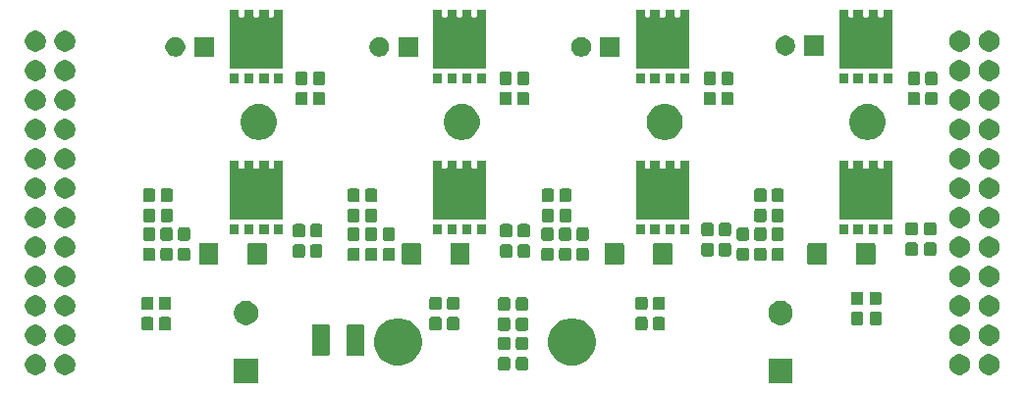
<source format=gbr>
G04 #@! TF.GenerationSoftware,KiCad,Pcbnew,(5.1.5)-3*
G04 #@! TF.CreationDate,2021-07-19T12:04:44+02:00*
G04 #@! TF.ProjectId,4xHalfBridge-VSON8,34784861-6c66-4427-9269-6467652d5653,rev?*
G04 #@! TF.SameCoordinates,Original*
G04 #@! TF.FileFunction,Soldermask,Top*
G04 #@! TF.FilePolarity,Negative*
%FSLAX46Y46*%
G04 Gerber Fmt 4.6, Leading zero omitted, Abs format (unit mm)*
G04 Created by KiCad (PCBNEW (5.1.5)-3) date 2021-07-19 12:04:44*
%MOMM*%
%LPD*%
G04 APERTURE LIST*
%ADD10C,0.100000*%
G04 APERTURE END LIST*
D10*
G36*
X69051000Y-33551000D02*
G01*
X66949000Y-33551000D01*
X66949000Y-31449000D01*
X69051000Y-31449000D01*
X69051000Y-33551000D01*
G37*
G36*
X22951000Y-33551000D02*
G01*
X20849000Y-33551000D01*
X20849000Y-31449000D01*
X22951000Y-31449000D01*
X22951000Y-33551000D01*
G37*
G36*
X86083512Y-31053927D02*
G01*
X86232812Y-31083624D01*
X86396784Y-31151544D01*
X86544354Y-31250147D01*
X86669853Y-31375646D01*
X86768456Y-31523216D01*
X86836376Y-31687188D01*
X86871000Y-31861259D01*
X86871000Y-32038741D01*
X86836376Y-32212812D01*
X86768456Y-32376784D01*
X86669853Y-32524354D01*
X86544354Y-32649853D01*
X86396784Y-32748456D01*
X86232812Y-32816376D01*
X86083512Y-32846073D01*
X86058742Y-32851000D01*
X85881258Y-32851000D01*
X85856488Y-32846073D01*
X85707188Y-32816376D01*
X85543216Y-32748456D01*
X85395646Y-32649853D01*
X85270147Y-32524354D01*
X85171544Y-32376784D01*
X85103624Y-32212812D01*
X85069000Y-32038741D01*
X85069000Y-31861259D01*
X85103624Y-31687188D01*
X85171544Y-31523216D01*
X85270147Y-31375646D01*
X85395646Y-31250147D01*
X85543216Y-31151544D01*
X85707188Y-31083624D01*
X85856488Y-31053927D01*
X85881258Y-31049000D01*
X86058742Y-31049000D01*
X86083512Y-31053927D01*
G37*
G36*
X83543512Y-31053927D02*
G01*
X83692812Y-31083624D01*
X83856784Y-31151544D01*
X84004354Y-31250147D01*
X84129853Y-31375646D01*
X84228456Y-31523216D01*
X84296376Y-31687188D01*
X84331000Y-31861259D01*
X84331000Y-32038741D01*
X84296376Y-32212812D01*
X84228456Y-32376784D01*
X84129853Y-32524354D01*
X84004354Y-32649853D01*
X83856784Y-32748456D01*
X83692812Y-32816376D01*
X83543512Y-32846073D01*
X83518742Y-32851000D01*
X83341258Y-32851000D01*
X83316488Y-32846073D01*
X83167188Y-32816376D01*
X83003216Y-32748456D01*
X82855646Y-32649853D01*
X82730147Y-32524354D01*
X82631544Y-32376784D01*
X82563624Y-32212812D01*
X82529000Y-32038741D01*
X82529000Y-31861259D01*
X82563624Y-31687188D01*
X82631544Y-31523216D01*
X82730147Y-31375646D01*
X82855646Y-31250147D01*
X83003216Y-31151544D01*
X83167188Y-31083624D01*
X83316488Y-31053927D01*
X83341258Y-31049000D01*
X83518742Y-31049000D01*
X83543512Y-31053927D01*
G37*
G36*
X6393512Y-31053927D02*
G01*
X6542812Y-31083624D01*
X6706784Y-31151544D01*
X6854354Y-31250147D01*
X6979853Y-31375646D01*
X7078456Y-31523216D01*
X7146376Y-31687188D01*
X7181000Y-31861259D01*
X7181000Y-32038741D01*
X7146376Y-32212812D01*
X7078456Y-32376784D01*
X6979853Y-32524354D01*
X6854354Y-32649853D01*
X6706784Y-32748456D01*
X6542812Y-32816376D01*
X6393512Y-32846073D01*
X6368742Y-32851000D01*
X6191258Y-32851000D01*
X6166488Y-32846073D01*
X6017188Y-32816376D01*
X5853216Y-32748456D01*
X5705646Y-32649853D01*
X5580147Y-32524354D01*
X5481544Y-32376784D01*
X5413624Y-32212812D01*
X5379000Y-32038741D01*
X5379000Y-31861259D01*
X5413624Y-31687188D01*
X5481544Y-31523216D01*
X5580147Y-31375646D01*
X5705646Y-31250147D01*
X5853216Y-31151544D01*
X6017188Y-31083624D01*
X6166488Y-31053927D01*
X6191258Y-31049000D01*
X6368742Y-31049000D01*
X6393512Y-31053927D01*
G37*
G36*
X3853512Y-31053927D02*
G01*
X4002812Y-31083624D01*
X4166784Y-31151544D01*
X4314354Y-31250147D01*
X4439853Y-31375646D01*
X4538456Y-31523216D01*
X4606376Y-31687188D01*
X4641000Y-31861259D01*
X4641000Y-32038741D01*
X4606376Y-32212812D01*
X4538456Y-32376784D01*
X4439853Y-32524354D01*
X4314354Y-32649853D01*
X4166784Y-32748456D01*
X4002812Y-32816376D01*
X3853512Y-32846073D01*
X3828742Y-32851000D01*
X3651258Y-32851000D01*
X3626488Y-32846073D01*
X3477188Y-32816376D01*
X3313216Y-32748456D01*
X3165646Y-32649853D01*
X3040147Y-32524354D01*
X2941544Y-32376784D01*
X2873624Y-32212812D01*
X2839000Y-32038741D01*
X2839000Y-31861259D01*
X2873624Y-31687188D01*
X2941544Y-31523216D01*
X3040147Y-31375646D01*
X3165646Y-31250147D01*
X3313216Y-31151544D01*
X3477188Y-31083624D01*
X3626488Y-31053927D01*
X3651258Y-31049000D01*
X3828742Y-31049000D01*
X3853512Y-31053927D01*
G37*
G36*
X46064499Y-31298446D02*
G01*
X46101995Y-31309821D01*
X46136554Y-31328293D01*
X46166847Y-31353154D01*
X46191708Y-31383447D01*
X46210180Y-31418006D01*
X46221555Y-31455502D01*
X46226000Y-31500639D01*
X46226000Y-32239363D01*
X46221555Y-32284500D01*
X46210180Y-32321996D01*
X46191708Y-32356555D01*
X46166847Y-32386848D01*
X46136554Y-32411709D01*
X46101995Y-32430181D01*
X46064499Y-32441556D01*
X46019362Y-32446001D01*
X45380638Y-32446001D01*
X45335501Y-32441556D01*
X45298005Y-32430181D01*
X45263446Y-32411709D01*
X45233153Y-32386848D01*
X45208292Y-32356555D01*
X45189820Y-32321996D01*
X45178445Y-32284500D01*
X45174000Y-32239363D01*
X45174000Y-31500639D01*
X45178445Y-31455502D01*
X45189820Y-31418006D01*
X45208292Y-31383447D01*
X45233153Y-31353154D01*
X45263446Y-31328293D01*
X45298005Y-31309821D01*
X45335501Y-31298446D01*
X45380638Y-31294001D01*
X46019362Y-31294001D01*
X46064499Y-31298446D01*
G37*
G36*
X44514498Y-31298446D02*
G01*
X44551994Y-31309821D01*
X44586553Y-31328293D01*
X44616846Y-31353154D01*
X44641707Y-31383447D01*
X44660179Y-31418006D01*
X44671554Y-31455502D01*
X44675999Y-31500639D01*
X44675999Y-32239363D01*
X44671554Y-32284500D01*
X44660179Y-32321996D01*
X44641707Y-32356555D01*
X44616846Y-32386848D01*
X44586553Y-32411709D01*
X44551994Y-32430181D01*
X44514498Y-32441556D01*
X44469361Y-32446001D01*
X43830637Y-32446001D01*
X43785500Y-32441556D01*
X43748004Y-32430181D01*
X43713445Y-32411709D01*
X43683152Y-32386848D01*
X43658291Y-32356555D01*
X43639819Y-32321996D01*
X43628444Y-32284500D01*
X43623999Y-32239363D01*
X43623999Y-31500639D01*
X43628444Y-31455502D01*
X43639819Y-31418006D01*
X43658291Y-31383447D01*
X43683152Y-31353154D01*
X43713445Y-31328293D01*
X43748004Y-31309821D01*
X43785500Y-31298446D01*
X43830637Y-31294001D01*
X44469361Y-31294001D01*
X44514498Y-31298446D01*
G37*
G36*
X50598254Y-28027818D02*
G01*
X50971511Y-28182426D01*
X50971513Y-28182427D01*
X51307436Y-28406884D01*
X51593116Y-28692564D01*
X51803021Y-29006708D01*
X51817574Y-29028489D01*
X51972182Y-29401746D01*
X52051000Y-29797993D01*
X52051000Y-30202007D01*
X51972182Y-30598254D01*
X51825198Y-30953105D01*
X51817573Y-30971513D01*
X51593116Y-31307436D01*
X51307436Y-31593116D01*
X50971513Y-31817573D01*
X50971512Y-31817574D01*
X50971511Y-31817574D01*
X50598254Y-31972182D01*
X50202007Y-32051000D01*
X49797993Y-32051000D01*
X49401746Y-31972182D01*
X49028489Y-31817574D01*
X49028488Y-31817574D01*
X49028487Y-31817573D01*
X48692564Y-31593116D01*
X48406884Y-31307436D01*
X48182427Y-30971513D01*
X48174802Y-30953105D01*
X48027818Y-30598254D01*
X47949000Y-30202007D01*
X47949000Y-29797993D01*
X48027818Y-29401746D01*
X48182426Y-29028489D01*
X48196980Y-29006708D01*
X48406884Y-28692564D01*
X48692564Y-28406884D01*
X49028487Y-28182427D01*
X49028489Y-28182426D01*
X49401746Y-28027818D01*
X49797993Y-27949000D01*
X50202007Y-27949000D01*
X50598254Y-28027818D01*
G37*
G36*
X35598254Y-28027818D02*
G01*
X35971511Y-28182426D01*
X35971513Y-28182427D01*
X36307436Y-28406884D01*
X36593116Y-28692564D01*
X36803021Y-29006708D01*
X36817574Y-29028489D01*
X36972182Y-29401746D01*
X37051000Y-29797993D01*
X37051000Y-30202007D01*
X36972182Y-30598254D01*
X36825198Y-30953105D01*
X36817573Y-30971513D01*
X36593116Y-31307436D01*
X36307436Y-31593116D01*
X35971513Y-31817573D01*
X35971512Y-31817574D01*
X35971511Y-31817574D01*
X35598254Y-31972182D01*
X35202007Y-32051000D01*
X34797993Y-32051000D01*
X34401746Y-31972182D01*
X34028489Y-31817574D01*
X34028488Y-31817574D01*
X34028487Y-31817573D01*
X33692564Y-31593116D01*
X33406884Y-31307436D01*
X33182427Y-30971513D01*
X33174802Y-30953105D01*
X33027818Y-30598254D01*
X32949000Y-30202007D01*
X32949000Y-29797993D01*
X33027818Y-29401746D01*
X33182426Y-29028489D01*
X33196980Y-29006708D01*
X33406884Y-28692564D01*
X33692564Y-28406884D01*
X34028487Y-28182427D01*
X34028489Y-28182426D01*
X34401746Y-28027818D01*
X34797993Y-27949000D01*
X35202007Y-27949000D01*
X35598254Y-28027818D01*
G37*
G36*
X28970562Y-28473181D02*
G01*
X29005481Y-28483774D01*
X29037663Y-28500976D01*
X29065873Y-28524127D01*
X29089024Y-28552337D01*
X29106226Y-28584519D01*
X29116819Y-28619438D01*
X29121000Y-28661895D01*
X29121000Y-31028105D01*
X29116819Y-31070562D01*
X29106226Y-31105481D01*
X29089024Y-31137663D01*
X29065873Y-31165873D01*
X29037663Y-31189024D01*
X29005481Y-31206226D01*
X28970562Y-31216819D01*
X28928105Y-31221000D01*
X27786895Y-31221000D01*
X27744438Y-31216819D01*
X27709519Y-31206226D01*
X27677337Y-31189024D01*
X27649127Y-31165873D01*
X27625976Y-31137663D01*
X27608774Y-31105481D01*
X27598181Y-31070562D01*
X27594000Y-31028105D01*
X27594000Y-28661895D01*
X27598181Y-28619438D01*
X27608774Y-28584519D01*
X27625976Y-28552337D01*
X27649127Y-28524127D01*
X27677337Y-28500976D01*
X27709519Y-28483774D01*
X27744438Y-28473181D01*
X27786895Y-28469000D01*
X28928105Y-28469000D01*
X28970562Y-28473181D01*
G37*
G36*
X31945562Y-28473181D02*
G01*
X31980481Y-28483774D01*
X32012663Y-28500976D01*
X32040873Y-28524127D01*
X32064024Y-28552337D01*
X32081226Y-28584519D01*
X32091819Y-28619438D01*
X32096000Y-28661895D01*
X32096000Y-31028105D01*
X32091819Y-31070562D01*
X32081226Y-31105481D01*
X32064024Y-31137663D01*
X32040873Y-31165873D01*
X32012663Y-31189024D01*
X31980481Y-31206226D01*
X31945562Y-31216819D01*
X31903105Y-31221000D01*
X30761895Y-31221000D01*
X30719438Y-31216819D01*
X30684519Y-31206226D01*
X30652337Y-31189024D01*
X30624127Y-31165873D01*
X30600976Y-31137663D01*
X30583774Y-31105481D01*
X30573181Y-31070562D01*
X30569000Y-31028105D01*
X30569000Y-28661895D01*
X30573181Y-28619438D01*
X30583774Y-28584519D01*
X30600976Y-28552337D01*
X30624127Y-28524127D01*
X30652337Y-28500976D01*
X30684519Y-28483774D01*
X30719438Y-28473181D01*
X30761895Y-28469000D01*
X31903105Y-28469000D01*
X31945562Y-28473181D01*
G37*
G36*
X44514498Y-29548446D02*
G01*
X44551994Y-29559821D01*
X44586553Y-29578293D01*
X44616846Y-29603154D01*
X44641707Y-29633447D01*
X44660179Y-29668006D01*
X44671554Y-29705502D01*
X44675999Y-29750639D01*
X44675999Y-30489363D01*
X44671554Y-30534500D01*
X44660179Y-30571996D01*
X44641707Y-30606555D01*
X44616846Y-30636848D01*
X44586553Y-30661709D01*
X44551994Y-30680181D01*
X44514498Y-30691556D01*
X44469361Y-30696001D01*
X43830637Y-30696001D01*
X43785500Y-30691556D01*
X43748004Y-30680181D01*
X43713445Y-30661709D01*
X43683152Y-30636848D01*
X43658291Y-30606555D01*
X43639819Y-30571996D01*
X43628444Y-30534500D01*
X43623999Y-30489363D01*
X43623999Y-29750639D01*
X43628444Y-29705502D01*
X43639819Y-29668006D01*
X43658291Y-29633447D01*
X43683152Y-29603154D01*
X43713445Y-29578293D01*
X43748004Y-29559821D01*
X43785500Y-29548446D01*
X43830637Y-29544001D01*
X44469361Y-29544001D01*
X44514498Y-29548446D01*
G37*
G36*
X46064499Y-29548446D02*
G01*
X46101995Y-29559821D01*
X46136554Y-29578293D01*
X46166847Y-29603154D01*
X46191708Y-29633447D01*
X46210180Y-29668006D01*
X46221555Y-29705502D01*
X46226000Y-29750639D01*
X46226000Y-30489363D01*
X46221555Y-30534500D01*
X46210180Y-30571996D01*
X46191708Y-30606555D01*
X46166847Y-30636848D01*
X46136554Y-30661709D01*
X46101995Y-30680181D01*
X46064499Y-30691556D01*
X46019362Y-30696001D01*
X45380638Y-30696001D01*
X45335501Y-30691556D01*
X45298005Y-30680181D01*
X45263446Y-30661709D01*
X45233153Y-30636848D01*
X45208292Y-30606555D01*
X45189820Y-30571996D01*
X45178445Y-30534500D01*
X45174000Y-30489363D01*
X45174000Y-29750639D01*
X45178445Y-29705502D01*
X45189820Y-29668006D01*
X45208292Y-29633447D01*
X45233153Y-29603154D01*
X45263446Y-29578293D01*
X45298005Y-29559821D01*
X45335501Y-29548446D01*
X45380638Y-29544001D01*
X46019362Y-29544001D01*
X46064499Y-29548446D01*
G37*
G36*
X3853512Y-28513927D02*
G01*
X4002812Y-28543624D01*
X4166784Y-28611544D01*
X4314354Y-28710147D01*
X4439853Y-28835646D01*
X4538456Y-28983216D01*
X4606376Y-29147188D01*
X4641000Y-29321259D01*
X4641000Y-29498741D01*
X4606376Y-29672812D01*
X4538456Y-29836784D01*
X4439853Y-29984354D01*
X4314354Y-30109853D01*
X4166784Y-30208456D01*
X4002812Y-30276376D01*
X3853512Y-30306073D01*
X3828742Y-30311000D01*
X3651258Y-30311000D01*
X3626488Y-30306073D01*
X3477188Y-30276376D01*
X3313216Y-30208456D01*
X3165646Y-30109853D01*
X3040147Y-29984354D01*
X2941544Y-29836784D01*
X2873624Y-29672812D01*
X2839000Y-29498741D01*
X2839000Y-29321259D01*
X2873624Y-29147188D01*
X2941544Y-28983216D01*
X3040147Y-28835646D01*
X3165646Y-28710147D01*
X3313216Y-28611544D01*
X3477188Y-28543624D01*
X3626488Y-28513927D01*
X3651258Y-28509000D01*
X3828742Y-28509000D01*
X3853512Y-28513927D01*
G37*
G36*
X83543512Y-28513927D02*
G01*
X83692812Y-28543624D01*
X83856784Y-28611544D01*
X84004354Y-28710147D01*
X84129853Y-28835646D01*
X84228456Y-28983216D01*
X84296376Y-29147188D01*
X84331000Y-29321259D01*
X84331000Y-29498741D01*
X84296376Y-29672812D01*
X84228456Y-29836784D01*
X84129853Y-29984354D01*
X84004354Y-30109853D01*
X83856784Y-30208456D01*
X83692812Y-30276376D01*
X83543512Y-30306073D01*
X83518742Y-30311000D01*
X83341258Y-30311000D01*
X83316488Y-30306073D01*
X83167188Y-30276376D01*
X83003216Y-30208456D01*
X82855646Y-30109853D01*
X82730147Y-29984354D01*
X82631544Y-29836784D01*
X82563624Y-29672812D01*
X82529000Y-29498741D01*
X82529000Y-29321259D01*
X82563624Y-29147188D01*
X82631544Y-28983216D01*
X82730147Y-28835646D01*
X82855646Y-28710147D01*
X83003216Y-28611544D01*
X83167188Y-28543624D01*
X83316488Y-28513927D01*
X83341258Y-28509000D01*
X83518742Y-28509000D01*
X83543512Y-28513927D01*
G37*
G36*
X6393512Y-28513927D02*
G01*
X6542812Y-28543624D01*
X6706784Y-28611544D01*
X6854354Y-28710147D01*
X6979853Y-28835646D01*
X7078456Y-28983216D01*
X7146376Y-29147188D01*
X7181000Y-29321259D01*
X7181000Y-29498741D01*
X7146376Y-29672812D01*
X7078456Y-29836784D01*
X6979853Y-29984354D01*
X6854354Y-30109853D01*
X6706784Y-30208456D01*
X6542812Y-30276376D01*
X6393512Y-30306073D01*
X6368742Y-30311000D01*
X6191258Y-30311000D01*
X6166488Y-30306073D01*
X6017188Y-30276376D01*
X5853216Y-30208456D01*
X5705646Y-30109853D01*
X5580147Y-29984354D01*
X5481544Y-29836784D01*
X5413624Y-29672812D01*
X5379000Y-29498741D01*
X5379000Y-29321259D01*
X5413624Y-29147188D01*
X5481544Y-28983216D01*
X5580147Y-28835646D01*
X5705646Y-28710147D01*
X5853216Y-28611544D01*
X6017188Y-28543624D01*
X6166488Y-28513927D01*
X6191258Y-28509000D01*
X6368742Y-28509000D01*
X6393512Y-28513927D01*
G37*
G36*
X86083512Y-28513927D02*
G01*
X86232812Y-28543624D01*
X86396784Y-28611544D01*
X86544354Y-28710147D01*
X86669853Y-28835646D01*
X86768456Y-28983216D01*
X86836376Y-29147188D01*
X86871000Y-29321259D01*
X86871000Y-29498741D01*
X86836376Y-29672812D01*
X86768456Y-29836784D01*
X86669853Y-29984354D01*
X86544354Y-30109853D01*
X86396784Y-30208456D01*
X86232812Y-30276376D01*
X86083512Y-30306073D01*
X86058742Y-30311000D01*
X85881258Y-30311000D01*
X85856488Y-30306073D01*
X85707188Y-30276376D01*
X85543216Y-30208456D01*
X85395646Y-30109853D01*
X85270147Y-29984354D01*
X85171544Y-29836784D01*
X85103624Y-29672812D01*
X85069000Y-29498741D01*
X85069000Y-29321259D01*
X85103624Y-29147188D01*
X85171544Y-28983216D01*
X85270147Y-28835646D01*
X85395646Y-28710147D01*
X85543216Y-28611544D01*
X85707188Y-28543624D01*
X85856488Y-28513927D01*
X85881258Y-28509000D01*
X86058742Y-28509000D01*
X86083512Y-28513927D01*
G37*
G36*
X44514499Y-27893445D02*
G01*
X44551995Y-27904820D01*
X44586554Y-27923292D01*
X44616847Y-27948153D01*
X44641708Y-27978446D01*
X44660180Y-28013005D01*
X44671555Y-28050501D01*
X44676000Y-28095638D01*
X44676000Y-28834362D01*
X44671555Y-28879499D01*
X44660180Y-28916995D01*
X44641708Y-28951554D01*
X44616847Y-28981847D01*
X44586554Y-29006708D01*
X44551995Y-29025180D01*
X44514499Y-29036555D01*
X44469362Y-29041000D01*
X43830638Y-29041000D01*
X43785501Y-29036555D01*
X43748005Y-29025180D01*
X43713446Y-29006708D01*
X43683153Y-28981847D01*
X43658292Y-28951554D01*
X43639820Y-28916995D01*
X43628445Y-28879499D01*
X43624000Y-28834362D01*
X43624000Y-28095638D01*
X43628445Y-28050501D01*
X43639820Y-28013005D01*
X43658292Y-27978446D01*
X43683153Y-27948153D01*
X43713446Y-27923292D01*
X43748005Y-27904820D01*
X43785501Y-27893445D01*
X43830638Y-27889000D01*
X44469362Y-27889000D01*
X44514499Y-27893445D01*
G37*
G36*
X46064499Y-27893445D02*
G01*
X46101995Y-27904820D01*
X46136554Y-27923292D01*
X46166847Y-27948153D01*
X46191708Y-27978446D01*
X46210180Y-28013005D01*
X46221555Y-28050501D01*
X46226000Y-28095638D01*
X46226000Y-28834362D01*
X46221555Y-28879499D01*
X46210180Y-28916995D01*
X46191708Y-28951554D01*
X46166847Y-28981847D01*
X46136554Y-29006708D01*
X46101995Y-29025180D01*
X46064499Y-29036555D01*
X46019362Y-29041000D01*
X45380638Y-29041000D01*
X45335501Y-29036555D01*
X45298005Y-29025180D01*
X45263446Y-29006708D01*
X45233153Y-28981847D01*
X45208292Y-28951554D01*
X45189820Y-28916995D01*
X45178445Y-28879499D01*
X45174000Y-28834362D01*
X45174000Y-28095638D01*
X45178445Y-28050501D01*
X45189820Y-28013005D01*
X45208292Y-27978446D01*
X45233153Y-27948153D01*
X45263446Y-27923292D01*
X45298005Y-27904820D01*
X45335501Y-27893445D01*
X45380638Y-27889000D01*
X46019362Y-27889000D01*
X46064499Y-27893445D01*
G37*
G36*
X57864499Y-27848445D02*
G01*
X57901995Y-27859820D01*
X57936554Y-27878292D01*
X57966847Y-27903153D01*
X57991708Y-27933446D01*
X58010180Y-27968005D01*
X58021555Y-28005501D01*
X58026000Y-28050638D01*
X58026000Y-28789362D01*
X58021555Y-28834499D01*
X58010180Y-28871995D01*
X57991708Y-28906554D01*
X57966847Y-28936847D01*
X57936554Y-28961708D01*
X57901995Y-28980180D01*
X57864499Y-28991555D01*
X57819362Y-28996000D01*
X57180638Y-28996000D01*
X57135501Y-28991555D01*
X57098005Y-28980180D01*
X57063446Y-28961708D01*
X57033153Y-28936847D01*
X57008292Y-28906554D01*
X56989820Y-28871995D01*
X56978445Y-28834499D01*
X56974000Y-28789362D01*
X56974000Y-28050638D01*
X56978445Y-28005501D01*
X56989820Y-27968005D01*
X57008292Y-27933446D01*
X57033153Y-27903153D01*
X57063446Y-27878292D01*
X57098005Y-27859820D01*
X57135501Y-27848445D01*
X57180638Y-27844000D01*
X57819362Y-27844000D01*
X57864499Y-27848445D01*
G37*
G36*
X38603499Y-27848445D02*
G01*
X38640995Y-27859820D01*
X38675554Y-27878292D01*
X38705847Y-27903153D01*
X38730708Y-27933446D01*
X38749180Y-27968005D01*
X38760555Y-28005501D01*
X38765000Y-28050638D01*
X38765000Y-28789362D01*
X38760555Y-28834499D01*
X38749180Y-28871995D01*
X38730708Y-28906554D01*
X38705847Y-28936847D01*
X38675554Y-28961708D01*
X38640995Y-28980180D01*
X38603499Y-28991555D01*
X38558362Y-28996000D01*
X37919638Y-28996000D01*
X37874501Y-28991555D01*
X37837005Y-28980180D01*
X37802446Y-28961708D01*
X37772153Y-28936847D01*
X37747292Y-28906554D01*
X37728820Y-28871995D01*
X37717445Y-28834499D01*
X37713000Y-28789362D01*
X37713000Y-28050638D01*
X37717445Y-28005501D01*
X37728820Y-27968005D01*
X37747292Y-27933446D01*
X37772153Y-27903153D01*
X37802446Y-27878292D01*
X37837005Y-27859820D01*
X37874501Y-27848445D01*
X37919638Y-27844000D01*
X38558362Y-27844000D01*
X38603499Y-27848445D01*
G37*
G36*
X56364499Y-27848445D02*
G01*
X56401995Y-27859820D01*
X56436554Y-27878292D01*
X56466847Y-27903153D01*
X56491708Y-27933446D01*
X56510180Y-27968005D01*
X56521555Y-28005501D01*
X56526000Y-28050638D01*
X56526000Y-28789362D01*
X56521555Y-28834499D01*
X56510180Y-28871995D01*
X56491708Y-28906554D01*
X56466847Y-28936847D01*
X56436554Y-28961708D01*
X56401995Y-28980180D01*
X56364499Y-28991555D01*
X56319362Y-28996000D01*
X55680638Y-28996000D01*
X55635501Y-28991555D01*
X55598005Y-28980180D01*
X55563446Y-28961708D01*
X55533153Y-28936847D01*
X55508292Y-28906554D01*
X55489820Y-28871995D01*
X55478445Y-28834499D01*
X55474000Y-28789362D01*
X55474000Y-28050638D01*
X55478445Y-28005501D01*
X55489820Y-27968005D01*
X55508292Y-27933446D01*
X55533153Y-27903153D01*
X55563446Y-27878292D01*
X55598005Y-27859820D01*
X55635501Y-27848445D01*
X55680638Y-27844000D01*
X56319362Y-27844000D01*
X56364499Y-27848445D01*
G37*
G36*
X13764499Y-27848445D02*
G01*
X13801995Y-27859820D01*
X13836554Y-27878292D01*
X13866847Y-27903153D01*
X13891708Y-27933446D01*
X13910180Y-27968005D01*
X13921555Y-28005501D01*
X13926000Y-28050638D01*
X13926000Y-28789362D01*
X13921555Y-28834499D01*
X13910180Y-28871995D01*
X13891708Y-28906554D01*
X13866847Y-28936847D01*
X13836554Y-28961708D01*
X13801995Y-28980180D01*
X13764499Y-28991555D01*
X13719362Y-28996000D01*
X13080638Y-28996000D01*
X13035501Y-28991555D01*
X12998005Y-28980180D01*
X12963446Y-28961708D01*
X12933153Y-28936847D01*
X12908292Y-28906554D01*
X12889820Y-28871995D01*
X12878445Y-28834499D01*
X12874000Y-28789362D01*
X12874000Y-28050638D01*
X12878445Y-28005501D01*
X12889820Y-27968005D01*
X12908292Y-27933446D01*
X12933153Y-27903153D01*
X12963446Y-27878292D01*
X12998005Y-27859820D01*
X13035501Y-27848445D01*
X13080638Y-27844000D01*
X13719362Y-27844000D01*
X13764499Y-27848445D01*
G37*
G36*
X15274499Y-27848445D02*
G01*
X15311995Y-27859820D01*
X15346554Y-27878292D01*
X15376847Y-27903153D01*
X15401708Y-27933446D01*
X15420180Y-27968005D01*
X15431555Y-28005501D01*
X15436000Y-28050638D01*
X15436000Y-28789362D01*
X15431555Y-28834499D01*
X15420180Y-28871995D01*
X15401708Y-28906554D01*
X15376847Y-28936847D01*
X15346554Y-28961708D01*
X15311995Y-28980180D01*
X15274499Y-28991555D01*
X15229362Y-28996000D01*
X14590638Y-28996000D01*
X14545501Y-28991555D01*
X14508005Y-28980180D01*
X14473446Y-28961708D01*
X14443153Y-28936847D01*
X14418292Y-28906554D01*
X14399820Y-28871995D01*
X14388445Y-28834499D01*
X14384000Y-28789362D01*
X14384000Y-28050638D01*
X14388445Y-28005501D01*
X14399820Y-27968005D01*
X14418292Y-27933446D01*
X14443153Y-27903153D01*
X14473446Y-27878292D01*
X14508005Y-27859820D01*
X14545501Y-27848445D01*
X14590638Y-27844000D01*
X15229362Y-27844000D01*
X15274499Y-27848445D01*
G37*
G36*
X40127499Y-27848445D02*
G01*
X40164995Y-27859820D01*
X40199554Y-27878292D01*
X40229847Y-27903153D01*
X40254708Y-27933446D01*
X40273180Y-27968005D01*
X40284555Y-28005501D01*
X40289000Y-28050638D01*
X40289000Y-28789362D01*
X40284555Y-28834499D01*
X40273180Y-28871995D01*
X40254708Y-28906554D01*
X40229847Y-28936847D01*
X40199554Y-28961708D01*
X40164995Y-28980180D01*
X40127499Y-28991555D01*
X40082362Y-28996000D01*
X39443638Y-28996000D01*
X39398501Y-28991555D01*
X39361005Y-28980180D01*
X39326446Y-28961708D01*
X39296153Y-28936847D01*
X39271292Y-28906554D01*
X39252820Y-28871995D01*
X39241445Y-28834499D01*
X39237000Y-28789362D01*
X39237000Y-28050638D01*
X39241445Y-28005501D01*
X39252820Y-27968005D01*
X39271292Y-27933446D01*
X39296153Y-27903153D01*
X39326446Y-27878292D01*
X39361005Y-27859820D01*
X39398501Y-27848445D01*
X39443638Y-27844000D01*
X40082362Y-27844000D01*
X40127499Y-27848445D01*
G37*
G36*
X74964499Y-27403445D02*
G01*
X75001995Y-27414820D01*
X75036554Y-27433292D01*
X75066847Y-27458153D01*
X75091708Y-27488446D01*
X75110180Y-27523005D01*
X75121555Y-27560501D01*
X75126000Y-27605638D01*
X75126000Y-28344362D01*
X75121555Y-28389499D01*
X75110180Y-28426995D01*
X75091708Y-28461554D01*
X75066847Y-28491847D01*
X75036554Y-28516708D01*
X75001995Y-28535180D01*
X74964499Y-28546555D01*
X74919362Y-28551000D01*
X74280638Y-28551000D01*
X74235501Y-28546555D01*
X74198005Y-28535180D01*
X74163446Y-28516708D01*
X74133153Y-28491847D01*
X74108292Y-28461554D01*
X74089820Y-28426995D01*
X74078445Y-28389499D01*
X74074000Y-28344362D01*
X74074000Y-27605638D01*
X74078445Y-27560501D01*
X74089820Y-27523005D01*
X74108292Y-27488446D01*
X74133153Y-27458153D01*
X74163446Y-27433292D01*
X74198005Y-27414820D01*
X74235501Y-27403445D01*
X74280638Y-27399000D01*
X74919362Y-27399000D01*
X74964499Y-27403445D01*
G37*
G36*
X22206564Y-26489389D02*
G01*
X22397833Y-26568615D01*
X22397835Y-26568616D01*
X22569973Y-26683635D01*
X22716365Y-26830027D01*
X22802370Y-26958742D01*
X22831385Y-27002167D01*
X22910611Y-27193436D01*
X22951000Y-27396484D01*
X22951000Y-27603516D01*
X22910611Y-27806564D01*
X22858106Y-27933323D01*
X22831384Y-27997835D01*
X22716365Y-28169973D01*
X22569973Y-28316365D01*
X22397835Y-28431384D01*
X22397834Y-28431385D01*
X22397833Y-28431385D01*
X22206564Y-28510611D01*
X22003516Y-28551000D01*
X21796484Y-28551000D01*
X21593436Y-28510611D01*
X21402167Y-28431385D01*
X21402166Y-28431385D01*
X21402165Y-28431384D01*
X21230027Y-28316365D01*
X21083635Y-28169973D01*
X20968616Y-27997835D01*
X20941894Y-27933323D01*
X20889389Y-27806564D01*
X20849000Y-27603516D01*
X20849000Y-27396484D01*
X20889389Y-27193436D01*
X20968615Y-27002167D01*
X20997631Y-26958742D01*
X21083635Y-26830027D01*
X21230027Y-26683635D01*
X21402165Y-26568616D01*
X21402167Y-26568615D01*
X21593436Y-26489389D01*
X21796484Y-26449000D01*
X22003516Y-26449000D01*
X22206564Y-26489389D01*
G37*
G36*
X76564499Y-27403445D02*
G01*
X76601995Y-27414820D01*
X76636554Y-27433292D01*
X76666847Y-27458153D01*
X76691708Y-27488446D01*
X76710180Y-27523005D01*
X76721555Y-27560501D01*
X76726000Y-27605638D01*
X76726000Y-28344362D01*
X76721555Y-28389499D01*
X76710180Y-28426995D01*
X76691708Y-28461554D01*
X76666847Y-28491847D01*
X76636554Y-28516708D01*
X76601995Y-28535180D01*
X76564499Y-28546555D01*
X76519362Y-28551000D01*
X75880638Y-28551000D01*
X75835501Y-28546555D01*
X75798005Y-28535180D01*
X75763446Y-28516708D01*
X75733153Y-28491847D01*
X75708292Y-28461554D01*
X75689820Y-28426995D01*
X75678445Y-28389499D01*
X75674000Y-28344362D01*
X75674000Y-27605638D01*
X75678445Y-27560501D01*
X75689820Y-27523005D01*
X75708292Y-27488446D01*
X75733153Y-27458153D01*
X75763446Y-27433292D01*
X75798005Y-27414820D01*
X75835501Y-27403445D01*
X75880638Y-27399000D01*
X76519362Y-27399000D01*
X76564499Y-27403445D01*
G37*
G36*
X68306564Y-26489389D02*
G01*
X68497833Y-26568615D01*
X68497835Y-26568616D01*
X68669973Y-26683635D01*
X68816365Y-26830027D01*
X68902370Y-26958742D01*
X68931385Y-27002167D01*
X69010611Y-27193436D01*
X69051000Y-27396484D01*
X69051000Y-27603516D01*
X69010611Y-27806564D01*
X68958106Y-27933323D01*
X68931384Y-27997835D01*
X68816365Y-28169973D01*
X68669973Y-28316365D01*
X68497835Y-28431384D01*
X68497834Y-28431385D01*
X68497833Y-28431385D01*
X68306564Y-28510611D01*
X68103516Y-28551000D01*
X67896484Y-28551000D01*
X67693436Y-28510611D01*
X67502167Y-28431385D01*
X67502166Y-28431385D01*
X67502165Y-28431384D01*
X67330027Y-28316365D01*
X67183635Y-28169973D01*
X67068616Y-27997835D01*
X67041894Y-27933323D01*
X66989389Y-27806564D01*
X66949000Y-27603516D01*
X66949000Y-27396484D01*
X66989389Y-27193436D01*
X67068615Y-27002167D01*
X67097631Y-26958742D01*
X67183635Y-26830027D01*
X67330027Y-26683635D01*
X67502165Y-26568616D01*
X67502167Y-26568615D01*
X67693436Y-26489389D01*
X67896484Y-26449000D01*
X68103516Y-26449000D01*
X68306564Y-26489389D01*
G37*
G36*
X6393512Y-25973927D02*
G01*
X6542812Y-26003624D01*
X6706784Y-26071544D01*
X6854354Y-26170147D01*
X6979853Y-26295646D01*
X7078456Y-26443216D01*
X7146376Y-26607188D01*
X7181000Y-26781259D01*
X7181000Y-26958741D01*
X7146376Y-27132812D01*
X7078456Y-27296784D01*
X6979853Y-27444354D01*
X6854354Y-27569853D01*
X6706784Y-27668456D01*
X6542812Y-27736376D01*
X6393512Y-27766073D01*
X6368742Y-27771000D01*
X6191258Y-27771000D01*
X6166488Y-27766073D01*
X6017188Y-27736376D01*
X5853216Y-27668456D01*
X5705646Y-27569853D01*
X5580147Y-27444354D01*
X5481544Y-27296784D01*
X5413624Y-27132812D01*
X5379000Y-26958741D01*
X5379000Y-26781259D01*
X5413624Y-26607188D01*
X5481544Y-26443216D01*
X5580147Y-26295646D01*
X5705646Y-26170147D01*
X5853216Y-26071544D01*
X6017188Y-26003624D01*
X6166488Y-25973927D01*
X6191258Y-25969000D01*
X6368742Y-25969000D01*
X6393512Y-25973927D01*
G37*
G36*
X3853512Y-25973927D02*
G01*
X4002812Y-26003624D01*
X4166784Y-26071544D01*
X4314354Y-26170147D01*
X4439853Y-26295646D01*
X4538456Y-26443216D01*
X4606376Y-26607188D01*
X4641000Y-26781259D01*
X4641000Y-26958741D01*
X4606376Y-27132812D01*
X4538456Y-27296784D01*
X4439853Y-27444354D01*
X4314354Y-27569853D01*
X4166784Y-27668456D01*
X4002812Y-27736376D01*
X3853512Y-27766073D01*
X3828742Y-27771000D01*
X3651258Y-27771000D01*
X3626488Y-27766073D01*
X3477188Y-27736376D01*
X3313216Y-27668456D01*
X3165646Y-27569853D01*
X3040147Y-27444354D01*
X2941544Y-27296784D01*
X2873624Y-27132812D01*
X2839000Y-26958741D01*
X2839000Y-26781259D01*
X2873624Y-26607188D01*
X2941544Y-26443216D01*
X3040147Y-26295646D01*
X3165646Y-26170147D01*
X3313216Y-26071544D01*
X3477188Y-26003624D01*
X3626488Y-25973927D01*
X3651258Y-25969000D01*
X3828742Y-25969000D01*
X3853512Y-25973927D01*
G37*
G36*
X83543512Y-25973927D02*
G01*
X83692812Y-26003624D01*
X83856784Y-26071544D01*
X84004354Y-26170147D01*
X84129853Y-26295646D01*
X84228456Y-26443216D01*
X84296376Y-26607188D01*
X84331000Y-26781259D01*
X84331000Y-26958741D01*
X84296376Y-27132812D01*
X84228456Y-27296784D01*
X84129853Y-27444354D01*
X84004354Y-27569853D01*
X83856784Y-27668456D01*
X83692812Y-27736376D01*
X83543512Y-27766073D01*
X83518742Y-27771000D01*
X83341258Y-27771000D01*
X83316488Y-27766073D01*
X83167188Y-27736376D01*
X83003216Y-27668456D01*
X82855646Y-27569853D01*
X82730147Y-27444354D01*
X82631544Y-27296784D01*
X82563624Y-27132812D01*
X82529000Y-26958741D01*
X82529000Y-26781259D01*
X82563624Y-26607188D01*
X82631544Y-26443216D01*
X82730147Y-26295646D01*
X82855646Y-26170147D01*
X83003216Y-26071544D01*
X83167188Y-26003624D01*
X83316488Y-25973927D01*
X83341258Y-25969000D01*
X83518742Y-25969000D01*
X83543512Y-25973927D01*
G37*
G36*
X86083512Y-25973927D02*
G01*
X86232812Y-26003624D01*
X86396784Y-26071544D01*
X86544354Y-26170147D01*
X86669853Y-26295646D01*
X86768456Y-26443216D01*
X86836376Y-26607188D01*
X86871000Y-26781259D01*
X86871000Y-26958741D01*
X86836376Y-27132812D01*
X86768456Y-27296784D01*
X86669853Y-27444354D01*
X86544354Y-27569853D01*
X86396784Y-27668456D01*
X86232812Y-27736376D01*
X86083512Y-27766073D01*
X86058742Y-27771000D01*
X85881258Y-27771000D01*
X85856488Y-27766073D01*
X85707188Y-27736376D01*
X85543216Y-27668456D01*
X85395646Y-27569853D01*
X85270147Y-27444354D01*
X85171544Y-27296784D01*
X85103624Y-27132812D01*
X85069000Y-26958741D01*
X85069000Y-26781259D01*
X85103624Y-26607188D01*
X85171544Y-26443216D01*
X85270147Y-26295646D01*
X85395646Y-26170147D01*
X85543216Y-26071544D01*
X85707188Y-26003624D01*
X85856488Y-25973927D01*
X85881258Y-25969000D01*
X86058742Y-25969000D01*
X86083512Y-25973927D01*
G37*
G36*
X44514499Y-26143445D02*
G01*
X44551995Y-26154820D01*
X44586554Y-26173292D01*
X44616847Y-26198153D01*
X44641708Y-26228446D01*
X44660180Y-26263005D01*
X44671555Y-26300501D01*
X44676000Y-26345638D01*
X44676000Y-27084362D01*
X44671555Y-27129499D01*
X44660180Y-27166995D01*
X44641708Y-27201554D01*
X44616847Y-27231847D01*
X44586554Y-27256708D01*
X44551995Y-27275180D01*
X44514499Y-27286555D01*
X44469362Y-27291000D01*
X43830638Y-27291000D01*
X43785501Y-27286555D01*
X43748005Y-27275180D01*
X43713446Y-27256708D01*
X43683153Y-27231847D01*
X43658292Y-27201554D01*
X43639820Y-27166995D01*
X43628445Y-27129499D01*
X43624000Y-27084362D01*
X43624000Y-26345638D01*
X43628445Y-26300501D01*
X43639820Y-26263005D01*
X43658292Y-26228446D01*
X43683153Y-26198153D01*
X43713446Y-26173292D01*
X43748005Y-26154820D01*
X43785501Y-26143445D01*
X43830638Y-26139000D01*
X44469362Y-26139000D01*
X44514499Y-26143445D01*
G37*
G36*
X46064499Y-26143445D02*
G01*
X46101995Y-26154820D01*
X46136554Y-26173292D01*
X46166847Y-26198153D01*
X46191708Y-26228446D01*
X46210180Y-26263005D01*
X46221555Y-26300501D01*
X46226000Y-26345638D01*
X46226000Y-27084362D01*
X46221555Y-27129499D01*
X46210180Y-27166995D01*
X46191708Y-27201554D01*
X46166847Y-27231847D01*
X46136554Y-27256708D01*
X46101995Y-27275180D01*
X46064499Y-27286555D01*
X46019362Y-27291000D01*
X45380638Y-27291000D01*
X45335501Y-27286555D01*
X45298005Y-27275180D01*
X45263446Y-27256708D01*
X45233153Y-27231847D01*
X45208292Y-27201554D01*
X45189820Y-27166995D01*
X45178445Y-27129499D01*
X45174000Y-27084362D01*
X45174000Y-26345638D01*
X45178445Y-26300501D01*
X45189820Y-26263005D01*
X45208292Y-26228446D01*
X45233153Y-26198153D01*
X45263446Y-26173292D01*
X45298005Y-26154820D01*
X45335501Y-26143445D01*
X45380638Y-26139000D01*
X46019362Y-26139000D01*
X46064499Y-26143445D01*
G37*
G36*
X15274499Y-26098445D02*
G01*
X15311995Y-26109820D01*
X15346554Y-26128292D01*
X15376847Y-26153153D01*
X15401708Y-26183446D01*
X15420180Y-26218005D01*
X15431555Y-26255501D01*
X15436000Y-26300638D01*
X15436000Y-27039362D01*
X15431555Y-27084499D01*
X15420180Y-27121995D01*
X15401708Y-27156554D01*
X15376847Y-27186847D01*
X15346554Y-27211708D01*
X15311995Y-27230180D01*
X15274499Y-27241555D01*
X15229362Y-27246000D01*
X14590638Y-27246000D01*
X14545501Y-27241555D01*
X14508005Y-27230180D01*
X14473446Y-27211708D01*
X14443153Y-27186847D01*
X14418292Y-27156554D01*
X14399820Y-27121995D01*
X14388445Y-27084499D01*
X14384000Y-27039362D01*
X14384000Y-26300638D01*
X14388445Y-26255501D01*
X14399820Y-26218005D01*
X14418292Y-26183446D01*
X14443153Y-26153153D01*
X14473446Y-26128292D01*
X14508005Y-26109820D01*
X14545501Y-26098445D01*
X14590638Y-26094000D01*
X15229362Y-26094000D01*
X15274499Y-26098445D01*
G37*
G36*
X38603499Y-26098445D02*
G01*
X38640995Y-26109820D01*
X38675554Y-26128292D01*
X38705847Y-26153153D01*
X38730708Y-26183446D01*
X38749180Y-26218005D01*
X38760555Y-26255501D01*
X38765000Y-26300638D01*
X38765000Y-27039362D01*
X38760555Y-27084499D01*
X38749180Y-27121995D01*
X38730708Y-27156554D01*
X38705847Y-27186847D01*
X38675554Y-27211708D01*
X38640995Y-27230180D01*
X38603499Y-27241555D01*
X38558362Y-27246000D01*
X37919638Y-27246000D01*
X37874501Y-27241555D01*
X37837005Y-27230180D01*
X37802446Y-27211708D01*
X37772153Y-27186847D01*
X37747292Y-27156554D01*
X37728820Y-27121995D01*
X37717445Y-27084499D01*
X37713000Y-27039362D01*
X37713000Y-26300638D01*
X37717445Y-26255501D01*
X37728820Y-26218005D01*
X37747292Y-26183446D01*
X37772153Y-26153153D01*
X37802446Y-26128292D01*
X37837005Y-26109820D01*
X37874501Y-26098445D01*
X37919638Y-26094000D01*
X38558362Y-26094000D01*
X38603499Y-26098445D01*
G37*
G36*
X40127499Y-26098445D02*
G01*
X40164995Y-26109820D01*
X40199554Y-26128292D01*
X40229847Y-26153153D01*
X40254708Y-26183446D01*
X40273180Y-26218005D01*
X40284555Y-26255501D01*
X40289000Y-26300638D01*
X40289000Y-27039362D01*
X40284555Y-27084499D01*
X40273180Y-27121995D01*
X40254708Y-27156554D01*
X40229847Y-27186847D01*
X40199554Y-27211708D01*
X40164995Y-27230180D01*
X40127499Y-27241555D01*
X40082362Y-27246000D01*
X39443638Y-27246000D01*
X39398501Y-27241555D01*
X39361005Y-27230180D01*
X39326446Y-27211708D01*
X39296153Y-27186847D01*
X39271292Y-27156554D01*
X39252820Y-27121995D01*
X39241445Y-27084499D01*
X39237000Y-27039362D01*
X39237000Y-26300638D01*
X39241445Y-26255501D01*
X39252820Y-26218005D01*
X39271292Y-26183446D01*
X39296153Y-26153153D01*
X39326446Y-26128292D01*
X39361005Y-26109820D01*
X39398501Y-26098445D01*
X39443638Y-26094000D01*
X40082362Y-26094000D01*
X40127499Y-26098445D01*
G37*
G36*
X13764499Y-26098445D02*
G01*
X13801995Y-26109820D01*
X13836554Y-26128292D01*
X13866847Y-26153153D01*
X13891708Y-26183446D01*
X13910180Y-26218005D01*
X13921555Y-26255501D01*
X13926000Y-26300638D01*
X13926000Y-27039362D01*
X13921555Y-27084499D01*
X13910180Y-27121995D01*
X13891708Y-27156554D01*
X13866847Y-27186847D01*
X13836554Y-27211708D01*
X13801995Y-27230180D01*
X13764499Y-27241555D01*
X13719362Y-27246000D01*
X13080638Y-27246000D01*
X13035501Y-27241555D01*
X12998005Y-27230180D01*
X12963446Y-27211708D01*
X12933153Y-27186847D01*
X12908292Y-27156554D01*
X12889820Y-27121995D01*
X12878445Y-27084499D01*
X12874000Y-27039362D01*
X12874000Y-26300638D01*
X12878445Y-26255501D01*
X12889820Y-26218005D01*
X12908292Y-26183446D01*
X12933153Y-26153153D01*
X12963446Y-26128292D01*
X12998005Y-26109820D01*
X13035501Y-26098445D01*
X13080638Y-26094000D01*
X13719362Y-26094000D01*
X13764499Y-26098445D01*
G37*
G36*
X56364499Y-26098445D02*
G01*
X56401995Y-26109820D01*
X56436554Y-26128292D01*
X56466847Y-26153153D01*
X56491708Y-26183446D01*
X56510180Y-26218005D01*
X56521555Y-26255501D01*
X56526000Y-26300638D01*
X56526000Y-27039362D01*
X56521555Y-27084499D01*
X56510180Y-27121995D01*
X56491708Y-27156554D01*
X56466847Y-27186847D01*
X56436554Y-27211708D01*
X56401995Y-27230180D01*
X56364499Y-27241555D01*
X56319362Y-27246000D01*
X55680638Y-27246000D01*
X55635501Y-27241555D01*
X55598005Y-27230180D01*
X55563446Y-27211708D01*
X55533153Y-27186847D01*
X55508292Y-27156554D01*
X55489820Y-27121995D01*
X55478445Y-27084499D01*
X55474000Y-27039362D01*
X55474000Y-26300638D01*
X55478445Y-26255501D01*
X55489820Y-26218005D01*
X55508292Y-26183446D01*
X55533153Y-26153153D01*
X55563446Y-26128292D01*
X55598005Y-26109820D01*
X55635501Y-26098445D01*
X55680638Y-26094000D01*
X56319362Y-26094000D01*
X56364499Y-26098445D01*
G37*
G36*
X57864499Y-26098445D02*
G01*
X57901995Y-26109820D01*
X57936554Y-26128292D01*
X57966847Y-26153153D01*
X57991708Y-26183446D01*
X58010180Y-26218005D01*
X58021555Y-26255501D01*
X58026000Y-26300638D01*
X58026000Y-27039362D01*
X58021555Y-27084499D01*
X58010180Y-27121995D01*
X57991708Y-27156554D01*
X57966847Y-27186847D01*
X57936554Y-27211708D01*
X57901995Y-27230180D01*
X57864499Y-27241555D01*
X57819362Y-27246000D01*
X57180638Y-27246000D01*
X57135501Y-27241555D01*
X57098005Y-27230180D01*
X57063446Y-27211708D01*
X57033153Y-27186847D01*
X57008292Y-27156554D01*
X56989820Y-27121995D01*
X56978445Y-27084499D01*
X56974000Y-27039362D01*
X56974000Y-26300638D01*
X56978445Y-26255501D01*
X56989820Y-26218005D01*
X57008292Y-26183446D01*
X57033153Y-26153153D01*
X57063446Y-26128292D01*
X57098005Y-26109820D01*
X57135501Y-26098445D01*
X57180638Y-26094000D01*
X57819362Y-26094000D01*
X57864499Y-26098445D01*
G37*
G36*
X76564499Y-25653445D02*
G01*
X76601995Y-25664820D01*
X76636554Y-25683292D01*
X76666847Y-25708153D01*
X76691708Y-25738446D01*
X76710180Y-25773005D01*
X76721555Y-25810501D01*
X76726000Y-25855638D01*
X76726000Y-26594362D01*
X76721555Y-26639499D01*
X76710180Y-26676995D01*
X76691708Y-26711554D01*
X76666847Y-26741847D01*
X76636554Y-26766708D01*
X76601995Y-26785180D01*
X76564499Y-26796555D01*
X76519362Y-26801000D01*
X75880638Y-26801000D01*
X75835501Y-26796555D01*
X75798005Y-26785180D01*
X75763446Y-26766708D01*
X75733153Y-26741847D01*
X75708292Y-26711554D01*
X75689820Y-26676995D01*
X75678445Y-26639499D01*
X75674000Y-26594362D01*
X75674000Y-25855638D01*
X75678445Y-25810501D01*
X75689820Y-25773005D01*
X75708292Y-25738446D01*
X75733153Y-25708153D01*
X75763446Y-25683292D01*
X75798005Y-25664820D01*
X75835501Y-25653445D01*
X75880638Y-25649000D01*
X76519362Y-25649000D01*
X76564499Y-25653445D01*
G37*
G36*
X74964499Y-25653445D02*
G01*
X75001995Y-25664820D01*
X75036554Y-25683292D01*
X75066847Y-25708153D01*
X75091708Y-25738446D01*
X75110180Y-25773005D01*
X75121555Y-25810501D01*
X75126000Y-25855638D01*
X75126000Y-26594362D01*
X75121555Y-26639499D01*
X75110180Y-26676995D01*
X75091708Y-26711554D01*
X75066847Y-26741847D01*
X75036554Y-26766708D01*
X75001995Y-26785180D01*
X74964499Y-26796555D01*
X74919362Y-26801000D01*
X74280638Y-26801000D01*
X74235501Y-26796555D01*
X74198005Y-26785180D01*
X74163446Y-26766708D01*
X74133153Y-26741847D01*
X74108292Y-26711554D01*
X74089820Y-26676995D01*
X74078445Y-26639499D01*
X74074000Y-26594362D01*
X74074000Y-25855638D01*
X74078445Y-25810501D01*
X74089820Y-25773005D01*
X74108292Y-25738446D01*
X74133153Y-25708153D01*
X74163446Y-25683292D01*
X74198005Y-25664820D01*
X74235501Y-25653445D01*
X74280638Y-25649000D01*
X74919362Y-25649000D01*
X74964499Y-25653445D01*
G37*
G36*
X83543512Y-23433927D02*
G01*
X83692812Y-23463624D01*
X83856784Y-23531544D01*
X84004354Y-23630147D01*
X84129853Y-23755646D01*
X84228456Y-23903216D01*
X84296376Y-24067188D01*
X84331000Y-24241259D01*
X84331000Y-24418741D01*
X84296376Y-24592812D01*
X84228456Y-24756784D01*
X84129853Y-24904354D01*
X84004354Y-25029853D01*
X83856784Y-25128456D01*
X83692812Y-25196376D01*
X83543512Y-25226073D01*
X83518742Y-25231000D01*
X83341258Y-25231000D01*
X83316488Y-25226073D01*
X83167188Y-25196376D01*
X83003216Y-25128456D01*
X82855646Y-25029853D01*
X82730147Y-24904354D01*
X82631544Y-24756784D01*
X82563624Y-24592812D01*
X82529000Y-24418741D01*
X82529000Y-24241259D01*
X82563624Y-24067188D01*
X82631544Y-23903216D01*
X82730147Y-23755646D01*
X82855646Y-23630147D01*
X83003216Y-23531544D01*
X83167188Y-23463624D01*
X83316488Y-23433927D01*
X83341258Y-23429000D01*
X83518742Y-23429000D01*
X83543512Y-23433927D01*
G37*
G36*
X86083512Y-23433927D02*
G01*
X86232812Y-23463624D01*
X86396784Y-23531544D01*
X86544354Y-23630147D01*
X86669853Y-23755646D01*
X86768456Y-23903216D01*
X86836376Y-24067188D01*
X86871000Y-24241259D01*
X86871000Y-24418741D01*
X86836376Y-24592812D01*
X86768456Y-24756784D01*
X86669853Y-24904354D01*
X86544354Y-25029853D01*
X86396784Y-25128456D01*
X86232812Y-25196376D01*
X86083512Y-25226073D01*
X86058742Y-25231000D01*
X85881258Y-25231000D01*
X85856488Y-25226073D01*
X85707188Y-25196376D01*
X85543216Y-25128456D01*
X85395646Y-25029853D01*
X85270147Y-24904354D01*
X85171544Y-24756784D01*
X85103624Y-24592812D01*
X85069000Y-24418741D01*
X85069000Y-24241259D01*
X85103624Y-24067188D01*
X85171544Y-23903216D01*
X85270147Y-23755646D01*
X85395646Y-23630147D01*
X85543216Y-23531544D01*
X85707188Y-23463624D01*
X85856488Y-23433927D01*
X85881258Y-23429000D01*
X86058742Y-23429000D01*
X86083512Y-23433927D01*
G37*
G36*
X6393512Y-23433927D02*
G01*
X6542812Y-23463624D01*
X6706784Y-23531544D01*
X6854354Y-23630147D01*
X6979853Y-23755646D01*
X7078456Y-23903216D01*
X7146376Y-24067188D01*
X7181000Y-24241259D01*
X7181000Y-24418741D01*
X7146376Y-24592812D01*
X7078456Y-24756784D01*
X6979853Y-24904354D01*
X6854354Y-25029853D01*
X6706784Y-25128456D01*
X6542812Y-25196376D01*
X6393512Y-25226073D01*
X6368742Y-25231000D01*
X6191258Y-25231000D01*
X6166488Y-25226073D01*
X6017188Y-25196376D01*
X5853216Y-25128456D01*
X5705646Y-25029853D01*
X5580147Y-24904354D01*
X5481544Y-24756784D01*
X5413624Y-24592812D01*
X5379000Y-24418741D01*
X5379000Y-24241259D01*
X5413624Y-24067188D01*
X5481544Y-23903216D01*
X5580147Y-23755646D01*
X5705646Y-23630147D01*
X5853216Y-23531544D01*
X6017188Y-23463624D01*
X6166488Y-23433927D01*
X6191258Y-23429000D01*
X6368742Y-23429000D01*
X6393512Y-23433927D01*
G37*
G36*
X3853512Y-23433927D02*
G01*
X4002812Y-23463624D01*
X4166784Y-23531544D01*
X4314354Y-23630147D01*
X4439853Y-23755646D01*
X4538456Y-23903216D01*
X4606376Y-24067188D01*
X4641000Y-24241259D01*
X4641000Y-24418741D01*
X4606376Y-24592812D01*
X4538456Y-24756784D01*
X4439853Y-24904354D01*
X4314354Y-25029853D01*
X4166784Y-25128456D01*
X4002812Y-25196376D01*
X3853512Y-25226073D01*
X3828742Y-25231000D01*
X3651258Y-25231000D01*
X3626488Y-25226073D01*
X3477188Y-25196376D01*
X3313216Y-25128456D01*
X3165646Y-25029853D01*
X3040147Y-24904354D01*
X2941544Y-24756784D01*
X2873624Y-24592812D01*
X2839000Y-24418741D01*
X2839000Y-24241259D01*
X2873624Y-24067188D01*
X2941544Y-23903216D01*
X3040147Y-23755646D01*
X3165646Y-23630147D01*
X3313216Y-23531544D01*
X3477188Y-23463624D01*
X3626488Y-23433927D01*
X3651258Y-23429000D01*
X3828742Y-23429000D01*
X3853512Y-23433927D01*
G37*
G36*
X36865297Y-21443068D02*
G01*
X36899109Y-21453325D01*
X36930279Y-21469986D01*
X36957596Y-21492404D01*
X36980014Y-21519721D01*
X36996675Y-21550891D01*
X37006932Y-21584703D01*
X37011000Y-21626012D01*
X37011000Y-23153988D01*
X37006932Y-23195297D01*
X36996675Y-23229109D01*
X36980014Y-23260279D01*
X36957596Y-23287596D01*
X36930279Y-23310014D01*
X36899109Y-23326675D01*
X36865297Y-23336932D01*
X36823988Y-23341000D01*
X35521012Y-23341000D01*
X35479703Y-23336932D01*
X35445891Y-23326675D01*
X35414721Y-23310014D01*
X35387404Y-23287596D01*
X35364986Y-23260279D01*
X35348325Y-23229109D01*
X35338068Y-23195297D01*
X35334000Y-23153988D01*
X35334000Y-21626012D01*
X35338068Y-21584703D01*
X35348325Y-21550891D01*
X35364986Y-21519721D01*
X35387404Y-21492404D01*
X35414721Y-21469986D01*
X35445891Y-21453325D01*
X35479703Y-21443068D01*
X35521012Y-21439000D01*
X36823988Y-21439000D01*
X36865297Y-21443068D01*
G37*
G36*
X19375297Y-21443068D02*
G01*
X19409109Y-21453325D01*
X19440279Y-21469986D01*
X19467596Y-21492404D01*
X19490014Y-21519721D01*
X19506675Y-21550891D01*
X19516932Y-21584703D01*
X19521000Y-21626012D01*
X19521000Y-23153988D01*
X19516932Y-23195297D01*
X19506675Y-23229109D01*
X19490014Y-23260279D01*
X19467596Y-23287596D01*
X19440279Y-23310014D01*
X19409109Y-23326675D01*
X19375297Y-23336932D01*
X19333988Y-23341000D01*
X18031012Y-23341000D01*
X17989703Y-23336932D01*
X17955891Y-23326675D01*
X17924721Y-23310014D01*
X17897404Y-23287596D01*
X17874986Y-23260279D01*
X17858325Y-23229109D01*
X17848068Y-23195297D01*
X17844000Y-23153988D01*
X17844000Y-21626012D01*
X17848068Y-21584703D01*
X17858325Y-21550891D01*
X17874986Y-21519721D01*
X17897404Y-21492404D01*
X17924721Y-21469986D01*
X17955891Y-21453325D01*
X17989703Y-21443068D01*
X18031012Y-21439000D01*
X19333988Y-21439000D01*
X19375297Y-21443068D01*
G37*
G36*
X76020297Y-21443068D02*
G01*
X76054109Y-21453325D01*
X76085279Y-21469986D01*
X76112596Y-21492404D01*
X76135014Y-21519721D01*
X76151675Y-21550891D01*
X76161932Y-21584703D01*
X76166000Y-21626012D01*
X76166000Y-23153988D01*
X76161932Y-23195297D01*
X76151675Y-23229109D01*
X76135014Y-23260279D01*
X76112596Y-23287596D01*
X76085279Y-23310014D01*
X76054109Y-23326675D01*
X76020297Y-23336932D01*
X75978988Y-23341000D01*
X74676012Y-23341000D01*
X74634703Y-23336932D01*
X74600891Y-23326675D01*
X74569721Y-23310014D01*
X74542404Y-23287596D01*
X74519986Y-23260279D01*
X74503325Y-23229109D01*
X74493068Y-23195297D01*
X74489000Y-23153988D01*
X74489000Y-21626012D01*
X74493068Y-21584703D01*
X74503325Y-21550891D01*
X74519986Y-21519721D01*
X74542404Y-21492404D01*
X74569721Y-21469986D01*
X74600891Y-21453325D01*
X74634703Y-21443068D01*
X74676012Y-21439000D01*
X75978988Y-21439000D01*
X76020297Y-21443068D01*
G37*
G36*
X71845297Y-21443068D02*
G01*
X71879109Y-21453325D01*
X71910279Y-21469986D01*
X71937596Y-21492404D01*
X71960014Y-21519721D01*
X71976675Y-21550891D01*
X71986932Y-21584703D01*
X71991000Y-21626012D01*
X71991000Y-23153988D01*
X71986932Y-23195297D01*
X71976675Y-23229109D01*
X71960014Y-23260279D01*
X71937596Y-23287596D01*
X71910279Y-23310014D01*
X71879109Y-23326675D01*
X71845297Y-23336932D01*
X71803988Y-23341000D01*
X70501012Y-23341000D01*
X70459703Y-23336932D01*
X70425891Y-23326675D01*
X70394721Y-23310014D01*
X70367404Y-23287596D01*
X70344986Y-23260279D01*
X70328325Y-23229109D01*
X70318068Y-23195297D01*
X70314000Y-23153988D01*
X70314000Y-21626012D01*
X70318068Y-21584703D01*
X70328325Y-21550891D01*
X70344986Y-21519721D01*
X70367404Y-21492404D01*
X70394721Y-21469986D01*
X70425891Y-21453325D01*
X70459703Y-21443068D01*
X70501012Y-21439000D01*
X71803988Y-21439000D01*
X71845297Y-21443068D01*
G37*
G36*
X58530297Y-21443068D02*
G01*
X58564109Y-21453325D01*
X58595279Y-21469986D01*
X58622596Y-21492404D01*
X58645014Y-21519721D01*
X58661675Y-21550891D01*
X58671932Y-21584703D01*
X58676000Y-21626012D01*
X58676000Y-23153988D01*
X58671932Y-23195297D01*
X58661675Y-23229109D01*
X58645014Y-23260279D01*
X58622596Y-23287596D01*
X58595279Y-23310014D01*
X58564109Y-23326675D01*
X58530297Y-23336932D01*
X58488988Y-23341000D01*
X57186012Y-23341000D01*
X57144703Y-23336932D01*
X57110891Y-23326675D01*
X57079721Y-23310014D01*
X57052404Y-23287596D01*
X57029986Y-23260279D01*
X57013325Y-23229109D01*
X57003068Y-23195297D01*
X56999000Y-23153988D01*
X56999000Y-21626012D01*
X57003068Y-21584703D01*
X57013325Y-21550891D01*
X57029986Y-21519721D01*
X57052404Y-21492404D01*
X57079721Y-21469986D01*
X57110891Y-21453325D01*
X57144703Y-21443068D01*
X57186012Y-21439000D01*
X58488988Y-21439000D01*
X58530297Y-21443068D01*
G37*
G36*
X54355297Y-21443068D02*
G01*
X54389109Y-21453325D01*
X54420279Y-21469986D01*
X54447596Y-21492404D01*
X54470014Y-21519721D01*
X54486675Y-21550891D01*
X54496932Y-21584703D01*
X54501000Y-21626012D01*
X54501000Y-23153988D01*
X54496932Y-23195297D01*
X54486675Y-23229109D01*
X54470014Y-23260279D01*
X54447596Y-23287596D01*
X54420279Y-23310014D01*
X54389109Y-23326675D01*
X54355297Y-23336932D01*
X54313988Y-23341000D01*
X53011012Y-23341000D01*
X52969703Y-23336932D01*
X52935891Y-23326675D01*
X52904721Y-23310014D01*
X52877404Y-23287596D01*
X52854986Y-23260279D01*
X52838325Y-23229109D01*
X52828068Y-23195297D01*
X52824000Y-23153988D01*
X52824000Y-21626012D01*
X52828068Y-21584703D01*
X52838325Y-21550891D01*
X52854986Y-21519721D01*
X52877404Y-21492404D01*
X52904721Y-21469986D01*
X52935891Y-21453325D01*
X52969703Y-21443068D01*
X53011012Y-21439000D01*
X54313988Y-21439000D01*
X54355297Y-21443068D01*
G37*
G36*
X41040297Y-21443068D02*
G01*
X41074109Y-21453325D01*
X41105279Y-21469986D01*
X41132596Y-21492404D01*
X41155014Y-21519721D01*
X41171675Y-21550891D01*
X41181932Y-21584703D01*
X41186000Y-21626012D01*
X41186000Y-23153988D01*
X41181932Y-23195297D01*
X41171675Y-23229109D01*
X41155014Y-23260279D01*
X41132596Y-23287596D01*
X41105279Y-23310014D01*
X41074109Y-23326675D01*
X41040297Y-23336932D01*
X40998988Y-23341000D01*
X39696012Y-23341000D01*
X39654703Y-23336932D01*
X39620891Y-23326675D01*
X39589721Y-23310014D01*
X39562404Y-23287596D01*
X39539986Y-23260279D01*
X39523325Y-23229109D01*
X39513068Y-23195297D01*
X39509000Y-23153988D01*
X39509000Y-21626012D01*
X39513068Y-21584703D01*
X39523325Y-21550891D01*
X39539986Y-21519721D01*
X39562404Y-21492404D01*
X39589721Y-21469986D01*
X39620891Y-21453325D01*
X39654703Y-21443068D01*
X39696012Y-21439000D01*
X40998988Y-21439000D01*
X41040297Y-21443068D01*
G37*
G36*
X23550297Y-21443068D02*
G01*
X23584109Y-21453325D01*
X23615279Y-21469986D01*
X23642596Y-21492404D01*
X23665014Y-21519721D01*
X23681675Y-21550891D01*
X23691932Y-21584703D01*
X23696000Y-21626012D01*
X23696000Y-23153988D01*
X23691932Y-23195297D01*
X23681675Y-23229109D01*
X23665014Y-23260279D01*
X23642596Y-23287596D01*
X23615279Y-23310014D01*
X23584109Y-23326675D01*
X23550297Y-23336932D01*
X23508988Y-23341000D01*
X22206012Y-23341000D01*
X22164703Y-23336932D01*
X22130891Y-23326675D01*
X22099721Y-23310014D01*
X22072404Y-23287596D01*
X22049986Y-23260279D01*
X22033325Y-23229109D01*
X22023068Y-23195297D01*
X22019000Y-23153988D01*
X22019000Y-21626012D01*
X22023068Y-21584703D01*
X22033325Y-21550891D01*
X22049986Y-21519721D01*
X22072404Y-21492404D01*
X22099721Y-21469986D01*
X22130891Y-21453325D01*
X22164703Y-21443068D01*
X22206012Y-21439000D01*
X23508988Y-21439000D01*
X23550297Y-21443068D01*
G37*
G36*
X31533499Y-21859445D02*
G01*
X31570995Y-21870820D01*
X31605554Y-21889292D01*
X31635847Y-21914153D01*
X31660708Y-21944446D01*
X31679180Y-21979005D01*
X31690555Y-22016501D01*
X31695000Y-22061638D01*
X31695000Y-22800362D01*
X31690555Y-22845499D01*
X31679180Y-22882995D01*
X31660708Y-22917554D01*
X31635847Y-22947847D01*
X31605554Y-22972708D01*
X31570995Y-22991180D01*
X31533499Y-23002555D01*
X31488362Y-23007000D01*
X30849638Y-23007000D01*
X30804501Y-23002555D01*
X30767005Y-22991180D01*
X30732446Y-22972708D01*
X30702153Y-22947847D01*
X30677292Y-22917554D01*
X30658820Y-22882995D01*
X30647445Y-22845499D01*
X30643000Y-22800362D01*
X30643000Y-22061638D01*
X30647445Y-22016501D01*
X30658820Y-21979005D01*
X30677292Y-21944446D01*
X30702153Y-21914153D01*
X30732446Y-21889292D01*
X30767005Y-21870820D01*
X30804501Y-21859445D01*
X30849638Y-21855000D01*
X31488362Y-21855000D01*
X31533499Y-21859445D01*
G37*
G36*
X13909499Y-21859445D02*
G01*
X13946995Y-21870820D01*
X13981554Y-21889292D01*
X14011847Y-21914153D01*
X14036708Y-21944446D01*
X14055180Y-21979005D01*
X14066555Y-22016501D01*
X14071000Y-22061638D01*
X14071000Y-22800362D01*
X14066555Y-22845499D01*
X14055180Y-22882995D01*
X14036708Y-22917554D01*
X14011847Y-22947847D01*
X13981554Y-22972708D01*
X13946995Y-22991180D01*
X13909499Y-23002555D01*
X13864362Y-23007000D01*
X13225638Y-23007000D01*
X13180501Y-23002555D01*
X13143005Y-22991180D01*
X13108446Y-22972708D01*
X13078153Y-22947847D01*
X13053292Y-22917554D01*
X13034820Y-22882995D01*
X13023445Y-22845499D01*
X13019000Y-22800362D01*
X13019000Y-22061638D01*
X13023445Y-22016501D01*
X13034820Y-21979005D01*
X13053292Y-21944446D01*
X13078153Y-21914153D01*
X13108446Y-21889292D01*
X13143005Y-21870820D01*
X13180501Y-21859445D01*
X13225638Y-21855000D01*
X13864362Y-21855000D01*
X13909499Y-21859445D01*
G37*
G36*
X15414499Y-21859445D02*
G01*
X15451995Y-21870820D01*
X15486554Y-21889292D01*
X15516847Y-21914153D01*
X15541708Y-21944446D01*
X15560180Y-21979005D01*
X15571555Y-22016501D01*
X15576000Y-22061638D01*
X15576000Y-22800362D01*
X15571555Y-22845499D01*
X15560180Y-22882995D01*
X15541708Y-22917554D01*
X15516847Y-22947847D01*
X15486554Y-22972708D01*
X15451995Y-22991180D01*
X15414499Y-23002555D01*
X15369362Y-23007000D01*
X14730638Y-23007000D01*
X14685501Y-23002555D01*
X14648005Y-22991180D01*
X14613446Y-22972708D01*
X14583153Y-22947847D01*
X14558292Y-22917554D01*
X14539820Y-22882995D01*
X14528445Y-22845499D01*
X14524000Y-22800362D01*
X14524000Y-22061638D01*
X14528445Y-22016501D01*
X14539820Y-21979005D01*
X14558292Y-21944446D01*
X14583153Y-21914153D01*
X14613446Y-21889292D01*
X14648005Y-21870820D01*
X14685501Y-21859445D01*
X14730638Y-21855000D01*
X15369362Y-21855000D01*
X15414499Y-21859445D01*
G37*
G36*
X16919499Y-21859445D02*
G01*
X16956995Y-21870820D01*
X16991554Y-21889292D01*
X17021847Y-21914153D01*
X17046708Y-21944446D01*
X17065180Y-21979005D01*
X17076555Y-22016501D01*
X17081000Y-22061638D01*
X17081000Y-22800362D01*
X17076555Y-22845499D01*
X17065180Y-22882995D01*
X17046708Y-22917554D01*
X17021847Y-22947847D01*
X16991554Y-22972708D01*
X16956995Y-22991180D01*
X16919499Y-23002555D01*
X16874362Y-23007000D01*
X16235638Y-23007000D01*
X16190501Y-23002555D01*
X16153005Y-22991180D01*
X16118446Y-22972708D01*
X16088153Y-22947847D01*
X16063292Y-22917554D01*
X16044820Y-22882995D01*
X16033445Y-22845499D01*
X16029000Y-22800362D01*
X16029000Y-22061638D01*
X16033445Y-22016501D01*
X16044820Y-21979005D01*
X16063292Y-21944446D01*
X16088153Y-21914153D01*
X16118446Y-21889292D01*
X16153005Y-21870820D01*
X16190501Y-21859445D01*
X16235638Y-21855000D01*
X16874362Y-21855000D01*
X16919499Y-21859445D01*
G37*
G36*
X66614499Y-21859445D02*
G01*
X66651995Y-21870820D01*
X66686554Y-21889292D01*
X66716847Y-21914153D01*
X66741708Y-21944446D01*
X66760180Y-21979005D01*
X66771555Y-22016501D01*
X66776000Y-22061638D01*
X66776000Y-22800362D01*
X66771555Y-22845499D01*
X66760180Y-22882995D01*
X66741708Y-22917554D01*
X66716847Y-22947847D01*
X66686554Y-22972708D01*
X66651995Y-22991180D01*
X66614499Y-23002555D01*
X66569362Y-23007000D01*
X65930638Y-23007000D01*
X65885501Y-23002555D01*
X65848005Y-22991180D01*
X65813446Y-22972708D01*
X65783153Y-22947847D01*
X65758292Y-22917554D01*
X65739820Y-22882995D01*
X65728445Y-22845499D01*
X65724000Y-22800362D01*
X65724000Y-22061638D01*
X65728445Y-22016501D01*
X65739820Y-21979005D01*
X65758292Y-21944446D01*
X65783153Y-21914153D01*
X65813446Y-21889292D01*
X65848005Y-21870820D01*
X65885501Y-21859445D01*
X65930638Y-21855000D01*
X66569362Y-21855000D01*
X66614499Y-21859445D01*
G37*
G36*
X68114499Y-21859445D02*
G01*
X68151995Y-21870820D01*
X68186554Y-21889292D01*
X68216847Y-21914153D01*
X68241708Y-21944446D01*
X68260180Y-21979005D01*
X68271555Y-22016501D01*
X68276000Y-22061638D01*
X68276000Y-22800362D01*
X68271555Y-22845499D01*
X68260180Y-22882995D01*
X68241708Y-22917554D01*
X68216847Y-22947847D01*
X68186554Y-22972708D01*
X68151995Y-22991180D01*
X68114499Y-23002555D01*
X68069362Y-23007000D01*
X67430638Y-23007000D01*
X67385501Y-23002555D01*
X67348005Y-22991180D01*
X67313446Y-22972708D01*
X67283153Y-22947847D01*
X67258292Y-22917554D01*
X67239820Y-22882995D01*
X67228445Y-22845499D01*
X67224000Y-22800362D01*
X67224000Y-22061638D01*
X67228445Y-22016501D01*
X67239820Y-21979005D01*
X67258292Y-21944446D01*
X67283153Y-21914153D01*
X67313446Y-21889292D01*
X67348005Y-21870820D01*
X67385501Y-21859445D01*
X67430638Y-21855000D01*
X68069362Y-21855000D01*
X68114499Y-21859445D01*
G37*
G36*
X34581499Y-21859445D02*
G01*
X34618995Y-21870820D01*
X34653554Y-21889292D01*
X34683847Y-21914153D01*
X34708708Y-21944446D01*
X34727180Y-21979005D01*
X34738555Y-22016501D01*
X34743000Y-22061638D01*
X34743000Y-22800362D01*
X34738555Y-22845499D01*
X34727180Y-22882995D01*
X34708708Y-22917554D01*
X34683847Y-22947847D01*
X34653554Y-22972708D01*
X34618995Y-22991180D01*
X34581499Y-23002555D01*
X34536362Y-23007000D01*
X33897638Y-23007000D01*
X33852501Y-23002555D01*
X33815005Y-22991180D01*
X33780446Y-22972708D01*
X33750153Y-22947847D01*
X33725292Y-22917554D01*
X33706820Y-22882995D01*
X33695445Y-22845499D01*
X33691000Y-22800362D01*
X33691000Y-22061638D01*
X33695445Y-22016501D01*
X33706820Y-21979005D01*
X33725292Y-21944446D01*
X33750153Y-21914153D01*
X33780446Y-21889292D01*
X33815005Y-21870820D01*
X33852501Y-21859445D01*
X33897638Y-21855000D01*
X34536362Y-21855000D01*
X34581499Y-21859445D01*
G37*
G36*
X65114499Y-21859445D02*
G01*
X65151995Y-21870820D01*
X65186554Y-21889292D01*
X65216847Y-21914153D01*
X65241708Y-21944446D01*
X65260180Y-21979005D01*
X65271555Y-22016501D01*
X65276000Y-22061638D01*
X65276000Y-22800362D01*
X65271555Y-22845499D01*
X65260180Y-22882995D01*
X65241708Y-22917554D01*
X65216847Y-22947847D01*
X65186554Y-22972708D01*
X65151995Y-22991180D01*
X65114499Y-23002555D01*
X65069362Y-23007000D01*
X64430638Y-23007000D01*
X64385501Y-23002555D01*
X64348005Y-22991180D01*
X64313446Y-22972708D01*
X64283153Y-22947847D01*
X64258292Y-22917554D01*
X64239820Y-22882995D01*
X64228445Y-22845499D01*
X64224000Y-22800362D01*
X64224000Y-22061638D01*
X64228445Y-22016501D01*
X64239820Y-21979005D01*
X64258292Y-21944446D01*
X64283153Y-21914153D01*
X64313446Y-21889292D01*
X64348005Y-21870820D01*
X64385501Y-21859445D01*
X64430638Y-21855000D01*
X65069362Y-21855000D01*
X65114499Y-21859445D01*
G37*
G36*
X49789499Y-21859445D02*
G01*
X49826995Y-21870820D01*
X49861554Y-21889292D01*
X49891847Y-21914153D01*
X49916708Y-21944446D01*
X49935180Y-21979005D01*
X49946555Y-22016501D01*
X49951000Y-22061638D01*
X49951000Y-22800362D01*
X49946555Y-22845499D01*
X49935180Y-22882995D01*
X49916708Y-22917554D01*
X49891847Y-22947847D01*
X49861554Y-22972708D01*
X49826995Y-22991180D01*
X49789499Y-23002555D01*
X49744362Y-23007000D01*
X49105638Y-23007000D01*
X49060501Y-23002555D01*
X49023005Y-22991180D01*
X48988446Y-22972708D01*
X48958153Y-22947847D01*
X48933292Y-22917554D01*
X48914820Y-22882995D01*
X48903445Y-22845499D01*
X48899000Y-22800362D01*
X48899000Y-22061638D01*
X48903445Y-22016501D01*
X48914820Y-21979005D01*
X48933292Y-21944446D01*
X48958153Y-21914153D01*
X48988446Y-21889292D01*
X49023005Y-21870820D01*
X49060501Y-21859445D01*
X49105638Y-21855000D01*
X49744362Y-21855000D01*
X49789499Y-21859445D01*
G37*
G36*
X51289499Y-21859445D02*
G01*
X51326995Y-21870820D01*
X51361554Y-21889292D01*
X51391847Y-21914153D01*
X51416708Y-21944446D01*
X51435180Y-21979005D01*
X51446555Y-22016501D01*
X51451000Y-22061638D01*
X51451000Y-22800362D01*
X51446555Y-22845499D01*
X51435180Y-22882995D01*
X51416708Y-22917554D01*
X51391847Y-22947847D01*
X51361554Y-22972708D01*
X51326995Y-22991180D01*
X51289499Y-23002555D01*
X51244362Y-23007000D01*
X50605638Y-23007000D01*
X50560501Y-23002555D01*
X50523005Y-22991180D01*
X50488446Y-22972708D01*
X50458153Y-22947847D01*
X50433292Y-22917554D01*
X50414820Y-22882995D01*
X50403445Y-22845499D01*
X50399000Y-22800362D01*
X50399000Y-22061638D01*
X50403445Y-22016501D01*
X50414820Y-21979005D01*
X50433292Y-21944446D01*
X50458153Y-21914153D01*
X50488446Y-21889292D01*
X50523005Y-21870820D01*
X50560501Y-21859445D01*
X50605638Y-21855000D01*
X51244362Y-21855000D01*
X51289499Y-21859445D01*
G37*
G36*
X48264499Y-21859445D02*
G01*
X48301995Y-21870820D01*
X48336554Y-21889292D01*
X48366847Y-21914153D01*
X48391708Y-21944446D01*
X48410180Y-21979005D01*
X48421555Y-22016501D01*
X48426000Y-22061638D01*
X48426000Y-22800362D01*
X48421555Y-22845499D01*
X48410180Y-22882995D01*
X48391708Y-22917554D01*
X48366847Y-22947847D01*
X48336554Y-22972708D01*
X48301995Y-22991180D01*
X48264499Y-23002555D01*
X48219362Y-23007000D01*
X47580638Y-23007000D01*
X47535501Y-23002555D01*
X47498005Y-22991180D01*
X47463446Y-22972708D01*
X47433153Y-22947847D01*
X47408292Y-22917554D01*
X47389820Y-22882995D01*
X47378445Y-22845499D01*
X47374000Y-22800362D01*
X47374000Y-22061638D01*
X47378445Y-22016501D01*
X47389820Y-21979005D01*
X47408292Y-21944446D01*
X47433153Y-21914153D01*
X47463446Y-21889292D01*
X47498005Y-21870820D01*
X47535501Y-21859445D01*
X47580638Y-21855000D01*
X48219362Y-21855000D01*
X48264499Y-21859445D01*
G37*
G36*
X33057499Y-21859445D02*
G01*
X33094995Y-21870820D01*
X33129554Y-21889292D01*
X33159847Y-21914153D01*
X33184708Y-21944446D01*
X33203180Y-21979005D01*
X33214555Y-22016501D01*
X33219000Y-22061638D01*
X33219000Y-22800362D01*
X33214555Y-22845499D01*
X33203180Y-22882995D01*
X33184708Y-22917554D01*
X33159847Y-22947847D01*
X33129554Y-22972708D01*
X33094995Y-22991180D01*
X33057499Y-23002555D01*
X33012362Y-23007000D01*
X32373638Y-23007000D01*
X32328501Y-23002555D01*
X32291005Y-22991180D01*
X32256446Y-22972708D01*
X32226153Y-22947847D01*
X32201292Y-22917554D01*
X32182820Y-22882995D01*
X32171445Y-22845499D01*
X32167000Y-22800362D01*
X32167000Y-22061638D01*
X32171445Y-22016501D01*
X32182820Y-21979005D01*
X32201292Y-21944446D01*
X32226153Y-21914153D01*
X32256446Y-21889292D01*
X32291005Y-21870820D01*
X32328501Y-21859445D01*
X32373638Y-21855000D01*
X33012362Y-21855000D01*
X33057499Y-21859445D01*
G37*
G36*
X46224499Y-21559445D02*
G01*
X46261995Y-21570820D01*
X46296554Y-21589292D01*
X46326847Y-21614153D01*
X46351708Y-21644446D01*
X46370180Y-21679005D01*
X46381555Y-21716501D01*
X46386000Y-21761638D01*
X46386000Y-22500362D01*
X46381555Y-22545499D01*
X46370180Y-22582995D01*
X46351708Y-22617554D01*
X46326847Y-22647847D01*
X46296554Y-22672708D01*
X46261995Y-22691180D01*
X46224499Y-22702555D01*
X46179362Y-22707000D01*
X45540638Y-22707000D01*
X45495501Y-22702555D01*
X45458005Y-22691180D01*
X45423446Y-22672708D01*
X45393153Y-22647847D01*
X45368292Y-22617554D01*
X45349820Y-22582995D01*
X45338445Y-22545499D01*
X45334000Y-22500362D01*
X45334000Y-21761638D01*
X45338445Y-21716501D01*
X45349820Y-21679005D01*
X45368292Y-21644446D01*
X45393153Y-21614153D01*
X45423446Y-21589292D01*
X45458005Y-21570820D01*
X45495501Y-21559445D01*
X45540638Y-21555000D01*
X46179362Y-21555000D01*
X46224499Y-21559445D01*
G37*
G36*
X26824499Y-21559445D02*
G01*
X26861995Y-21570820D01*
X26896554Y-21589292D01*
X26926847Y-21614153D01*
X26951708Y-21644446D01*
X26970180Y-21679005D01*
X26981555Y-21716501D01*
X26986000Y-21761638D01*
X26986000Y-22500362D01*
X26981555Y-22545499D01*
X26970180Y-22582995D01*
X26951708Y-22617554D01*
X26926847Y-22647847D01*
X26896554Y-22672708D01*
X26861995Y-22691180D01*
X26824499Y-22702555D01*
X26779362Y-22707000D01*
X26140638Y-22707000D01*
X26095501Y-22702555D01*
X26058005Y-22691180D01*
X26023446Y-22672708D01*
X25993153Y-22647847D01*
X25968292Y-22617554D01*
X25949820Y-22582995D01*
X25938445Y-22545499D01*
X25934000Y-22500362D01*
X25934000Y-21761638D01*
X25938445Y-21716501D01*
X25949820Y-21679005D01*
X25968292Y-21644446D01*
X25993153Y-21614153D01*
X26023446Y-21589292D01*
X26058005Y-21570820D01*
X26095501Y-21559445D01*
X26140638Y-21555000D01*
X26779362Y-21555000D01*
X26824499Y-21559445D01*
G37*
G36*
X28334499Y-21559445D02*
G01*
X28371995Y-21570820D01*
X28406554Y-21589292D01*
X28436847Y-21614153D01*
X28461708Y-21644446D01*
X28480180Y-21679005D01*
X28491555Y-21716501D01*
X28496000Y-21761638D01*
X28496000Y-22500362D01*
X28491555Y-22545499D01*
X28480180Y-22582995D01*
X28461708Y-22617554D01*
X28436847Y-22647847D01*
X28406554Y-22672708D01*
X28371995Y-22691180D01*
X28334499Y-22702555D01*
X28289362Y-22707000D01*
X27650638Y-22707000D01*
X27605501Y-22702555D01*
X27568005Y-22691180D01*
X27533446Y-22672708D01*
X27503153Y-22647847D01*
X27478292Y-22617554D01*
X27459820Y-22582995D01*
X27448445Y-22545499D01*
X27444000Y-22500362D01*
X27444000Y-21761638D01*
X27448445Y-21716501D01*
X27459820Y-21679005D01*
X27478292Y-21644446D01*
X27503153Y-21614153D01*
X27533446Y-21589292D01*
X27568005Y-21570820D01*
X27605501Y-21559445D01*
X27650638Y-21555000D01*
X28289362Y-21555000D01*
X28334499Y-21559445D01*
G37*
G36*
X44700499Y-21559445D02*
G01*
X44737995Y-21570820D01*
X44772554Y-21589292D01*
X44802847Y-21614153D01*
X44827708Y-21644446D01*
X44846180Y-21679005D01*
X44857555Y-21716501D01*
X44862000Y-21761638D01*
X44862000Y-22500362D01*
X44857555Y-22545499D01*
X44846180Y-22582995D01*
X44827708Y-22617554D01*
X44802847Y-22647847D01*
X44772554Y-22672708D01*
X44737995Y-22691180D01*
X44700499Y-22702555D01*
X44655362Y-22707000D01*
X44016638Y-22707000D01*
X43971501Y-22702555D01*
X43934005Y-22691180D01*
X43899446Y-22672708D01*
X43869153Y-22647847D01*
X43844292Y-22617554D01*
X43825820Y-22582995D01*
X43814445Y-22545499D01*
X43810000Y-22500362D01*
X43810000Y-21761638D01*
X43814445Y-21716501D01*
X43825820Y-21679005D01*
X43844292Y-21644446D01*
X43869153Y-21614153D01*
X43899446Y-21589292D01*
X43934005Y-21570820D01*
X43971501Y-21559445D01*
X44016638Y-21555000D01*
X44655362Y-21555000D01*
X44700499Y-21559445D01*
G37*
G36*
X83543512Y-20893927D02*
G01*
X83692812Y-20923624D01*
X83856784Y-20991544D01*
X84004354Y-21090147D01*
X84129853Y-21215646D01*
X84228456Y-21363216D01*
X84296376Y-21527188D01*
X84331000Y-21701259D01*
X84331000Y-21878741D01*
X84296376Y-22052812D01*
X84228456Y-22216784D01*
X84129853Y-22364354D01*
X84004354Y-22489853D01*
X83856784Y-22588456D01*
X83692812Y-22656376D01*
X83543512Y-22686073D01*
X83518742Y-22691000D01*
X83341258Y-22691000D01*
X83316488Y-22686073D01*
X83167188Y-22656376D01*
X83003216Y-22588456D01*
X82855646Y-22489853D01*
X82730147Y-22364354D01*
X82631544Y-22216784D01*
X82563624Y-22052812D01*
X82529000Y-21878741D01*
X82529000Y-21701259D01*
X82563624Y-21527188D01*
X82631544Y-21363216D01*
X82730147Y-21215646D01*
X82855646Y-21090147D01*
X83003216Y-20991544D01*
X83167188Y-20923624D01*
X83316488Y-20893927D01*
X83341258Y-20889000D01*
X83518742Y-20889000D01*
X83543512Y-20893927D01*
G37*
G36*
X6393512Y-20893927D02*
G01*
X6542812Y-20923624D01*
X6706784Y-20991544D01*
X6854354Y-21090147D01*
X6979853Y-21215646D01*
X7078456Y-21363216D01*
X7146376Y-21527188D01*
X7181000Y-21701259D01*
X7181000Y-21878741D01*
X7146376Y-22052812D01*
X7078456Y-22216784D01*
X6979853Y-22364354D01*
X6854354Y-22489853D01*
X6706784Y-22588456D01*
X6542812Y-22656376D01*
X6393512Y-22686073D01*
X6368742Y-22691000D01*
X6191258Y-22691000D01*
X6166488Y-22686073D01*
X6017188Y-22656376D01*
X5853216Y-22588456D01*
X5705646Y-22489853D01*
X5580147Y-22364354D01*
X5481544Y-22216784D01*
X5413624Y-22052812D01*
X5379000Y-21878741D01*
X5379000Y-21701259D01*
X5413624Y-21527188D01*
X5481544Y-21363216D01*
X5580147Y-21215646D01*
X5705646Y-21090147D01*
X5853216Y-20991544D01*
X6017188Y-20923624D01*
X6166488Y-20893927D01*
X6191258Y-20889000D01*
X6368742Y-20889000D01*
X6393512Y-20893927D01*
G37*
G36*
X86083512Y-20893927D02*
G01*
X86232812Y-20923624D01*
X86396784Y-20991544D01*
X86544354Y-21090147D01*
X86669853Y-21215646D01*
X86768456Y-21363216D01*
X86836376Y-21527188D01*
X86871000Y-21701259D01*
X86871000Y-21878741D01*
X86836376Y-22052812D01*
X86768456Y-22216784D01*
X86669853Y-22364354D01*
X86544354Y-22489853D01*
X86396784Y-22588456D01*
X86232812Y-22656376D01*
X86083512Y-22686073D01*
X86058742Y-22691000D01*
X85881258Y-22691000D01*
X85856488Y-22686073D01*
X85707188Y-22656376D01*
X85543216Y-22588456D01*
X85395646Y-22489853D01*
X85270147Y-22364354D01*
X85171544Y-22216784D01*
X85103624Y-22052812D01*
X85069000Y-21878741D01*
X85069000Y-21701259D01*
X85103624Y-21527188D01*
X85171544Y-21363216D01*
X85270147Y-21215646D01*
X85395646Y-21090147D01*
X85543216Y-20991544D01*
X85707188Y-20923624D01*
X85856488Y-20893927D01*
X85881258Y-20889000D01*
X86058742Y-20889000D01*
X86083512Y-20893927D01*
G37*
G36*
X3853512Y-20893927D02*
G01*
X4002812Y-20923624D01*
X4166784Y-20991544D01*
X4314354Y-21090147D01*
X4439853Y-21215646D01*
X4538456Y-21363216D01*
X4606376Y-21527188D01*
X4641000Y-21701259D01*
X4641000Y-21878741D01*
X4606376Y-22052812D01*
X4538456Y-22216784D01*
X4439853Y-22364354D01*
X4314354Y-22489853D01*
X4166784Y-22588456D01*
X4002812Y-22656376D01*
X3853512Y-22686073D01*
X3828742Y-22691000D01*
X3651258Y-22691000D01*
X3626488Y-22686073D01*
X3477188Y-22656376D01*
X3313216Y-22588456D01*
X3165646Y-22489853D01*
X3040147Y-22364354D01*
X2941544Y-22216784D01*
X2873624Y-22052812D01*
X2839000Y-21878741D01*
X2839000Y-21701259D01*
X2873624Y-21527188D01*
X2941544Y-21363216D01*
X3040147Y-21215646D01*
X3165646Y-21090147D01*
X3313216Y-20991544D01*
X3477188Y-20923624D01*
X3626488Y-20893927D01*
X3651258Y-20889000D01*
X3828742Y-20889000D01*
X3853512Y-20893927D01*
G37*
G36*
X62064499Y-21459445D02*
G01*
X62101995Y-21470820D01*
X62136554Y-21489292D01*
X62166847Y-21514153D01*
X62191708Y-21544446D01*
X62210180Y-21579005D01*
X62221555Y-21616501D01*
X62226000Y-21661638D01*
X62226000Y-22400362D01*
X62221555Y-22445499D01*
X62210180Y-22482995D01*
X62191708Y-22517554D01*
X62166847Y-22547847D01*
X62136554Y-22572708D01*
X62101995Y-22591180D01*
X62064499Y-22602555D01*
X62019362Y-22607000D01*
X61380638Y-22607000D01*
X61335501Y-22602555D01*
X61298005Y-22591180D01*
X61263446Y-22572708D01*
X61233153Y-22547847D01*
X61208292Y-22517554D01*
X61189820Y-22482995D01*
X61178445Y-22445499D01*
X61174000Y-22400362D01*
X61174000Y-21661638D01*
X61178445Y-21616501D01*
X61189820Y-21579005D01*
X61208292Y-21544446D01*
X61233153Y-21514153D01*
X61263446Y-21489292D01*
X61298005Y-21470820D01*
X61335501Y-21459445D01*
X61380638Y-21455000D01*
X62019362Y-21455000D01*
X62064499Y-21459445D01*
G37*
G36*
X63564499Y-21459445D02*
G01*
X63601995Y-21470820D01*
X63636554Y-21489292D01*
X63666847Y-21514153D01*
X63691708Y-21544446D01*
X63710180Y-21579005D01*
X63721555Y-21616501D01*
X63726000Y-21661638D01*
X63726000Y-22400362D01*
X63721555Y-22445499D01*
X63710180Y-22482995D01*
X63691708Y-22517554D01*
X63666847Y-22547847D01*
X63636554Y-22572708D01*
X63601995Y-22591180D01*
X63564499Y-22602555D01*
X63519362Y-22607000D01*
X62880638Y-22607000D01*
X62835501Y-22602555D01*
X62798005Y-22591180D01*
X62763446Y-22572708D01*
X62733153Y-22547847D01*
X62708292Y-22517554D01*
X62689820Y-22482995D01*
X62678445Y-22445499D01*
X62674000Y-22400362D01*
X62674000Y-21661638D01*
X62678445Y-21616501D01*
X62689820Y-21579005D01*
X62708292Y-21544446D01*
X62733153Y-21514153D01*
X62763446Y-21489292D01*
X62798005Y-21470820D01*
X62835501Y-21459445D01*
X62880638Y-21455000D01*
X63519362Y-21455000D01*
X63564499Y-21459445D01*
G37*
G36*
X79664499Y-21403445D02*
G01*
X79701995Y-21414820D01*
X79736554Y-21433292D01*
X79766847Y-21458153D01*
X79791708Y-21488446D01*
X79810180Y-21523005D01*
X79821555Y-21560501D01*
X79826000Y-21605638D01*
X79826000Y-22344362D01*
X79821555Y-22389499D01*
X79810180Y-22426995D01*
X79791708Y-22461554D01*
X79766847Y-22491847D01*
X79736554Y-22516708D01*
X79701995Y-22535180D01*
X79664499Y-22546555D01*
X79619362Y-22551000D01*
X78980638Y-22551000D01*
X78935501Y-22546555D01*
X78898005Y-22535180D01*
X78863446Y-22516708D01*
X78833153Y-22491847D01*
X78808292Y-22461554D01*
X78789820Y-22426995D01*
X78778445Y-22389499D01*
X78774000Y-22344362D01*
X78774000Y-21605638D01*
X78778445Y-21560501D01*
X78789820Y-21523005D01*
X78808292Y-21488446D01*
X78833153Y-21458153D01*
X78863446Y-21433292D01*
X78898005Y-21414820D01*
X78935501Y-21403445D01*
X78980638Y-21399000D01*
X79619362Y-21399000D01*
X79664499Y-21403445D01*
G37*
G36*
X81264499Y-21403445D02*
G01*
X81301995Y-21414820D01*
X81336554Y-21433292D01*
X81366847Y-21458153D01*
X81391708Y-21488446D01*
X81410180Y-21523005D01*
X81421555Y-21560501D01*
X81426000Y-21605638D01*
X81426000Y-22344362D01*
X81421555Y-22389499D01*
X81410180Y-22426995D01*
X81391708Y-22461554D01*
X81366847Y-22491847D01*
X81336554Y-22516708D01*
X81301995Y-22535180D01*
X81264499Y-22546555D01*
X81219362Y-22551000D01*
X80580638Y-22551000D01*
X80535501Y-22546555D01*
X80498005Y-22535180D01*
X80463446Y-22516708D01*
X80433153Y-22491847D01*
X80408292Y-22461554D01*
X80389820Y-22426995D01*
X80378445Y-22389499D01*
X80374000Y-22344362D01*
X80374000Y-21605638D01*
X80378445Y-21560501D01*
X80389820Y-21523005D01*
X80408292Y-21488446D01*
X80433153Y-21458153D01*
X80463446Y-21433292D01*
X80498005Y-21414820D01*
X80535501Y-21403445D01*
X80580638Y-21399000D01*
X81219362Y-21399000D01*
X81264499Y-21403445D01*
G37*
G36*
X31533499Y-20109445D02*
G01*
X31570995Y-20120820D01*
X31605554Y-20139292D01*
X31635847Y-20164153D01*
X31660708Y-20194446D01*
X31679180Y-20229005D01*
X31690555Y-20266501D01*
X31695000Y-20311638D01*
X31695000Y-21050362D01*
X31690555Y-21095499D01*
X31679180Y-21132995D01*
X31660708Y-21167554D01*
X31635847Y-21197847D01*
X31605554Y-21222708D01*
X31570995Y-21241180D01*
X31533499Y-21252555D01*
X31488362Y-21257000D01*
X30849638Y-21257000D01*
X30804501Y-21252555D01*
X30767005Y-21241180D01*
X30732446Y-21222708D01*
X30702153Y-21197847D01*
X30677292Y-21167554D01*
X30658820Y-21132995D01*
X30647445Y-21095499D01*
X30643000Y-21050362D01*
X30643000Y-20311638D01*
X30647445Y-20266501D01*
X30658820Y-20229005D01*
X30677292Y-20194446D01*
X30702153Y-20164153D01*
X30732446Y-20139292D01*
X30767005Y-20120820D01*
X30804501Y-20109445D01*
X30849638Y-20105000D01*
X31488362Y-20105000D01*
X31533499Y-20109445D01*
G37*
G36*
X33057499Y-20109445D02*
G01*
X33094995Y-20120820D01*
X33129554Y-20139292D01*
X33159847Y-20164153D01*
X33184708Y-20194446D01*
X33203180Y-20229005D01*
X33214555Y-20266501D01*
X33219000Y-20311638D01*
X33219000Y-21050362D01*
X33214555Y-21095499D01*
X33203180Y-21132995D01*
X33184708Y-21167554D01*
X33159847Y-21197847D01*
X33129554Y-21222708D01*
X33094995Y-21241180D01*
X33057499Y-21252555D01*
X33012362Y-21257000D01*
X32373638Y-21257000D01*
X32328501Y-21252555D01*
X32291005Y-21241180D01*
X32256446Y-21222708D01*
X32226153Y-21197847D01*
X32201292Y-21167554D01*
X32182820Y-21132995D01*
X32171445Y-21095499D01*
X32167000Y-21050362D01*
X32167000Y-20311638D01*
X32171445Y-20266501D01*
X32182820Y-20229005D01*
X32201292Y-20194446D01*
X32226153Y-20164153D01*
X32256446Y-20139292D01*
X32291005Y-20120820D01*
X32328501Y-20109445D01*
X32373638Y-20105000D01*
X33012362Y-20105000D01*
X33057499Y-20109445D01*
G37*
G36*
X49789499Y-20109445D02*
G01*
X49826995Y-20120820D01*
X49861554Y-20139292D01*
X49891847Y-20164153D01*
X49916708Y-20194446D01*
X49935180Y-20229005D01*
X49946555Y-20266501D01*
X49951000Y-20311638D01*
X49951000Y-21050362D01*
X49946555Y-21095499D01*
X49935180Y-21132995D01*
X49916708Y-21167554D01*
X49891847Y-21197847D01*
X49861554Y-21222708D01*
X49826995Y-21241180D01*
X49789499Y-21252555D01*
X49744362Y-21257000D01*
X49105638Y-21257000D01*
X49060501Y-21252555D01*
X49023005Y-21241180D01*
X48988446Y-21222708D01*
X48958153Y-21197847D01*
X48933292Y-21167554D01*
X48914820Y-21132995D01*
X48903445Y-21095499D01*
X48899000Y-21050362D01*
X48899000Y-20311638D01*
X48903445Y-20266501D01*
X48914820Y-20229005D01*
X48933292Y-20194446D01*
X48958153Y-20164153D01*
X48988446Y-20139292D01*
X49023005Y-20120820D01*
X49060501Y-20109445D01*
X49105638Y-20105000D01*
X49744362Y-20105000D01*
X49789499Y-20109445D01*
G37*
G36*
X51289499Y-20109445D02*
G01*
X51326995Y-20120820D01*
X51361554Y-20139292D01*
X51391847Y-20164153D01*
X51416708Y-20194446D01*
X51435180Y-20229005D01*
X51446555Y-20266501D01*
X51451000Y-20311638D01*
X51451000Y-21050362D01*
X51446555Y-21095499D01*
X51435180Y-21132995D01*
X51416708Y-21167554D01*
X51391847Y-21197847D01*
X51361554Y-21222708D01*
X51326995Y-21241180D01*
X51289499Y-21252555D01*
X51244362Y-21257000D01*
X50605638Y-21257000D01*
X50560501Y-21252555D01*
X50523005Y-21241180D01*
X50488446Y-21222708D01*
X50458153Y-21197847D01*
X50433292Y-21167554D01*
X50414820Y-21132995D01*
X50403445Y-21095499D01*
X50399000Y-21050362D01*
X50399000Y-20311638D01*
X50403445Y-20266501D01*
X50414820Y-20229005D01*
X50433292Y-20194446D01*
X50458153Y-20164153D01*
X50488446Y-20139292D01*
X50523005Y-20120820D01*
X50560501Y-20109445D01*
X50605638Y-20105000D01*
X51244362Y-20105000D01*
X51289499Y-20109445D01*
G37*
G36*
X34581499Y-20109445D02*
G01*
X34618995Y-20120820D01*
X34653554Y-20139292D01*
X34683847Y-20164153D01*
X34708708Y-20194446D01*
X34727180Y-20229005D01*
X34738555Y-20266501D01*
X34743000Y-20311638D01*
X34743000Y-21050362D01*
X34738555Y-21095499D01*
X34727180Y-21132995D01*
X34708708Y-21167554D01*
X34683847Y-21197847D01*
X34653554Y-21222708D01*
X34618995Y-21241180D01*
X34581499Y-21252555D01*
X34536362Y-21257000D01*
X33897638Y-21257000D01*
X33852501Y-21252555D01*
X33815005Y-21241180D01*
X33780446Y-21222708D01*
X33750153Y-21197847D01*
X33725292Y-21167554D01*
X33706820Y-21132995D01*
X33695445Y-21095499D01*
X33691000Y-21050362D01*
X33691000Y-20311638D01*
X33695445Y-20266501D01*
X33706820Y-20229005D01*
X33725292Y-20194446D01*
X33750153Y-20164153D01*
X33780446Y-20139292D01*
X33815005Y-20120820D01*
X33852501Y-20109445D01*
X33897638Y-20105000D01*
X34536362Y-20105000D01*
X34581499Y-20109445D01*
G37*
G36*
X65114499Y-20109445D02*
G01*
X65151995Y-20120820D01*
X65186554Y-20139292D01*
X65216847Y-20164153D01*
X65241708Y-20194446D01*
X65260180Y-20229005D01*
X65271555Y-20266501D01*
X65276000Y-20311638D01*
X65276000Y-21050362D01*
X65271555Y-21095499D01*
X65260180Y-21132995D01*
X65241708Y-21167554D01*
X65216847Y-21197847D01*
X65186554Y-21222708D01*
X65151995Y-21241180D01*
X65114499Y-21252555D01*
X65069362Y-21257000D01*
X64430638Y-21257000D01*
X64385501Y-21252555D01*
X64348005Y-21241180D01*
X64313446Y-21222708D01*
X64283153Y-21197847D01*
X64258292Y-21167554D01*
X64239820Y-21132995D01*
X64228445Y-21095499D01*
X64224000Y-21050362D01*
X64224000Y-20311638D01*
X64228445Y-20266501D01*
X64239820Y-20229005D01*
X64258292Y-20194446D01*
X64283153Y-20164153D01*
X64313446Y-20139292D01*
X64348005Y-20120820D01*
X64385501Y-20109445D01*
X64430638Y-20105000D01*
X65069362Y-20105000D01*
X65114499Y-20109445D01*
G37*
G36*
X13909499Y-20109445D02*
G01*
X13946995Y-20120820D01*
X13981554Y-20139292D01*
X14011847Y-20164153D01*
X14036708Y-20194446D01*
X14055180Y-20229005D01*
X14066555Y-20266501D01*
X14071000Y-20311638D01*
X14071000Y-21050362D01*
X14066555Y-21095499D01*
X14055180Y-21132995D01*
X14036708Y-21167554D01*
X14011847Y-21197847D01*
X13981554Y-21222708D01*
X13946995Y-21241180D01*
X13909499Y-21252555D01*
X13864362Y-21257000D01*
X13225638Y-21257000D01*
X13180501Y-21252555D01*
X13143005Y-21241180D01*
X13108446Y-21222708D01*
X13078153Y-21197847D01*
X13053292Y-21167554D01*
X13034820Y-21132995D01*
X13023445Y-21095499D01*
X13019000Y-21050362D01*
X13019000Y-20311638D01*
X13023445Y-20266501D01*
X13034820Y-20229005D01*
X13053292Y-20194446D01*
X13078153Y-20164153D01*
X13108446Y-20139292D01*
X13143005Y-20120820D01*
X13180501Y-20109445D01*
X13225638Y-20105000D01*
X13864362Y-20105000D01*
X13909499Y-20109445D01*
G37*
G36*
X16919499Y-20109445D02*
G01*
X16956995Y-20120820D01*
X16991554Y-20139292D01*
X17021847Y-20164153D01*
X17046708Y-20194446D01*
X17065180Y-20229005D01*
X17076555Y-20266501D01*
X17081000Y-20311638D01*
X17081000Y-21050362D01*
X17076555Y-21095499D01*
X17065180Y-21132995D01*
X17046708Y-21167554D01*
X17021847Y-21197847D01*
X16991554Y-21222708D01*
X16956995Y-21241180D01*
X16919499Y-21252555D01*
X16874362Y-21257000D01*
X16235638Y-21257000D01*
X16190501Y-21252555D01*
X16153005Y-21241180D01*
X16118446Y-21222708D01*
X16088153Y-21197847D01*
X16063292Y-21167554D01*
X16044820Y-21132995D01*
X16033445Y-21095499D01*
X16029000Y-21050362D01*
X16029000Y-20311638D01*
X16033445Y-20266501D01*
X16044820Y-20229005D01*
X16063292Y-20194446D01*
X16088153Y-20164153D01*
X16118446Y-20139292D01*
X16153005Y-20120820D01*
X16190501Y-20109445D01*
X16235638Y-20105000D01*
X16874362Y-20105000D01*
X16919499Y-20109445D01*
G37*
G36*
X66614499Y-20109445D02*
G01*
X66651995Y-20120820D01*
X66686554Y-20139292D01*
X66716847Y-20164153D01*
X66741708Y-20194446D01*
X66760180Y-20229005D01*
X66771555Y-20266501D01*
X66776000Y-20311638D01*
X66776000Y-21050362D01*
X66771555Y-21095499D01*
X66760180Y-21132995D01*
X66741708Y-21167554D01*
X66716847Y-21197847D01*
X66686554Y-21222708D01*
X66651995Y-21241180D01*
X66614499Y-21252555D01*
X66569362Y-21257000D01*
X65930638Y-21257000D01*
X65885501Y-21252555D01*
X65848005Y-21241180D01*
X65813446Y-21222708D01*
X65783153Y-21197847D01*
X65758292Y-21167554D01*
X65739820Y-21132995D01*
X65728445Y-21095499D01*
X65724000Y-21050362D01*
X65724000Y-20311638D01*
X65728445Y-20266501D01*
X65739820Y-20229005D01*
X65758292Y-20194446D01*
X65783153Y-20164153D01*
X65813446Y-20139292D01*
X65848005Y-20120820D01*
X65885501Y-20109445D01*
X65930638Y-20105000D01*
X66569362Y-20105000D01*
X66614499Y-20109445D01*
G37*
G36*
X15414499Y-20109445D02*
G01*
X15451995Y-20120820D01*
X15486554Y-20139292D01*
X15516847Y-20164153D01*
X15541708Y-20194446D01*
X15560180Y-20229005D01*
X15571555Y-20266501D01*
X15576000Y-20311638D01*
X15576000Y-21050362D01*
X15571555Y-21095499D01*
X15560180Y-21132995D01*
X15541708Y-21167554D01*
X15516847Y-21197847D01*
X15486554Y-21222708D01*
X15451995Y-21241180D01*
X15414499Y-21252555D01*
X15369362Y-21257000D01*
X14730638Y-21257000D01*
X14685501Y-21252555D01*
X14648005Y-21241180D01*
X14613446Y-21222708D01*
X14583153Y-21197847D01*
X14558292Y-21167554D01*
X14539820Y-21132995D01*
X14528445Y-21095499D01*
X14524000Y-21050362D01*
X14524000Y-20311638D01*
X14528445Y-20266501D01*
X14539820Y-20229005D01*
X14558292Y-20194446D01*
X14583153Y-20164153D01*
X14613446Y-20139292D01*
X14648005Y-20120820D01*
X14685501Y-20109445D01*
X14730638Y-20105000D01*
X15369362Y-20105000D01*
X15414499Y-20109445D01*
G37*
G36*
X48264499Y-20109445D02*
G01*
X48301995Y-20120820D01*
X48336554Y-20139292D01*
X48366847Y-20164153D01*
X48391708Y-20194446D01*
X48410180Y-20229005D01*
X48421555Y-20266501D01*
X48426000Y-20311638D01*
X48426000Y-21050362D01*
X48421555Y-21095499D01*
X48410180Y-21132995D01*
X48391708Y-21167554D01*
X48366847Y-21197847D01*
X48336554Y-21222708D01*
X48301995Y-21241180D01*
X48264499Y-21252555D01*
X48219362Y-21257000D01*
X47580638Y-21257000D01*
X47535501Y-21252555D01*
X47498005Y-21241180D01*
X47463446Y-21222708D01*
X47433153Y-21197847D01*
X47408292Y-21167554D01*
X47389820Y-21132995D01*
X47378445Y-21095499D01*
X47374000Y-21050362D01*
X47374000Y-20311638D01*
X47378445Y-20266501D01*
X47389820Y-20229005D01*
X47408292Y-20194446D01*
X47433153Y-20164153D01*
X47463446Y-20139292D01*
X47498005Y-20120820D01*
X47535501Y-20109445D01*
X47580638Y-20105000D01*
X48219362Y-20105000D01*
X48264499Y-20109445D01*
G37*
G36*
X68114499Y-20109445D02*
G01*
X68151995Y-20120820D01*
X68186554Y-20139292D01*
X68216847Y-20164153D01*
X68241708Y-20194446D01*
X68260180Y-20229005D01*
X68271555Y-20266501D01*
X68276000Y-20311638D01*
X68276000Y-21050362D01*
X68271555Y-21095499D01*
X68260180Y-21132995D01*
X68241708Y-21167554D01*
X68216847Y-21197847D01*
X68186554Y-21222708D01*
X68151995Y-21241180D01*
X68114499Y-21252555D01*
X68069362Y-21257000D01*
X67430638Y-21257000D01*
X67385501Y-21252555D01*
X67348005Y-21241180D01*
X67313446Y-21222708D01*
X67283153Y-21197847D01*
X67258292Y-21167554D01*
X67239820Y-21132995D01*
X67228445Y-21095499D01*
X67224000Y-21050362D01*
X67224000Y-20311638D01*
X67228445Y-20266501D01*
X67239820Y-20229005D01*
X67258292Y-20194446D01*
X67283153Y-20164153D01*
X67313446Y-20139292D01*
X67348005Y-20120820D01*
X67385501Y-20109445D01*
X67430638Y-20105000D01*
X68069362Y-20105000D01*
X68114499Y-20109445D01*
G37*
G36*
X46224499Y-19809445D02*
G01*
X46261995Y-19820820D01*
X46296554Y-19839292D01*
X46326847Y-19864153D01*
X46351708Y-19894446D01*
X46370180Y-19929005D01*
X46381555Y-19966501D01*
X46386000Y-20011638D01*
X46386000Y-20750362D01*
X46381555Y-20795499D01*
X46370180Y-20832995D01*
X46351708Y-20867554D01*
X46326847Y-20897847D01*
X46296554Y-20922708D01*
X46261995Y-20941180D01*
X46224499Y-20952555D01*
X46179362Y-20957000D01*
X45540638Y-20957000D01*
X45495501Y-20952555D01*
X45458005Y-20941180D01*
X45423446Y-20922708D01*
X45393153Y-20897847D01*
X45368292Y-20867554D01*
X45349820Y-20832995D01*
X45338445Y-20795499D01*
X45334000Y-20750362D01*
X45334000Y-20011638D01*
X45338445Y-19966501D01*
X45349820Y-19929005D01*
X45368292Y-19894446D01*
X45393153Y-19864153D01*
X45423446Y-19839292D01*
X45458005Y-19820820D01*
X45495501Y-19809445D01*
X45540638Y-19805000D01*
X46179362Y-19805000D01*
X46224499Y-19809445D01*
G37*
G36*
X44700499Y-19809445D02*
G01*
X44737995Y-19820820D01*
X44772554Y-19839292D01*
X44802847Y-19864153D01*
X44827708Y-19894446D01*
X44846180Y-19929005D01*
X44857555Y-19966501D01*
X44862000Y-20011638D01*
X44862000Y-20750362D01*
X44857555Y-20795499D01*
X44846180Y-20832995D01*
X44827708Y-20867554D01*
X44802847Y-20897847D01*
X44772554Y-20922708D01*
X44737995Y-20941180D01*
X44700499Y-20952555D01*
X44655362Y-20957000D01*
X44016638Y-20957000D01*
X43971501Y-20952555D01*
X43934005Y-20941180D01*
X43899446Y-20922708D01*
X43869153Y-20897847D01*
X43844292Y-20867554D01*
X43825820Y-20832995D01*
X43814445Y-20795499D01*
X43810000Y-20750362D01*
X43810000Y-20011638D01*
X43814445Y-19966501D01*
X43825820Y-19929005D01*
X43844292Y-19894446D01*
X43869153Y-19864153D01*
X43899446Y-19839292D01*
X43934005Y-19820820D01*
X43971501Y-19809445D01*
X44016638Y-19805000D01*
X44655362Y-19805000D01*
X44700499Y-19809445D01*
G37*
G36*
X28334499Y-19809445D02*
G01*
X28371995Y-19820820D01*
X28406554Y-19839292D01*
X28436847Y-19864153D01*
X28461708Y-19894446D01*
X28480180Y-19929005D01*
X28491555Y-19966501D01*
X28496000Y-20011638D01*
X28496000Y-20750362D01*
X28491555Y-20795499D01*
X28480180Y-20832995D01*
X28461708Y-20867554D01*
X28436847Y-20897847D01*
X28406554Y-20922708D01*
X28371995Y-20941180D01*
X28334499Y-20952555D01*
X28289362Y-20957000D01*
X27650638Y-20957000D01*
X27605501Y-20952555D01*
X27568005Y-20941180D01*
X27533446Y-20922708D01*
X27503153Y-20897847D01*
X27478292Y-20867554D01*
X27459820Y-20832995D01*
X27448445Y-20795499D01*
X27444000Y-20750362D01*
X27444000Y-20011638D01*
X27448445Y-19966501D01*
X27459820Y-19929005D01*
X27478292Y-19894446D01*
X27503153Y-19864153D01*
X27533446Y-19839292D01*
X27568005Y-19820820D01*
X27605501Y-19809445D01*
X27650638Y-19805000D01*
X28289362Y-19805000D01*
X28334499Y-19809445D01*
G37*
G36*
X26824499Y-19809445D02*
G01*
X26861995Y-19820820D01*
X26896554Y-19839292D01*
X26926847Y-19864153D01*
X26951708Y-19894446D01*
X26970180Y-19929005D01*
X26981555Y-19966501D01*
X26986000Y-20011638D01*
X26986000Y-20750362D01*
X26981555Y-20795499D01*
X26970180Y-20832995D01*
X26951708Y-20867554D01*
X26926847Y-20897847D01*
X26896554Y-20922708D01*
X26861995Y-20941180D01*
X26824499Y-20952555D01*
X26779362Y-20957000D01*
X26140638Y-20957000D01*
X26095501Y-20952555D01*
X26058005Y-20941180D01*
X26023446Y-20922708D01*
X25993153Y-20897847D01*
X25968292Y-20867554D01*
X25949820Y-20832995D01*
X25938445Y-20795499D01*
X25934000Y-20750362D01*
X25934000Y-20011638D01*
X25938445Y-19966501D01*
X25949820Y-19929005D01*
X25968292Y-19894446D01*
X25993153Y-19864153D01*
X26023446Y-19839292D01*
X26058005Y-19820820D01*
X26095501Y-19809445D01*
X26140638Y-19805000D01*
X26779362Y-19805000D01*
X26824499Y-19809445D01*
G37*
G36*
X62064499Y-19709445D02*
G01*
X62101995Y-19720820D01*
X62136554Y-19739292D01*
X62166847Y-19764153D01*
X62191708Y-19794446D01*
X62210180Y-19829005D01*
X62221555Y-19866501D01*
X62226000Y-19911638D01*
X62226000Y-20650362D01*
X62221555Y-20695499D01*
X62210180Y-20732995D01*
X62191708Y-20767554D01*
X62166847Y-20797847D01*
X62136554Y-20822708D01*
X62101995Y-20841180D01*
X62064499Y-20852555D01*
X62019362Y-20857000D01*
X61380638Y-20857000D01*
X61335501Y-20852555D01*
X61298005Y-20841180D01*
X61263446Y-20822708D01*
X61233153Y-20797847D01*
X61208292Y-20767554D01*
X61189820Y-20732995D01*
X61178445Y-20695499D01*
X61174000Y-20650362D01*
X61174000Y-19911638D01*
X61178445Y-19866501D01*
X61189820Y-19829005D01*
X61208292Y-19794446D01*
X61233153Y-19764153D01*
X61263446Y-19739292D01*
X61298005Y-19720820D01*
X61335501Y-19709445D01*
X61380638Y-19705000D01*
X62019362Y-19705000D01*
X62064499Y-19709445D01*
G37*
G36*
X63564499Y-19709445D02*
G01*
X63601995Y-19720820D01*
X63636554Y-19739292D01*
X63666847Y-19764153D01*
X63691708Y-19794446D01*
X63710180Y-19829005D01*
X63721555Y-19866501D01*
X63726000Y-19911638D01*
X63726000Y-20650362D01*
X63721555Y-20695499D01*
X63710180Y-20732995D01*
X63691708Y-20767554D01*
X63666847Y-20797847D01*
X63636554Y-20822708D01*
X63601995Y-20841180D01*
X63564499Y-20852555D01*
X63519362Y-20857000D01*
X62880638Y-20857000D01*
X62835501Y-20852555D01*
X62798005Y-20841180D01*
X62763446Y-20822708D01*
X62733153Y-20797847D01*
X62708292Y-20767554D01*
X62689820Y-20732995D01*
X62678445Y-20695499D01*
X62674000Y-20650362D01*
X62674000Y-19911638D01*
X62678445Y-19866501D01*
X62689820Y-19829005D01*
X62708292Y-19794446D01*
X62733153Y-19764153D01*
X62763446Y-19739292D01*
X62798005Y-19720820D01*
X62835501Y-19709445D01*
X62880638Y-19705000D01*
X63519362Y-19705000D01*
X63564499Y-19709445D01*
G37*
G36*
X81264499Y-19653445D02*
G01*
X81301995Y-19664820D01*
X81336554Y-19683292D01*
X81366847Y-19708153D01*
X81391708Y-19738446D01*
X81410180Y-19773005D01*
X81421555Y-19810501D01*
X81426000Y-19855638D01*
X81426000Y-20594362D01*
X81421555Y-20639499D01*
X81410180Y-20676995D01*
X81391708Y-20711554D01*
X81366847Y-20741847D01*
X81336554Y-20766708D01*
X81301995Y-20785180D01*
X81264499Y-20796555D01*
X81219362Y-20801000D01*
X80580638Y-20801000D01*
X80535501Y-20796555D01*
X80498005Y-20785180D01*
X80463446Y-20766708D01*
X80433153Y-20741847D01*
X80408292Y-20711554D01*
X80389820Y-20676995D01*
X80378445Y-20639499D01*
X80374000Y-20594362D01*
X80374000Y-19855638D01*
X80378445Y-19810501D01*
X80389820Y-19773005D01*
X80408292Y-19738446D01*
X80433153Y-19708153D01*
X80463446Y-19683292D01*
X80498005Y-19664820D01*
X80535501Y-19653445D01*
X80580638Y-19649000D01*
X81219362Y-19649000D01*
X81264499Y-19653445D01*
G37*
G36*
X79664499Y-19653445D02*
G01*
X79701995Y-19664820D01*
X79736554Y-19683292D01*
X79766847Y-19708153D01*
X79791708Y-19738446D01*
X79810180Y-19773005D01*
X79821555Y-19810501D01*
X79826000Y-19855638D01*
X79826000Y-20594362D01*
X79821555Y-20639499D01*
X79810180Y-20676995D01*
X79791708Y-20711554D01*
X79766847Y-20741847D01*
X79736554Y-20766708D01*
X79701995Y-20785180D01*
X79664499Y-20796555D01*
X79619362Y-20801000D01*
X78980638Y-20801000D01*
X78935501Y-20796555D01*
X78898005Y-20785180D01*
X78863446Y-20766708D01*
X78833153Y-20741847D01*
X78808292Y-20711554D01*
X78789820Y-20676995D01*
X78778445Y-20639499D01*
X78774000Y-20594362D01*
X78774000Y-19855638D01*
X78778445Y-19810501D01*
X78789820Y-19773005D01*
X78808292Y-19738446D01*
X78833153Y-19708153D01*
X78863446Y-19683292D01*
X78898005Y-19664820D01*
X78935501Y-19653445D01*
X78980638Y-19649000D01*
X79619362Y-19649000D01*
X79664499Y-19653445D01*
G37*
G36*
X42619333Y-20728500D02*
G01*
X41842333Y-20728500D01*
X41842333Y-19876500D01*
X42619333Y-19876500D01*
X42619333Y-20728500D01*
G37*
G36*
X23843500Y-20728500D02*
G01*
X23066500Y-20728500D01*
X23066500Y-19876500D01*
X23843500Y-19876500D01*
X23843500Y-20728500D01*
G37*
G36*
X25101000Y-20728500D02*
G01*
X24324000Y-20728500D01*
X24324000Y-19876500D01*
X25101000Y-19876500D01*
X25101000Y-20728500D01*
G37*
G36*
X21266000Y-20728500D02*
G01*
X20489000Y-20728500D01*
X20489000Y-19876500D01*
X21266000Y-19876500D01*
X21266000Y-20728500D01*
G37*
G36*
X40041833Y-20728500D02*
G01*
X39264833Y-20728500D01*
X39264833Y-19876500D01*
X40041833Y-19876500D01*
X40041833Y-20728500D01*
G37*
G36*
X38784333Y-20728500D02*
G01*
X38007333Y-20728500D01*
X38007333Y-19876500D01*
X38784333Y-19876500D01*
X38784333Y-20728500D01*
G37*
G36*
X60121000Y-20728500D02*
G01*
X59344000Y-20728500D01*
X59344000Y-19876500D01*
X60121000Y-19876500D01*
X60121000Y-20728500D01*
G37*
G36*
X73821000Y-20728500D02*
G01*
X73044000Y-20728500D01*
X73044000Y-19876500D01*
X73821000Y-19876500D01*
X73821000Y-20728500D01*
G37*
G36*
X75078500Y-20728500D02*
G01*
X74301500Y-20728500D01*
X74301500Y-19876500D01*
X75078500Y-19876500D01*
X75078500Y-20728500D01*
G37*
G36*
X58863500Y-20728500D02*
G01*
X58086500Y-20728500D01*
X58086500Y-19876500D01*
X58863500Y-19876500D01*
X58863500Y-20728500D01*
G37*
G36*
X76398500Y-20728500D02*
G01*
X75621500Y-20728500D01*
X75621500Y-19876500D01*
X76398500Y-19876500D01*
X76398500Y-20728500D01*
G37*
G36*
X77656000Y-20728500D02*
G01*
X76879000Y-20728500D01*
X76879000Y-19876500D01*
X77656000Y-19876500D01*
X77656000Y-20728500D01*
G37*
G36*
X57543500Y-20728500D02*
G01*
X56766500Y-20728500D01*
X56766500Y-19876500D01*
X57543500Y-19876500D01*
X57543500Y-20728500D01*
G37*
G36*
X56286000Y-20728500D02*
G01*
X55509000Y-20728500D01*
X55509000Y-19876500D01*
X56286000Y-19876500D01*
X56286000Y-20728500D01*
G37*
G36*
X41361833Y-20728500D02*
G01*
X40584833Y-20728500D01*
X40584833Y-19876500D01*
X41361833Y-19876500D01*
X41361833Y-20728500D01*
G37*
G36*
X22523500Y-20728500D02*
G01*
X21746500Y-20728500D01*
X21746500Y-19876500D01*
X22523500Y-19876500D01*
X22523500Y-20728500D01*
G37*
G36*
X83543512Y-18353927D02*
G01*
X83692812Y-18383624D01*
X83856784Y-18451544D01*
X84004354Y-18550147D01*
X84129853Y-18675646D01*
X84228456Y-18823216D01*
X84296376Y-18987188D01*
X84331000Y-19161259D01*
X84331000Y-19338741D01*
X84296376Y-19512812D01*
X84228456Y-19676784D01*
X84129853Y-19824354D01*
X84004354Y-19949853D01*
X83856784Y-20048456D01*
X83692812Y-20116376D01*
X83543512Y-20146073D01*
X83518742Y-20151000D01*
X83341258Y-20151000D01*
X83316488Y-20146073D01*
X83167188Y-20116376D01*
X83003216Y-20048456D01*
X82855646Y-19949853D01*
X82730147Y-19824354D01*
X82631544Y-19676784D01*
X82563624Y-19512812D01*
X82529000Y-19338741D01*
X82529000Y-19161259D01*
X82563624Y-18987188D01*
X82631544Y-18823216D01*
X82730147Y-18675646D01*
X82855646Y-18550147D01*
X83003216Y-18451544D01*
X83167188Y-18383624D01*
X83316488Y-18353927D01*
X83341258Y-18349000D01*
X83518742Y-18349000D01*
X83543512Y-18353927D01*
G37*
G36*
X86083512Y-18353927D02*
G01*
X86232812Y-18383624D01*
X86396784Y-18451544D01*
X86544354Y-18550147D01*
X86669853Y-18675646D01*
X86768456Y-18823216D01*
X86836376Y-18987188D01*
X86871000Y-19161259D01*
X86871000Y-19338741D01*
X86836376Y-19512812D01*
X86768456Y-19676784D01*
X86669853Y-19824354D01*
X86544354Y-19949853D01*
X86396784Y-20048456D01*
X86232812Y-20116376D01*
X86083512Y-20146073D01*
X86058742Y-20151000D01*
X85881258Y-20151000D01*
X85856488Y-20146073D01*
X85707188Y-20116376D01*
X85543216Y-20048456D01*
X85395646Y-19949853D01*
X85270147Y-19824354D01*
X85171544Y-19676784D01*
X85103624Y-19512812D01*
X85069000Y-19338741D01*
X85069000Y-19161259D01*
X85103624Y-18987188D01*
X85171544Y-18823216D01*
X85270147Y-18675646D01*
X85395646Y-18550147D01*
X85543216Y-18451544D01*
X85707188Y-18383624D01*
X85856488Y-18353927D01*
X85881258Y-18349000D01*
X86058742Y-18349000D01*
X86083512Y-18353927D01*
G37*
G36*
X3853512Y-18353927D02*
G01*
X4002812Y-18383624D01*
X4166784Y-18451544D01*
X4314354Y-18550147D01*
X4439853Y-18675646D01*
X4538456Y-18823216D01*
X4606376Y-18987188D01*
X4641000Y-19161259D01*
X4641000Y-19338741D01*
X4606376Y-19512812D01*
X4538456Y-19676784D01*
X4439853Y-19824354D01*
X4314354Y-19949853D01*
X4166784Y-20048456D01*
X4002812Y-20116376D01*
X3853512Y-20146073D01*
X3828742Y-20151000D01*
X3651258Y-20151000D01*
X3626488Y-20146073D01*
X3477188Y-20116376D01*
X3313216Y-20048456D01*
X3165646Y-19949853D01*
X3040147Y-19824354D01*
X2941544Y-19676784D01*
X2873624Y-19512812D01*
X2839000Y-19338741D01*
X2839000Y-19161259D01*
X2873624Y-18987188D01*
X2941544Y-18823216D01*
X3040147Y-18675646D01*
X3165646Y-18550147D01*
X3313216Y-18451544D01*
X3477188Y-18383624D01*
X3626488Y-18353927D01*
X3651258Y-18349000D01*
X3828742Y-18349000D01*
X3853512Y-18353927D01*
G37*
G36*
X6393512Y-18353927D02*
G01*
X6542812Y-18383624D01*
X6706784Y-18451544D01*
X6854354Y-18550147D01*
X6979853Y-18675646D01*
X7078456Y-18823216D01*
X7146376Y-18987188D01*
X7181000Y-19161259D01*
X7181000Y-19338741D01*
X7146376Y-19512812D01*
X7078456Y-19676784D01*
X6979853Y-19824354D01*
X6854354Y-19949853D01*
X6706784Y-20048456D01*
X6542812Y-20116376D01*
X6393512Y-20146073D01*
X6368742Y-20151000D01*
X6191258Y-20151000D01*
X6166488Y-20146073D01*
X6017188Y-20116376D01*
X5853216Y-20048456D01*
X5705646Y-19949853D01*
X5580147Y-19824354D01*
X5481544Y-19676784D01*
X5413624Y-19512812D01*
X5379000Y-19338741D01*
X5379000Y-19161259D01*
X5413624Y-18987188D01*
X5481544Y-18823216D01*
X5580147Y-18675646D01*
X5705646Y-18550147D01*
X5853216Y-18451544D01*
X6017188Y-18383624D01*
X6166488Y-18353927D01*
X6191258Y-18349000D01*
X6368742Y-18349000D01*
X6393512Y-18353927D01*
G37*
G36*
X33057499Y-18503445D02*
G01*
X33094995Y-18514820D01*
X33129554Y-18533292D01*
X33159847Y-18558153D01*
X33184708Y-18588446D01*
X33203180Y-18623005D01*
X33214555Y-18660501D01*
X33219000Y-18705638D01*
X33219000Y-19444362D01*
X33214555Y-19489499D01*
X33203180Y-19526995D01*
X33184708Y-19561554D01*
X33159847Y-19591847D01*
X33129554Y-19616708D01*
X33094995Y-19635180D01*
X33057499Y-19646555D01*
X33012362Y-19651000D01*
X32373638Y-19651000D01*
X32328501Y-19646555D01*
X32291005Y-19635180D01*
X32256446Y-19616708D01*
X32226153Y-19591847D01*
X32201292Y-19561554D01*
X32182820Y-19526995D01*
X32171445Y-19489499D01*
X32167000Y-19444362D01*
X32167000Y-18705638D01*
X32171445Y-18660501D01*
X32182820Y-18623005D01*
X32201292Y-18588446D01*
X32226153Y-18558153D01*
X32256446Y-18533292D01*
X32291005Y-18514820D01*
X32328501Y-18503445D01*
X32373638Y-18499000D01*
X33012362Y-18499000D01*
X33057499Y-18503445D01*
G37*
G36*
X48289499Y-18503445D02*
G01*
X48326995Y-18514820D01*
X48361554Y-18533292D01*
X48391847Y-18558153D01*
X48416708Y-18588446D01*
X48435180Y-18623005D01*
X48446555Y-18660501D01*
X48451000Y-18705638D01*
X48451000Y-19444362D01*
X48446555Y-19489499D01*
X48435180Y-19526995D01*
X48416708Y-19561554D01*
X48391847Y-19591847D01*
X48361554Y-19616708D01*
X48326995Y-19635180D01*
X48289499Y-19646555D01*
X48244362Y-19651000D01*
X47605638Y-19651000D01*
X47560501Y-19646555D01*
X47523005Y-19635180D01*
X47488446Y-19616708D01*
X47458153Y-19591847D01*
X47433292Y-19561554D01*
X47414820Y-19526995D01*
X47403445Y-19489499D01*
X47399000Y-19444362D01*
X47399000Y-18705638D01*
X47403445Y-18660501D01*
X47414820Y-18623005D01*
X47433292Y-18588446D01*
X47458153Y-18558153D01*
X47488446Y-18533292D01*
X47523005Y-18514820D01*
X47560501Y-18503445D01*
X47605638Y-18499000D01*
X48244362Y-18499000D01*
X48289499Y-18503445D01*
G37*
G36*
X68114499Y-18503445D02*
G01*
X68151995Y-18514820D01*
X68186554Y-18533292D01*
X68216847Y-18558153D01*
X68241708Y-18588446D01*
X68260180Y-18623005D01*
X68271555Y-18660501D01*
X68276000Y-18705638D01*
X68276000Y-19444362D01*
X68271555Y-19489499D01*
X68260180Y-19526995D01*
X68241708Y-19561554D01*
X68216847Y-19591847D01*
X68186554Y-19616708D01*
X68151995Y-19635180D01*
X68114499Y-19646555D01*
X68069362Y-19651000D01*
X67430638Y-19651000D01*
X67385501Y-19646555D01*
X67348005Y-19635180D01*
X67313446Y-19616708D01*
X67283153Y-19591847D01*
X67258292Y-19561554D01*
X67239820Y-19526995D01*
X67228445Y-19489499D01*
X67224000Y-19444362D01*
X67224000Y-18705638D01*
X67228445Y-18660501D01*
X67239820Y-18623005D01*
X67258292Y-18588446D01*
X67283153Y-18558153D01*
X67313446Y-18533292D01*
X67348005Y-18514820D01*
X67385501Y-18503445D01*
X67430638Y-18499000D01*
X68069362Y-18499000D01*
X68114499Y-18503445D01*
G37*
G36*
X15419499Y-18503445D02*
G01*
X15456995Y-18514820D01*
X15491554Y-18533292D01*
X15521847Y-18558153D01*
X15546708Y-18588446D01*
X15565180Y-18623005D01*
X15576555Y-18660501D01*
X15581000Y-18705638D01*
X15581000Y-19444362D01*
X15576555Y-19489499D01*
X15565180Y-19526995D01*
X15546708Y-19561554D01*
X15521847Y-19591847D01*
X15491554Y-19616708D01*
X15456995Y-19635180D01*
X15419499Y-19646555D01*
X15374362Y-19651000D01*
X14735638Y-19651000D01*
X14690501Y-19646555D01*
X14653005Y-19635180D01*
X14618446Y-19616708D01*
X14588153Y-19591847D01*
X14563292Y-19561554D01*
X14544820Y-19526995D01*
X14533445Y-19489499D01*
X14529000Y-19444362D01*
X14529000Y-18705638D01*
X14533445Y-18660501D01*
X14544820Y-18623005D01*
X14563292Y-18588446D01*
X14588153Y-18558153D01*
X14618446Y-18533292D01*
X14653005Y-18514820D01*
X14690501Y-18503445D01*
X14735638Y-18499000D01*
X15374362Y-18499000D01*
X15419499Y-18503445D01*
G37*
G36*
X13899499Y-18503445D02*
G01*
X13936995Y-18514820D01*
X13971554Y-18533292D01*
X14001847Y-18558153D01*
X14026708Y-18588446D01*
X14045180Y-18623005D01*
X14056555Y-18660501D01*
X14061000Y-18705638D01*
X14061000Y-19444362D01*
X14056555Y-19489499D01*
X14045180Y-19526995D01*
X14026708Y-19561554D01*
X14001847Y-19591847D01*
X13971554Y-19616708D01*
X13936995Y-19635180D01*
X13899499Y-19646555D01*
X13854362Y-19651000D01*
X13215638Y-19651000D01*
X13170501Y-19646555D01*
X13133005Y-19635180D01*
X13098446Y-19616708D01*
X13068153Y-19591847D01*
X13043292Y-19561554D01*
X13024820Y-19526995D01*
X13013445Y-19489499D01*
X13009000Y-19444362D01*
X13009000Y-18705638D01*
X13013445Y-18660501D01*
X13024820Y-18623005D01*
X13043292Y-18588446D01*
X13068153Y-18558153D01*
X13098446Y-18533292D01*
X13133005Y-18514820D01*
X13170501Y-18503445D01*
X13215638Y-18499000D01*
X13854362Y-18499000D01*
X13899499Y-18503445D01*
G37*
G36*
X66614499Y-18503445D02*
G01*
X66651995Y-18514820D01*
X66686554Y-18533292D01*
X66716847Y-18558153D01*
X66741708Y-18588446D01*
X66760180Y-18623005D01*
X66771555Y-18660501D01*
X66776000Y-18705638D01*
X66776000Y-19444362D01*
X66771555Y-19489499D01*
X66760180Y-19526995D01*
X66741708Y-19561554D01*
X66716847Y-19591847D01*
X66686554Y-19616708D01*
X66651995Y-19635180D01*
X66614499Y-19646555D01*
X66569362Y-19651000D01*
X65930638Y-19651000D01*
X65885501Y-19646555D01*
X65848005Y-19635180D01*
X65813446Y-19616708D01*
X65783153Y-19591847D01*
X65758292Y-19561554D01*
X65739820Y-19526995D01*
X65728445Y-19489499D01*
X65724000Y-19444362D01*
X65724000Y-18705638D01*
X65728445Y-18660501D01*
X65739820Y-18623005D01*
X65758292Y-18588446D01*
X65783153Y-18558153D01*
X65813446Y-18533292D01*
X65848005Y-18514820D01*
X65885501Y-18503445D01*
X65930638Y-18499000D01*
X66569362Y-18499000D01*
X66614499Y-18503445D01*
G37*
G36*
X31533499Y-18503445D02*
G01*
X31570995Y-18514820D01*
X31605554Y-18533292D01*
X31635847Y-18558153D01*
X31660708Y-18588446D01*
X31679180Y-18623005D01*
X31690555Y-18660501D01*
X31695000Y-18705638D01*
X31695000Y-19444362D01*
X31690555Y-19489499D01*
X31679180Y-19526995D01*
X31660708Y-19561554D01*
X31635847Y-19591847D01*
X31605554Y-19616708D01*
X31570995Y-19635180D01*
X31533499Y-19646555D01*
X31488362Y-19651000D01*
X30849638Y-19651000D01*
X30804501Y-19646555D01*
X30767005Y-19635180D01*
X30732446Y-19616708D01*
X30702153Y-19591847D01*
X30677292Y-19561554D01*
X30658820Y-19526995D01*
X30647445Y-19489499D01*
X30643000Y-19444362D01*
X30643000Y-18705638D01*
X30647445Y-18660501D01*
X30658820Y-18623005D01*
X30677292Y-18588446D01*
X30702153Y-18558153D01*
X30732446Y-18533292D01*
X30767005Y-18514820D01*
X30804501Y-18503445D01*
X30849638Y-18499000D01*
X31488362Y-18499000D01*
X31533499Y-18503445D01*
G37*
G36*
X49814499Y-18503445D02*
G01*
X49851995Y-18514820D01*
X49886554Y-18533292D01*
X49916847Y-18558153D01*
X49941708Y-18588446D01*
X49960180Y-18623005D01*
X49971555Y-18660501D01*
X49976000Y-18705638D01*
X49976000Y-19444362D01*
X49971555Y-19489499D01*
X49960180Y-19526995D01*
X49941708Y-19561554D01*
X49916847Y-19591847D01*
X49886554Y-19616708D01*
X49851995Y-19635180D01*
X49814499Y-19646555D01*
X49769362Y-19651000D01*
X49130638Y-19651000D01*
X49085501Y-19646555D01*
X49048005Y-19635180D01*
X49013446Y-19616708D01*
X48983153Y-19591847D01*
X48958292Y-19561554D01*
X48939820Y-19526995D01*
X48928445Y-19489499D01*
X48924000Y-19444362D01*
X48924000Y-18705638D01*
X48928445Y-18660501D01*
X48939820Y-18623005D01*
X48958292Y-18588446D01*
X48983153Y-18558153D01*
X49013446Y-18533292D01*
X49048005Y-18514820D01*
X49085501Y-18503445D01*
X49130638Y-18499000D01*
X49769362Y-18499000D01*
X49814499Y-18503445D01*
G37*
G36*
X21266000Y-14901501D02*
G01*
X21268402Y-14925887D01*
X21275515Y-14949336D01*
X21287066Y-14970947D01*
X21302611Y-14989889D01*
X21321553Y-15005434D01*
X21343164Y-15016985D01*
X21366613Y-15024098D01*
X21390999Y-15026500D01*
X21621501Y-15026500D01*
X21645887Y-15024098D01*
X21669336Y-15016985D01*
X21690947Y-15005434D01*
X21709889Y-14989889D01*
X21725434Y-14970947D01*
X21736985Y-14949336D01*
X21744098Y-14925887D01*
X21746500Y-14901501D01*
X21746500Y-14371500D01*
X22523500Y-14371500D01*
X22523500Y-14901501D01*
X22525902Y-14925887D01*
X22533015Y-14949336D01*
X22544566Y-14970947D01*
X22560111Y-14989889D01*
X22579053Y-15005434D01*
X22600664Y-15016985D01*
X22624113Y-15024098D01*
X22648499Y-15026500D01*
X22941501Y-15026500D01*
X22965887Y-15024098D01*
X22989336Y-15016985D01*
X23010947Y-15005434D01*
X23029889Y-14989889D01*
X23045434Y-14970947D01*
X23056985Y-14949336D01*
X23064098Y-14925887D01*
X23066500Y-14901501D01*
X23066500Y-14371500D01*
X23843500Y-14371500D01*
X23843500Y-14901501D01*
X23845902Y-14925887D01*
X23853015Y-14949336D01*
X23864566Y-14970947D01*
X23880111Y-14989889D01*
X23899053Y-15005434D01*
X23920664Y-15016985D01*
X23944113Y-15024098D01*
X23968499Y-15026500D01*
X24199001Y-15026500D01*
X24223387Y-15024098D01*
X24246836Y-15016985D01*
X24268447Y-15005434D01*
X24287389Y-14989889D01*
X24302934Y-14970947D01*
X24314485Y-14949336D01*
X24321598Y-14925887D01*
X24324000Y-14901501D01*
X24324000Y-14371500D01*
X25101000Y-14371500D01*
X25101000Y-19423500D01*
X20489000Y-19423500D01*
X20489000Y-14371500D01*
X21266000Y-14371500D01*
X21266000Y-14901501D01*
G37*
G36*
X73821000Y-14901501D02*
G01*
X73823402Y-14925887D01*
X73830515Y-14949336D01*
X73842066Y-14970947D01*
X73857611Y-14989889D01*
X73876553Y-15005434D01*
X73898164Y-15016985D01*
X73921613Y-15024098D01*
X73945999Y-15026500D01*
X74176501Y-15026500D01*
X74200887Y-15024098D01*
X74224336Y-15016985D01*
X74245947Y-15005434D01*
X74264889Y-14989889D01*
X74280434Y-14970947D01*
X74291985Y-14949336D01*
X74299098Y-14925887D01*
X74301500Y-14901501D01*
X74301500Y-14371500D01*
X75078500Y-14371500D01*
X75078500Y-14901501D01*
X75080902Y-14925887D01*
X75088015Y-14949336D01*
X75099566Y-14970947D01*
X75115111Y-14989889D01*
X75134053Y-15005434D01*
X75155664Y-15016985D01*
X75179113Y-15024098D01*
X75203499Y-15026500D01*
X75496501Y-15026500D01*
X75520887Y-15024098D01*
X75544336Y-15016985D01*
X75565947Y-15005434D01*
X75584889Y-14989889D01*
X75600434Y-14970947D01*
X75611985Y-14949336D01*
X75619098Y-14925887D01*
X75621500Y-14901501D01*
X75621500Y-14371500D01*
X76398500Y-14371500D01*
X76398500Y-14901501D01*
X76400902Y-14925887D01*
X76408015Y-14949336D01*
X76419566Y-14970947D01*
X76435111Y-14989889D01*
X76454053Y-15005434D01*
X76475664Y-15016985D01*
X76499113Y-15024098D01*
X76523499Y-15026500D01*
X76754001Y-15026500D01*
X76778387Y-15024098D01*
X76801836Y-15016985D01*
X76823447Y-15005434D01*
X76842389Y-14989889D01*
X76857934Y-14970947D01*
X76869485Y-14949336D01*
X76876598Y-14925887D01*
X76879000Y-14901501D01*
X76879000Y-14371500D01*
X77656000Y-14371500D01*
X77656000Y-19423500D01*
X73044000Y-19423500D01*
X73044000Y-14371500D01*
X73821000Y-14371500D01*
X73821000Y-14901501D01*
G37*
G36*
X38784333Y-14901501D02*
G01*
X38786735Y-14925887D01*
X38793848Y-14949336D01*
X38805399Y-14970947D01*
X38820944Y-14989889D01*
X38839886Y-15005434D01*
X38861497Y-15016985D01*
X38884946Y-15024098D01*
X38909332Y-15026500D01*
X39139834Y-15026500D01*
X39164220Y-15024098D01*
X39187669Y-15016985D01*
X39209280Y-15005434D01*
X39228222Y-14989889D01*
X39243767Y-14970947D01*
X39255318Y-14949336D01*
X39262431Y-14925887D01*
X39264833Y-14901501D01*
X39264833Y-14371500D01*
X40041833Y-14371500D01*
X40041833Y-14901501D01*
X40044235Y-14925887D01*
X40051348Y-14949336D01*
X40062899Y-14970947D01*
X40078444Y-14989889D01*
X40097386Y-15005434D01*
X40118997Y-15016985D01*
X40142446Y-15024098D01*
X40166832Y-15026500D01*
X40459834Y-15026500D01*
X40484220Y-15024098D01*
X40507669Y-15016985D01*
X40529280Y-15005434D01*
X40548222Y-14989889D01*
X40563767Y-14970947D01*
X40575318Y-14949336D01*
X40582431Y-14925887D01*
X40584833Y-14901501D01*
X40584833Y-14371500D01*
X41361833Y-14371500D01*
X41361833Y-14901501D01*
X41364235Y-14925887D01*
X41371348Y-14949336D01*
X41382899Y-14970947D01*
X41398444Y-14989889D01*
X41417386Y-15005434D01*
X41438997Y-15016985D01*
X41462446Y-15024098D01*
X41486832Y-15026500D01*
X41717334Y-15026500D01*
X41741720Y-15024098D01*
X41765169Y-15016985D01*
X41786780Y-15005434D01*
X41805722Y-14989889D01*
X41821267Y-14970947D01*
X41832818Y-14949336D01*
X41839931Y-14925887D01*
X41842333Y-14901501D01*
X41842333Y-14371500D01*
X42619333Y-14371500D01*
X42619333Y-19423500D01*
X38007333Y-19423500D01*
X38007333Y-14371500D01*
X38784333Y-14371500D01*
X38784333Y-14901501D01*
G37*
G36*
X56286000Y-14901501D02*
G01*
X56288402Y-14925887D01*
X56295515Y-14949336D01*
X56307066Y-14970947D01*
X56322611Y-14989889D01*
X56341553Y-15005434D01*
X56363164Y-15016985D01*
X56386613Y-15024098D01*
X56410999Y-15026500D01*
X56641501Y-15026500D01*
X56665887Y-15024098D01*
X56689336Y-15016985D01*
X56710947Y-15005434D01*
X56729889Y-14989889D01*
X56745434Y-14970947D01*
X56756985Y-14949336D01*
X56764098Y-14925887D01*
X56766500Y-14901501D01*
X56766500Y-14371500D01*
X57543500Y-14371500D01*
X57543500Y-14901501D01*
X57545902Y-14925887D01*
X57553015Y-14949336D01*
X57564566Y-14970947D01*
X57580111Y-14989889D01*
X57599053Y-15005434D01*
X57620664Y-15016985D01*
X57644113Y-15024098D01*
X57668499Y-15026500D01*
X57961501Y-15026500D01*
X57985887Y-15024098D01*
X58009336Y-15016985D01*
X58030947Y-15005434D01*
X58049889Y-14989889D01*
X58065434Y-14970947D01*
X58076985Y-14949336D01*
X58084098Y-14925887D01*
X58086500Y-14901501D01*
X58086500Y-14371500D01*
X58863500Y-14371500D01*
X58863500Y-14901501D01*
X58865902Y-14925887D01*
X58873015Y-14949336D01*
X58884566Y-14970947D01*
X58900111Y-14989889D01*
X58919053Y-15005434D01*
X58940664Y-15016985D01*
X58964113Y-15024098D01*
X58988499Y-15026500D01*
X59219001Y-15026500D01*
X59243387Y-15024098D01*
X59266836Y-15016985D01*
X59288447Y-15005434D01*
X59307389Y-14989889D01*
X59322934Y-14970947D01*
X59334485Y-14949336D01*
X59341598Y-14925887D01*
X59344000Y-14901501D01*
X59344000Y-14371500D01*
X60121000Y-14371500D01*
X60121000Y-19423500D01*
X55509000Y-19423500D01*
X55509000Y-14371500D01*
X56286000Y-14371500D01*
X56286000Y-14901501D01*
G37*
G36*
X66614499Y-16753445D02*
G01*
X66651995Y-16764820D01*
X66686554Y-16783292D01*
X66716847Y-16808153D01*
X66741708Y-16838446D01*
X66760180Y-16873005D01*
X66771555Y-16910501D01*
X66776000Y-16955638D01*
X66776000Y-17694362D01*
X66771555Y-17739499D01*
X66760180Y-17776995D01*
X66741708Y-17811554D01*
X66716847Y-17841847D01*
X66686554Y-17866708D01*
X66651995Y-17885180D01*
X66614499Y-17896555D01*
X66569362Y-17901000D01*
X65930638Y-17901000D01*
X65885501Y-17896555D01*
X65848005Y-17885180D01*
X65813446Y-17866708D01*
X65783153Y-17841847D01*
X65758292Y-17811554D01*
X65739820Y-17776995D01*
X65728445Y-17739499D01*
X65724000Y-17694362D01*
X65724000Y-16955638D01*
X65728445Y-16910501D01*
X65739820Y-16873005D01*
X65758292Y-16838446D01*
X65783153Y-16808153D01*
X65813446Y-16783292D01*
X65848005Y-16764820D01*
X65885501Y-16753445D01*
X65930638Y-16749000D01*
X66569362Y-16749000D01*
X66614499Y-16753445D01*
G37*
G36*
X15419499Y-16753445D02*
G01*
X15456995Y-16764820D01*
X15491554Y-16783292D01*
X15521847Y-16808153D01*
X15546708Y-16838446D01*
X15565180Y-16873005D01*
X15576555Y-16910501D01*
X15581000Y-16955638D01*
X15581000Y-17694362D01*
X15576555Y-17739499D01*
X15565180Y-17776995D01*
X15546708Y-17811554D01*
X15521847Y-17841847D01*
X15491554Y-17866708D01*
X15456995Y-17885180D01*
X15419499Y-17896555D01*
X15374362Y-17901000D01*
X14735638Y-17901000D01*
X14690501Y-17896555D01*
X14653005Y-17885180D01*
X14618446Y-17866708D01*
X14588153Y-17841847D01*
X14563292Y-17811554D01*
X14544820Y-17776995D01*
X14533445Y-17739499D01*
X14529000Y-17694362D01*
X14529000Y-16955638D01*
X14533445Y-16910501D01*
X14544820Y-16873005D01*
X14563292Y-16838446D01*
X14588153Y-16808153D01*
X14618446Y-16783292D01*
X14653005Y-16764820D01*
X14690501Y-16753445D01*
X14735638Y-16749000D01*
X15374362Y-16749000D01*
X15419499Y-16753445D01*
G37*
G36*
X48289499Y-16753445D02*
G01*
X48326995Y-16764820D01*
X48361554Y-16783292D01*
X48391847Y-16808153D01*
X48416708Y-16838446D01*
X48435180Y-16873005D01*
X48446555Y-16910501D01*
X48451000Y-16955638D01*
X48451000Y-17694362D01*
X48446555Y-17739499D01*
X48435180Y-17776995D01*
X48416708Y-17811554D01*
X48391847Y-17841847D01*
X48361554Y-17866708D01*
X48326995Y-17885180D01*
X48289499Y-17896555D01*
X48244362Y-17901000D01*
X47605638Y-17901000D01*
X47560501Y-17896555D01*
X47523005Y-17885180D01*
X47488446Y-17866708D01*
X47458153Y-17841847D01*
X47433292Y-17811554D01*
X47414820Y-17776995D01*
X47403445Y-17739499D01*
X47399000Y-17694362D01*
X47399000Y-16955638D01*
X47403445Y-16910501D01*
X47414820Y-16873005D01*
X47433292Y-16838446D01*
X47458153Y-16808153D01*
X47488446Y-16783292D01*
X47523005Y-16764820D01*
X47560501Y-16753445D01*
X47605638Y-16749000D01*
X48244362Y-16749000D01*
X48289499Y-16753445D01*
G37*
G36*
X31533499Y-16753445D02*
G01*
X31570995Y-16764820D01*
X31605554Y-16783292D01*
X31635847Y-16808153D01*
X31660708Y-16838446D01*
X31679180Y-16873005D01*
X31690555Y-16910501D01*
X31695000Y-16955638D01*
X31695000Y-17694362D01*
X31690555Y-17739499D01*
X31679180Y-17776995D01*
X31660708Y-17811554D01*
X31635847Y-17841847D01*
X31605554Y-17866708D01*
X31570995Y-17885180D01*
X31533499Y-17896555D01*
X31488362Y-17901000D01*
X30849638Y-17901000D01*
X30804501Y-17896555D01*
X30767005Y-17885180D01*
X30732446Y-17866708D01*
X30702153Y-17841847D01*
X30677292Y-17811554D01*
X30658820Y-17776995D01*
X30647445Y-17739499D01*
X30643000Y-17694362D01*
X30643000Y-16955638D01*
X30647445Y-16910501D01*
X30658820Y-16873005D01*
X30677292Y-16838446D01*
X30702153Y-16808153D01*
X30732446Y-16783292D01*
X30767005Y-16764820D01*
X30804501Y-16753445D01*
X30849638Y-16749000D01*
X31488362Y-16749000D01*
X31533499Y-16753445D01*
G37*
G36*
X33057499Y-16753445D02*
G01*
X33094995Y-16764820D01*
X33129554Y-16783292D01*
X33159847Y-16808153D01*
X33184708Y-16838446D01*
X33203180Y-16873005D01*
X33214555Y-16910501D01*
X33219000Y-16955638D01*
X33219000Y-17694362D01*
X33214555Y-17739499D01*
X33203180Y-17776995D01*
X33184708Y-17811554D01*
X33159847Y-17841847D01*
X33129554Y-17866708D01*
X33094995Y-17885180D01*
X33057499Y-17896555D01*
X33012362Y-17901000D01*
X32373638Y-17901000D01*
X32328501Y-17896555D01*
X32291005Y-17885180D01*
X32256446Y-17866708D01*
X32226153Y-17841847D01*
X32201292Y-17811554D01*
X32182820Y-17776995D01*
X32171445Y-17739499D01*
X32167000Y-17694362D01*
X32167000Y-16955638D01*
X32171445Y-16910501D01*
X32182820Y-16873005D01*
X32201292Y-16838446D01*
X32226153Y-16808153D01*
X32256446Y-16783292D01*
X32291005Y-16764820D01*
X32328501Y-16753445D01*
X32373638Y-16749000D01*
X33012362Y-16749000D01*
X33057499Y-16753445D01*
G37*
G36*
X13899499Y-16753445D02*
G01*
X13936995Y-16764820D01*
X13971554Y-16783292D01*
X14001847Y-16808153D01*
X14026708Y-16838446D01*
X14045180Y-16873005D01*
X14056555Y-16910501D01*
X14061000Y-16955638D01*
X14061000Y-17694362D01*
X14056555Y-17739499D01*
X14045180Y-17776995D01*
X14026708Y-17811554D01*
X14001847Y-17841847D01*
X13971554Y-17866708D01*
X13936995Y-17885180D01*
X13899499Y-17896555D01*
X13854362Y-17901000D01*
X13215638Y-17901000D01*
X13170501Y-17896555D01*
X13133005Y-17885180D01*
X13098446Y-17866708D01*
X13068153Y-17841847D01*
X13043292Y-17811554D01*
X13024820Y-17776995D01*
X13013445Y-17739499D01*
X13009000Y-17694362D01*
X13009000Y-16955638D01*
X13013445Y-16910501D01*
X13024820Y-16873005D01*
X13043292Y-16838446D01*
X13068153Y-16808153D01*
X13098446Y-16783292D01*
X13133005Y-16764820D01*
X13170501Y-16753445D01*
X13215638Y-16749000D01*
X13854362Y-16749000D01*
X13899499Y-16753445D01*
G37*
G36*
X49814499Y-16753445D02*
G01*
X49851995Y-16764820D01*
X49886554Y-16783292D01*
X49916847Y-16808153D01*
X49941708Y-16838446D01*
X49960180Y-16873005D01*
X49971555Y-16910501D01*
X49976000Y-16955638D01*
X49976000Y-17694362D01*
X49971555Y-17739499D01*
X49960180Y-17776995D01*
X49941708Y-17811554D01*
X49916847Y-17841847D01*
X49886554Y-17866708D01*
X49851995Y-17885180D01*
X49814499Y-17896555D01*
X49769362Y-17901000D01*
X49130638Y-17901000D01*
X49085501Y-17896555D01*
X49048005Y-17885180D01*
X49013446Y-17866708D01*
X48983153Y-17841847D01*
X48958292Y-17811554D01*
X48939820Y-17776995D01*
X48928445Y-17739499D01*
X48924000Y-17694362D01*
X48924000Y-16955638D01*
X48928445Y-16910501D01*
X48939820Y-16873005D01*
X48958292Y-16838446D01*
X48983153Y-16808153D01*
X49013446Y-16783292D01*
X49048005Y-16764820D01*
X49085501Y-16753445D01*
X49130638Y-16749000D01*
X49769362Y-16749000D01*
X49814499Y-16753445D01*
G37*
G36*
X68114499Y-16753445D02*
G01*
X68151995Y-16764820D01*
X68186554Y-16783292D01*
X68216847Y-16808153D01*
X68241708Y-16838446D01*
X68260180Y-16873005D01*
X68271555Y-16910501D01*
X68276000Y-16955638D01*
X68276000Y-17694362D01*
X68271555Y-17739499D01*
X68260180Y-17776995D01*
X68241708Y-17811554D01*
X68216847Y-17841847D01*
X68186554Y-17866708D01*
X68151995Y-17885180D01*
X68114499Y-17896555D01*
X68069362Y-17901000D01*
X67430638Y-17901000D01*
X67385501Y-17896555D01*
X67348005Y-17885180D01*
X67313446Y-17866708D01*
X67283153Y-17841847D01*
X67258292Y-17811554D01*
X67239820Y-17776995D01*
X67228445Y-17739499D01*
X67224000Y-17694362D01*
X67224000Y-16955638D01*
X67228445Y-16910501D01*
X67239820Y-16873005D01*
X67258292Y-16838446D01*
X67283153Y-16808153D01*
X67313446Y-16783292D01*
X67348005Y-16764820D01*
X67385501Y-16753445D01*
X67430638Y-16749000D01*
X68069362Y-16749000D01*
X68114499Y-16753445D01*
G37*
G36*
X86083512Y-15813927D02*
G01*
X86232812Y-15843624D01*
X86396784Y-15911544D01*
X86544354Y-16010147D01*
X86669853Y-16135646D01*
X86768456Y-16283216D01*
X86836376Y-16447188D01*
X86871000Y-16621259D01*
X86871000Y-16798741D01*
X86836376Y-16972812D01*
X86768456Y-17136784D01*
X86669853Y-17284354D01*
X86544354Y-17409853D01*
X86396784Y-17508456D01*
X86232812Y-17576376D01*
X86083512Y-17606073D01*
X86058742Y-17611000D01*
X85881258Y-17611000D01*
X85856488Y-17606073D01*
X85707188Y-17576376D01*
X85543216Y-17508456D01*
X85395646Y-17409853D01*
X85270147Y-17284354D01*
X85171544Y-17136784D01*
X85103624Y-16972812D01*
X85069000Y-16798741D01*
X85069000Y-16621259D01*
X85103624Y-16447188D01*
X85171544Y-16283216D01*
X85270147Y-16135646D01*
X85395646Y-16010147D01*
X85543216Y-15911544D01*
X85707188Y-15843624D01*
X85856488Y-15813927D01*
X85881258Y-15809000D01*
X86058742Y-15809000D01*
X86083512Y-15813927D01*
G37*
G36*
X83543512Y-15813927D02*
G01*
X83692812Y-15843624D01*
X83856784Y-15911544D01*
X84004354Y-16010147D01*
X84129853Y-16135646D01*
X84228456Y-16283216D01*
X84296376Y-16447188D01*
X84331000Y-16621259D01*
X84331000Y-16798741D01*
X84296376Y-16972812D01*
X84228456Y-17136784D01*
X84129853Y-17284354D01*
X84004354Y-17409853D01*
X83856784Y-17508456D01*
X83692812Y-17576376D01*
X83543512Y-17606073D01*
X83518742Y-17611000D01*
X83341258Y-17611000D01*
X83316488Y-17606073D01*
X83167188Y-17576376D01*
X83003216Y-17508456D01*
X82855646Y-17409853D01*
X82730147Y-17284354D01*
X82631544Y-17136784D01*
X82563624Y-16972812D01*
X82529000Y-16798741D01*
X82529000Y-16621259D01*
X82563624Y-16447188D01*
X82631544Y-16283216D01*
X82730147Y-16135646D01*
X82855646Y-16010147D01*
X83003216Y-15911544D01*
X83167188Y-15843624D01*
X83316488Y-15813927D01*
X83341258Y-15809000D01*
X83518742Y-15809000D01*
X83543512Y-15813927D01*
G37*
G36*
X6393512Y-15813927D02*
G01*
X6542812Y-15843624D01*
X6706784Y-15911544D01*
X6854354Y-16010147D01*
X6979853Y-16135646D01*
X7078456Y-16283216D01*
X7146376Y-16447188D01*
X7181000Y-16621259D01*
X7181000Y-16798741D01*
X7146376Y-16972812D01*
X7078456Y-17136784D01*
X6979853Y-17284354D01*
X6854354Y-17409853D01*
X6706784Y-17508456D01*
X6542812Y-17576376D01*
X6393512Y-17606073D01*
X6368742Y-17611000D01*
X6191258Y-17611000D01*
X6166488Y-17606073D01*
X6017188Y-17576376D01*
X5853216Y-17508456D01*
X5705646Y-17409853D01*
X5580147Y-17284354D01*
X5481544Y-17136784D01*
X5413624Y-16972812D01*
X5379000Y-16798741D01*
X5379000Y-16621259D01*
X5413624Y-16447188D01*
X5481544Y-16283216D01*
X5580147Y-16135646D01*
X5705646Y-16010147D01*
X5853216Y-15911544D01*
X6017188Y-15843624D01*
X6166488Y-15813927D01*
X6191258Y-15809000D01*
X6368742Y-15809000D01*
X6393512Y-15813927D01*
G37*
G36*
X3853512Y-15813927D02*
G01*
X4002812Y-15843624D01*
X4166784Y-15911544D01*
X4314354Y-16010147D01*
X4439853Y-16135646D01*
X4538456Y-16283216D01*
X4606376Y-16447188D01*
X4641000Y-16621259D01*
X4641000Y-16798741D01*
X4606376Y-16972812D01*
X4538456Y-17136784D01*
X4439853Y-17284354D01*
X4314354Y-17409853D01*
X4166784Y-17508456D01*
X4002812Y-17576376D01*
X3853512Y-17606073D01*
X3828742Y-17611000D01*
X3651258Y-17611000D01*
X3626488Y-17606073D01*
X3477188Y-17576376D01*
X3313216Y-17508456D01*
X3165646Y-17409853D01*
X3040147Y-17284354D01*
X2941544Y-17136784D01*
X2873624Y-16972812D01*
X2839000Y-16798741D01*
X2839000Y-16621259D01*
X2873624Y-16447188D01*
X2941544Y-16283216D01*
X3040147Y-16135646D01*
X3165646Y-16010147D01*
X3313216Y-15911544D01*
X3477188Y-15843624D01*
X3626488Y-15813927D01*
X3651258Y-15809000D01*
X3828742Y-15809000D01*
X3853512Y-15813927D01*
G37*
G36*
X3853512Y-13273927D02*
G01*
X4002812Y-13303624D01*
X4166784Y-13371544D01*
X4314354Y-13470147D01*
X4439853Y-13595646D01*
X4538456Y-13743216D01*
X4606376Y-13907188D01*
X4641000Y-14081259D01*
X4641000Y-14258741D01*
X4606376Y-14432812D01*
X4538456Y-14596784D01*
X4439853Y-14744354D01*
X4314354Y-14869853D01*
X4166784Y-14968456D01*
X4002812Y-15036376D01*
X3853512Y-15066073D01*
X3828742Y-15071000D01*
X3651258Y-15071000D01*
X3626488Y-15066073D01*
X3477188Y-15036376D01*
X3313216Y-14968456D01*
X3165646Y-14869853D01*
X3040147Y-14744354D01*
X2941544Y-14596784D01*
X2873624Y-14432812D01*
X2839000Y-14258741D01*
X2839000Y-14081259D01*
X2873624Y-13907188D01*
X2941544Y-13743216D01*
X3040147Y-13595646D01*
X3165646Y-13470147D01*
X3313216Y-13371544D01*
X3477188Y-13303624D01*
X3626488Y-13273927D01*
X3651258Y-13269000D01*
X3828742Y-13269000D01*
X3853512Y-13273927D01*
G37*
G36*
X6393512Y-13273927D02*
G01*
X6542812Y-13303624D01*
X6706784Y-13371544D01*
X6854354Y-13470147D01*
X6979853Y-13595646D01*
X7078456Y-13743216D01*
X7146376Y-13907188D01*
X7181000Y-14081259D01*
X7181000Y-14258741D01*
X7146376Y-14432812D01*
X7078456Y-14596784D01*
X6979853Y-14744354D01*
X6854354Y-14869853D01*
X6706784Y-14968456D01*
X6542812Y-15036376D01*
X6393512Y-15066073D01*
X6368742Y-15071000D01*
X6191258Y-15071000D01*
X6166488Y-15066073D01*
X6017188Y-15036376D01*
X5853216Y-14968456D01*
X5705646Y-14869853D01*
X5580147Y-14744354D01*
X5481544Y-14596784D01*
X5413624Y-14432812D01*
X5379000Y-14258741D01*
X5379000Y-14081259D01*
X5413624Y-13907188D01*
X5481544Y-13743216D01*
X5580147Y-13595646D01*
X5705646Y-13470147D01*
X5853216Y-13371544D01*
X6017188Y-13303624D01*
X6166488Y-13273927D01*
X6191258Y-13269000D01*
X6368742Y-13269000D01*
X6393512Y-13273927D01*
G37*
G36*
X83543512Y-13273927D02*
G01*
X83692812Y-13303624D01*
X83856784Y-13371544D01*
X84004354Y-13470147D01*
X84129853Y-13595646D01*
X84228456Y-13743216D01*
X84296376Y-13907188D01*
X84331000Y-14081259D01*
X84331000Y-14258741D01*
X84296376Y-14432812D01*
X84228456Y-14596784D01*
X84129853Y-14744354D01*
X84004354Y-14869853D01*
X83856784Y-14968456D01*
X83692812Y-15036376D01*
X83543512Y-15066073D01*
X83518742Y-15071000D01*
X83341258Y-15071000D01*
X83316488Y-15066073D01*
X83167188Y-15036376D01*
X83003216Y-14968456D01*
X82855646Y-14869853D01*
X82730147Y-14744354D01*
X82631544Y-14596784D01*
X82563624Y-14432812D01*
X82529000Y-14258741D01*
X82529000Y-14081259D01*
X82563624Y-13907188D01*
X82631544Y-13743216D01*
X82730147Y-13595646D01*
X82855646Y-13470147D01*
X83003216Y-13371544D01*
X83167188Y-13303624D01*
X83316488Y-13273927D01*
X83341258Y-13269000D01*
X83518742Y-13269000D01*
X83543512Y-13273927D01*
G37*
G36*
X86083512Y-13273927D02*
G01*
X86232812Y-13303624D01*
X86396784Y-13371544D01*
X86544354Y-13470147D01*
X86669853Y-13595646D01*
X86768456Y-13743216D01*
X86836376Y-13907188D01*
X86871000Y-14081259D01*
X86871000Y-14258741D01*
X86836376Y-14432812D01*
X86768456Y-14596784D01*
X86669853Y-14744354D01*
X86544354Y-14869853D01*
X86396784Y-14968456D01*
X86232812Y-15036376D01*
X86083512Y-15066073D01*
X86058742Y-15071000D01*
X85881258Y-15071000D01*
X85856488Y-15066073D01*
X85707188Y-15036376D01*
X85543216Y-14968456D01*
X85395646Y-14869853D01*
X85270147Y-14744354D01*
X85171544Y-14596784D01*
X85103624Y-14432812D01*
X85069000Y-14258741D01*
X85069000Y-14081259D01*
X85103624Y-13907188D01*
X85171544Y-13743216D01*
X85270147Y-13595646D01*
X85395646Y-13470147D01*
X85543216Y-13371544D01*
X85707188Y-13303624D01*
X85856488Y-13273927D01*
X85881258Y-13269000D01*
X86058742Y-13269000D01*
X86083512Y-13273927D01*
G37*
G36*
X75778288Y-9473969D02*
G01*
X75952410Y-9508604D01*
X76234674Y-9625521D01*
X76488705Y-9795259D01*
X76704741Y-10011295D01*
X76874479Y-10265326D01*
X76991396Y-10547590D01*
X77051000Y-10847240D01*
X77051000Y-11152760D01*
X76991396Y-11452410D01*
X76874479Y-11734674D01*
X76704741Y-11988705D01*
X76488705Y-12204741D01*
X76234674Y-12374479D01*
X75952410Y-12491396D01*
X75802585Y-12521198D01*
X75652761Y-12551000D01*
X75347239Y-12551000D01*
X75197415Y-12521198D01*
X75047590Y-12491396D01*
X74765326Y-12374479D01*
X74511295Y-12204741D01*
X74295259Y-11988705D01*
X74125521Y-11734674D01*
X74008604Y-11452410D01*
X73949000Y-11152760D01*
X73949000Y-10847240D01*
X74008604Y-10547590D01*
X74125521Y-10265326D01*
X74295259Y-10011295D01*
X74511295Y-9795259D01*
X74765326Y-9625521D01*
X75047590Y-9508604D01*
X75221712Y-9473969D01*
X75347239Y-9449000D01*
X75652761Y-9449000D01*
X75778288Y-9473969D01*
G37*
G36*
X40778288Y-9473969D02*
G01*
X40952410Y-9508604D01*
X41234674Y-9625521D01*
X41488705Y-9795259D01*
X41704741Y-10011295D01*
X41874479Y-10265326D01*
X41991396Y-10547590D01*
X42051000Y-10847240D01*
X42051000Y-11152760D01*
X41991396Y-11452410D01*
X41874479Y-11734674D01*
X41704741Y-11988705D01*
X41488705Y-12204741D01*
X41234674Y-12374479D01*
X40952410Y-12491396D01*
X40802585Y-12521198D01*
X40652761Y-12551000D01*
X40347239Y-12551000D01*
X40197415Y-12521198D01*
X40047590Y-12491396D01*
X39765326Y-12374479D01*
X39511295Y-12204741D01*
X39295259Y-11988705D01*
X39125521Y-11734674D01*
X39008604Y-11452410D01*
X38949000Y-11152760D01*
X38949000Y-10847240D01*
X39008604Y-10547590D01*
X39125521Y-10265326D01*
X39295259Y-10011295D01*
X39511295Y-9795259D01*
X39765326Y-9625521D01*
X40047590Y-9508604D01*
X40221712Y-9473969D01*
X40347239Y-9449000D01*
X40652761Y-9449000D01*
X40778288Y-9473969D01*
G37*
G36*
X23278288Y-9473969D02*
G01*
X23452410Y-9508604D01*
X23734674Y-9625521D01*
X23988705Y-9795259D01*
X24204741Y-10011295D01*
X24374479Y-10265326D01*
X24491396Y-10547590D01*
X24551000Y-10847240D01*
X24551000Y-11152760D01*
X24491396Y-11452410D01*
X24374479Y-11734674D01*
X24204741Y-11988705D01*
X23988705Y-12204741D01*
X23734674Y-12374479D01*
X23452410Y-12491396D01*
X23302585Y-12521198D01*
X23152761Y-12551000D01*
X22847239Y-12551000D01*
X22697415Y-12521198D01*
X22547590Y-12491396D01*
X22265326Y-12374479D01*
X22011295Y-12204741D01*
X21795259Y-11988705D01*
X21625521Y-11734674D01*
X21508604Y-11452410D01*
X21449000Y-11152760D01*
X21449000Y-10847240D01*
X21508604Y-10547590D01*
X21625521Y-10265326D01*
X21795259Y-10011295D01*
X22011295Y-9795259D01*
X22265326Y-9625521D01*
X22547590Y-9508604D01*
X22721712Y-9473969D01*
X22847239Y-9449000D01*
X23152761Y-9449000D01*
X23278288Y-9473969D01*
G37*
G36*
X58278288Y-9473969D02*
G01*
X58452410Y-9508604D01*
X58734674Y-9625521D01*
X58988705Y-9795259D01*
X59204741Y-10011295D01*
X59374479Y-10265326D01*
X59491396Y-10547590D01*
X59551000Y-10847240D01*
X59551000Y-11152760D01*
X59491396Y-11452410D01*
X59374479Y-11734674D01*
X59204741Y-11988705D01*
X58988705Y-12204741D01*
X58734674Y-12374479D01*
X58452410Y-12491396D01*
X58302585Y-12521198D01*
X58152761Y-12551000D01*
X57847239Y-12551000D01*
X57697415Y-12521198D01*
X57547590Y-12491396D01*
X57265326Y-12374479D01*
X57011295Y-12204741D01*
X56795259Y-11988705D01*
X56625521Y-11734674D01*
X56508604Y-11452410D01*
X56449000Y-11152760D01*
X56449000Y-10847240D01*
X56508604Y-10547590D01*
X56625521Y-10265326D01*
X56795259Y-10011295D01*
X57011295Y-9795259D01*
X57265326Y-9625521D01*
X57547590Y-9508604D01*
X57721712Y-9473969D01*
X57847239Y-9449000D01*
X58152761Y-9449000D01*
X58278288Y-9473969D01*
G37*
G36*
X3853512Y-10733927D02*
G01*
X4002812Y-10763624D01*
X4166784Y-10831544D01*
X4314354Y-10930147D01*
X4439853Y-11055646D01*
X4538456Y-11203216D01*
X4606376Y-11367188D01*
X4641000Y-11541259D01*
X4641000Y-11718741D01*
X4606376Y-11892812D01*
X4538456Y-12056784D01*
X4439853Y-12204354D01*
X4314354Y-12329853D01*
X4166784Y-12428456D01*
X4002812Y-12496376D01*
X3853512Y-12526073D01*
X3828742Y-12531000D01*
X3651258Y-12531000D01*
X3626488Y-12526073D01*
X3477188Y-12496376D01*
X3313216Y-12428456D01*
X3165646Y-12329853D01*
X3040147Y-12204354D01*
X2941544Y-12056784D01*
X2873624Y-11892812D01*
X2839000Y-11718741D01*
X2839000Y-11541259D01*
X2873624Y-11367188D01*
X2941544Y-11203216D01*
X3040147Y-11055646D01*
X3165646Y-10930147D01*
X3313216Y-10831544D01*
X3477188Y-10763624D01*
X3626488Y-10733927D01*
X3651258Y-10729000D01*
X3828742Y-10729000D01*
X3853512Y-10733927D01*
G37*
G36*
X83543512Y-10733927D02*
G01*
X83692812Y-10763624D01*
X83856784Y-10831544D01*
X84004354Y-10930147D01*
X84129853Y-11055646D01*
X84228456Y-11203216D01*
X84296376Y-11367188D01*
X84331000Y-11541259D01*
X84331000Y-11718741D01*
X84296376Y-11892812D01*
X84228456Y-12056784D01*
X84129853Y-12204354D01*
X84004354Y-12329853D01*
X83856784Y-12428456D01*
X83692812Y-12496376D01*
X83543512Y-12526073D01*
X83518742Y-12531000D01*
X83341258Y-12531000D01*
X83316488Y-12526073D01*
X83167188Y-12496376D01*
X83003216Y-12428456D01*
X82855646Y-12329853D01*
X82730147Y-12204354D01*
X82631544Y-12056784D01*
X82563624Y-11892812D01*
X82529000Y-11718741D01*
X82529000Y-11541259D01*
X82563624Y-11367188D01*
X82631544Y-11203216D01*
X82730147Y-11055646D01*
X82855646Y-10930147D01*
X83003216Y-10831544D01*
X83167188Y-10763624D01*
X83316488Y-10733927D01*
X83341258Y-10729000D01*
X83518742Y-10729000D01*
X83543512Y-10733927D01*
G37*
G36*
X6393512Y-10733927D02*
G01*
X6542812Y-10763624D01*
X6706784Y-10831544D01*
X6854354Y-10930147D01*
X6979853Y-11055646D01*
X7078456Y-11203216D01*
X7146376Y-11367188D01*
X7181000Y-11541259D01*
X7181000Y-11718741D01*
X7146376Y-11892812D01*
X7078456Y-12056784D01*
X6979853Y-12204354D01*
X6854354Y-12329853D01*
X6706784Y-12428456D01*
X6542812Y-12496376D01*
X6393512Y-12526073D01*
X6368742Y-12531000D01*
X6191258Y-12531000D01*
X6166488Y-12526073D01*
X6017188Y-12496376D01*
X5853216Y-12428456D01*
X5705646Y-12329853D01*
X5580147Y-12204354D01*
X5481544Y-12056784D01*
X5413624Y-11892812D01*
X5379000Y-11718741D01*
X5379000Y-11541259D01*
X5413624Y-11367188D01*
X5481544Y-11203216D01*
X5580147Y-11055646D01*
X5705646Y-10930147D01*
X5853216Y-10831544D01*
X6017188Y-10763624D01*
X6166488Y-10733927D01*
X6191258Y-10729000D01*
X6368742Y-10729000D01*
X6393512Y-10733927D01*
G37*
G36*
X86083512Y-10733927D02*
G01*
X86232812Y-10763624D01*
X86396784Y-10831544D01*
X86544354Y-10930147D01*
X86669853Y-11055646D01*
X86768456Y-11203216D01*
X86836376Y-11367188D01*
X86871000Y-11541259D01*
X86871000Y-11718741D01*
X86836376Y-11892812D01*
X86768456Y-12056784D01*
X86669853Y-12204354D01*
X86544354Y-12329853D01*
X86396784Y-12428456D01*
X86232812Y-12496376D01*
X86083512Y-12526073D01*
X86058742Y-12531000D01*
X85881258Y-12531000D01*
X85856488Y-12526073D01*
X85707188Y-12496376D01*
X85543216Y-12428456D01*
X85395646Y-12329853D01*
X85270147Y-12204354D01*
X85171544Y-12056784D01*
X85103624Y-11892812D01*
X85069000Y-11718741D01*
X85069000Y-11541259D01*
X85103624Y-11367188D01*
X85171544Y-11203216D01*
X85270147Y-11055646D01*
X85395646Y-10930147D01*
X85543216Y-10831544D01*
X85707188Y-10763624D01*
X85856488Y-10733927D01*
X85881258Y-10729000D01*
X86058742Y-10729000D01*
X86083512Y-10733927D01*
G37*
G36*
X6393512Y-8193927D02*
G01*
X6542812Y-8223624D01*
X6706784Y-8291544D01*
X6854354Y-8390147D01*
X6979853Y-8515646D01*
X7078456Y-8663216D01*
X7146376Y-8827188D01*
X7181000Y-9001259D01*
X7181000Y-9178741D01*
X7146376Y-9352812D01*
X7078456Y-9516784D01*
X6979853Y-9664354D01*
X6854354Y-9789853D01*
X6706784Y-9888456D01*
X6542812Y-9956376D01*
X6393512Y-9986073D01*
X6368742Y-9991000D01*
X6191258Y-9991000D01*
X6166488Y-9986073D01*
X6017188Y-9956376D01*
X5853216Y-9888456D01*
X5705646Y-9789853D01*
X5580147Y-9664354D01*
X5481544Y-9516784D01*
X5413624Y-9352812D01*
X5379000Y-9178741D01*
X5379000Y-9001259D01*
X5413624Y-8827188D01*
X5481544Y-8663216D01*
X5580147Y-8515646D01*
X5705646Y-8390147D01*
X5853216Y-8291544D01*
X6017188Y-8223624D01*
X6166488Y-8193927D01*
X6191258Y-8189000D01*
X6368742Y-8189000D01*
X6393512Y-8193927D01*
G37*
G36*
X3853512Y-8193927D02*
G01*
X4002812Y-8223624D01*
X4166784Y-8291544D01*
X4314354Y-8390147D01*
X4439853Y-8515646D01*
X4538456Y-8663216D01*
X4606376Y-8827188D01*
X4641000Y-9001259D01*
X4641000Y-9178741D01*
X4606376Y-9352812D01*
X4538456Y-9516784D01*
X4439853Y-9664354D01*
X4314354Y-9789853D01*
X4166784Y-9888456D01*
X4002812Y-9956376D01*
X3853512Y-9986073D01*
X3828742Y-9991000D01*
X3651258Y-9991000D01*
X3626488Y-9986073D01*
X3477188Y-9956376D01*
X3313216Y-9888456D01*
X3165646Y-9789853D01*
X3040147Y-9664354D01*
X2941544Y-9516784D01*
X2873624Y-9352812D01*
X2839000Y-9178741D01*
X2839000Y-9001259D01*
X2873624Y-8827188D01*
X2941544Y-8663216D01*
X3040147Y-8515646D01*
X3165646Y-8390147D01*
X3313216Y-8291544D01*
X3477188Y-8223624D01*
X3626488Y-8193927D01*
X3651258Y-8189000D01*
X3828742Y-8189000D01*
X3853512Y-8193927D01*
G37*
G36*
X83543512Y-8193927D02*
G01*
X83692812Y-8223624D01*
X83856784Y-8291544D01*
X84004354Y-8390147D01*
X84129853Y-8515646D01*
X84228456Y-8663216D01*
X84296376Y-8827188D01*
X84331000Y-9001259D01*
X84331000Y-9178741D01*
X84296376Y-9352812D01*
X84228456Y-9516784D01*
X84129853Y-9664354D01*
X84004354Y-9789853D01*
X83856784Y-9888456D01*
X83692812Y-9956376D01*
X83543512Y-9986073D01*
X83518742Y-9991000D01*
X83341258Y-9991000D01*
X83316488Y-9986073D01*
X83167188Y-9956376D01*
X83003216Y-9888456D01*
X82855646Y-9789853D01*
X82730147Y-9664354D01*
X82631544Y-9516784D01*
X82563624Y-9352812D01*
X82529000Y-9178741D01*
X82529000Y-9001259D01*
X82563624Y-8827188D01*
X82631544Y-8663216D01*
X82730147Y-8515646D01*
X82855646Y-8390147D01*
X83003216Y-8291544D01*
X83167188Y-8223624D01*
X83316488Y-8193927D01*
X83341258Y-8189000D01*
X83518742Y-8189000D01*
X83543512Y-8193927D01*
G37*
G36*
X86083512Y-8193927D02*
G01*
X86232812Y-8223624D01*
X86396784Y-8291544D01*
X86544354Y-8390147D01*
X86669853Y-8515646D01*
X86768456Y-8663216D01*
X86836376Y-8827188D01*
X86871000Y-9001259D01*
X86871000Y-9178741D01*
X86836376Y-9352812D01*
X86768456Y-9516784D01*
X86669853Y-9664354D01*
X86544354Y-9789853D01*
X86396784Y-9888456D01*
X86232812Y-9956376D01*
X86083512Y-9986073D01*
X86058742Y-9991000D01*
X85881258Y-9991000D01*
X85856488Y-9986073D01*
X85707188Y-9956376D01*
X85543216Y-9888456D01*
X85395646Y-9789853D01*
X85270147Y-9664354D01*
X85171544Y-9516784D01*
X85103624Y-9352812D01*
X85069000Y-9178741D01*
X85069000Y-9001259D01*
X85103624Y-8827188D01*
X85171544Y-8663216D01*
X85270147Y-8515646D01*
X85395646Y-8390147D01*
X85543216Y-8291544D01*
X85707188Y-8223624D01*
X85856488Y-8193927D01*
X85881258Y-8189000D01*
X86058742Y-8189000D01*
X86083512Y-8193927D01*
G37*
G36*
X44652499Y-8403445D02*
G01*
X44689995Y-8414820D01*
X44724554Y-8433292D01*
X44754847Y-8458153D01*
X44779708Y-8488446D01*
X44798180Y-8523005D01*
X44809555Y-8560501D01*
X44814000Y-8605638D01*
X44814000Y-9344362D01*
X44809555Y-9389499D01*
X44798180Y-9426995D01*
X44779708Y-9461554D01*
X44754847Y-9491847D01*
X44724554Y-9516708D01*
X44689995Y-9535180D01*
X44652499Y-9546555D01*
X44607362Y-9551000D01*
X43968638Y-9551000D01*
X43923501Y-9546555D01*
X43886005Y-9535180D01*
X43851446Y-9516708D01*
X43821153Y-9491847D01*
X43796292Y-9461554D01*
X43777820Y-9426995D01*
X43766445Y-9389499D01*
X43762000Y-9344362D01*
X43762000Y-8605638D01*
X43766445Y-8560501D01*
X43777820Y-8523005D01*
X43796292Y-8488446D01*
X43821153Y-8458153D01*
X43851446Y-8433292D01*
X43886005Y-8414820D01*
X43923501Y-8403445D01*
X43968638Y-8399000D01*
X44607362Y-8399000D01*
X44652499Y-8403445D01*
G37*
G36*
X28564499Y-8403445D02*
G01*
X28601995Y-8414820D01*
X28636554Y-8433292D01*
X28666847Y-8458153D01*
X28691708Y-8488446D01*
X28710180Y-8523005D01*
X28721555Y-8560501D01*
X28726000Y-8605638D01*
X28726000Y-9344362D01*
X28721555Y-9389499D01*
X28710180Y-9426995D01*
X28691708Y-9461554D01*
X28666847Y-9491847D01*
X28636554Y-9516708D01*
X28601995Y-9535180D01*
X28564499Y-9546555D01*
X28519362Y-9551000D01*
X27880638Y-9551000D01*
X27835501Y-9546555D01*
X27798005Y-9535180D01*
X27763446Y-9516708D01*
X27733153Y-9491847D01*
X27708292Y-9461554D01*
X27689820Y-9426995D01*
X27678445Y-9389499D01*
X27674000Y-9344362D01*
X27674000Y-8605638D01*
X27678445Y-8560501D01*
X27689820Y-8523005D01*
X27708292Y-8488446D01*
X27733153Y-8458153D01*
X27763446Y-8433292D01*
X27798005Y-8414820D01*
X27835501Y-8403445D01*
X27880638Y-8399000D01*
X28519362Y-8399000D01*
X28564499Y-8403445D01*
G37*
G36*
X46164499Y-8403445D02*
G01*
X46201995Y-8414820D01*
X46236554Y-8433292D01*
X46266847Y-8458153D01*
X46291708Y-8488446D01*
X46310180Y-8523005D01*
X46321555Y-8560501D01*
X46326000Y-8605638D01*
X46326000Y-9344362D01*
X46321555Y-9389499D01*
X46310180Y-9426995D01*
X46291708Y-9461554D01*
X46266847Y-9491847D01*
X46236554Y-9516708D01*
X46201995Y-9535180D01*
X46164499Y-9546555D01*
X46119362Y-9551000D01*
X45480638Y-9551000D01*
X45435501Y-9546555D01*
X45398005Y-9535180D01*
X45363446Y-9516708D01*
X45333153Y-9491847D01*
X45308292Y-9461554D01*
X45289820Y-9426995D01*
X45278445Y-9389499D01*
X45274000Y-9344362D01*
X45274000Y-8605638D01*
X45278445Y-8560501D01*
X45289820Y-8523005D01*
X45308292Y-8488446D01*
X45333153Y-8458153D01*
X45363446Y-8433292D01*
X45398005Y-8414820D01*
X45435501Y-8403445D01*
X45480638Y-8399000D01*
X46119362Y-8399000D01*
X46164499Y-8403445D01*
G37*
G36*
X63764499Y-8403445D02*
G01*
X63801995Y-8414820D01*
X63836554Y-8433292D01*
X63866847Y-8458153D01*
X63891708Y-8488446D01*
X63910180Y-8523005D01*
X63921555Y-8560501D01*
X63926000Y-8605638D01*
X63926000Y-9344362D01*
X63921555Y-9389499D01*
X63910180Y-9426995D01*
X63891708Y-9461554D01*
X63866847Y-9491847D01*
X63836554Y-9516708D01*
X63801995Y-9535180D01*
X63764499Y-9546555D01*
X63719362Y-9551000D01*
X63080638Y-9551000D01*
X63035501Y-9546555D01*
X62998005Y-9535180D01*
X62963446Y-9516708D01*
X62933153Y-9491847D01*
X62908292Y-9461554D01*
X62889820Y-9426995D01*
X62878445Y-9389499D01*
X62874000Y-9344362D01*
X62874000Y-8605638D01*
X62878445Y-8560501D01*
X62889820Y-8523005D01*
X62908292Y-8488446D01*
X62933153Y-8458153D01*
X62963446Y-8433292D01*
X62998005Y-8414820D01*
X63035501Y-8403445D01*
X63080638Y-8399000D01*
X63719362Y-8399000D01*
X63764499Y-8403445D01*
G37*
G36*
X27046499Y-8403445D02*
G01*
X27083995Y-8414820D01*
X27118554Y-8433292D01*
X27148847Y-8458153D01*
X27173708Y-8488446D01*
X27192180Y-8523005D01*
X27203555Y-8560501D01*
X27208000Y-8605638D01*
X27208000Y-9344362D01*
X27203555Y-9389499D01*
X27192180Y-9426995D01*
X27173708Y-9461554D01*
X27148847Y-9491847D01*
X27118554Y-9516708D01*
X27083995Y-9535180D01*
X27046499Y-9546555D01*
X27001362Y-9551000D01*
X26362638Y-9551000D01*
X26317501Y-9546555D01*
X26280005Y-9535180D01*
X26245446Y-9516708D01*
X26215153Y-9491847D01*
X26190292Y-9461554D01*
X26171820Y-9426995D01*
X26160445Y-9389499D01*
X26156000Y-9344362D01*
X26156000Y-8605638D01*
X26160445Y-8560501D01*
X26171820Y-8523005D01*
X26190292Y-8488446D01*
X26215153Y-8458153D01*
X26245446Y-8433292D01*
X26280005Y-8414820D01*
X26317501Y-8403445D01*
X26362638Y-8399000D01*
X27001362Y-8399000D01*
X27046499Y-8403445D01*
G37*
G36*
X62258499Y-8403445D02*
G01*
X62295995Y-8414820D01*
X62330554Y-8433292D01*
X62360847Y-8458153D01*
X62385708Y-8488446D01*
X62404180Y-8523005D01*
X62415555Y-8560501D01*
X62420000Y-8605638D01*
X62420000Y-9344362D01*
X62415555Y-9389499D01*
X62404180Y-9426995D01*
X62385708Y-9461554D01*
X62360847Y-9491847D01*
X62330554Y-9516708D01*
X62295995Y-9535180D01*
X62258499Y-9546555D01*
X62213362Y-9551000D01*
X61574638Y-9551000D01*
X61529501Y-9546555D01*
X61492005Y-9535180D01*
X61457446Y-9516708D01*
X61427153Y-9491847D01*
X61402292Y-9461554D01*
X61383820Y-9426995D01*
X61372445Y-9389499D01*
X61368000Y-9344362D01*
X61368000Y-8605638D01*
X61372445Y-8560501D01*
X61383820Y-8523005D01*
X61402292Y-8488446D01*
X61427153Y-8458153D01*
X61457446Y-8433292D01*
X61492005Y-8414820D01*
X61529501Y-8403445D01*
X61574638Y-8399000D01*
X62213362Y-8399000D01*
X62258499Y-8403445D01*
G37*
G36*
X81364499Y-8403445D02*
G01*
X81401995Y-8414820D01*
X81436554Y-8433292D01*
X81466847Y-8458153D01*
X81491708Y-8488446D01*
X81510180Y-8523005D01*
X81521555Y-8560501D01*
X81526000Y-8605638D01*
X81526000Y-9344362D01*
X81521555Y-9389499D01*
X81510180Y-9426995D01*
X81491708Y-9461554D01*
X81466847Y-9491847D01*
X81436554Y-9516708D01*
X81401995Y-9535180D01*
X81364499Y-9546555D01*
X81319362Y-9551000D01*
X80680638Y-9551000D01*
X80635501Y-9546555D01*
X80598005Y-9535180D01*
X80563446Y-9516708D01*
X80533153Y-9491847D01*
X80508292Y-9461554D01*
X80489820Y-9426995D01*
X80478445Y-9389499D01*
X80474000Y-9344362D01*
X80474000Y-8605638D01*
X80478445Y-8560501D01*
X80489820Y-8523005D01*
X80508292Y-8488446D01*
X80533153Y-8458153D01*
X80563446Y-8433292D01*
X80598005Y-8414820D01*
X80635501Y-8403445D01*
X80680638Y-8399000D01*
X81319362Y-8399000D01*
X81364499Y-8403445D01*
G37*
G36*
X79864499Y-8403445D02*
G01*
X79901995Y-8414820D01*
X79936554Y-8433292D01*
X79966847Y-8458153D01*
X79991708Y-8488446D01*
X80010180Y-8523005D01*
X80021555Y-8560501D01*
X80026000Y-8605638D01*
X80026000Y-9344362D01*
X80021555Y-9389499D01*
X80010180Y-9426995D01*
X79991708Y-9461554D01*
X79966847Y-9491847D01*
X79936554Y-9516708D01*
X79901995Y-9535180D01*
X79864499Y-9546555D01*
X79819362Y-9551000D01*
X79180638Y-9551000D01*
X79135501Y-9546555D01*
X79098005Y-9535180D01*
X79063446Y-9516708D01*
X79033153Y-9491847D01*
X79008292Y-9461554D01*
X78989820Y-9426995D01*
X78978445Y-9389499D01*
X78974000Y-9344362D01*
X78974000Y-8605638D01*
X78978445Y-8560501D01*
X78989820Y-8523005D01*
X79008292Y-8488446D01*
X79033153Y-8458153D01*
X79063446Y-8433292D01*
X79098005Y-8414820D01*
X79135501Y-8403445D01*
X79180638Y-8399000D01*
X79819362Y-8399000D01*
X79864499Y-8403445D01*
G37*
G36*
X46164499Y-6653445D02*
G01*
X46201995Y-6664820D01*
X46236554Y-6683292D01*
X46266847Y-6708153D01*
X46291708Y-6738446D01*
X46310180Y-6773005D01*
X46321555Y-6810501D01*
X46326000Y-6855638D01*
X46326000Y-7594362D01*
X46321555Y-7639499D01*
X46310180Y-7676995D01*
X46291708Y-7711554D01*
X46266847Y-7741847D01*
X46236554Y-7766708D01*
X46201995Y-7785180D01*
X46164499Y-7796555D01*
X46119362Y-7801000D01*
X45480638Y-7801000D01*
X45435501Y-7796555D01*
X45398005Y-7785180D01*
X45363446Y-7766708D01*
X45333153Y-7741847D01*
X45308292Y-7711554D01*
X45289820Y-7676995D01*
X45278445Y-7639499D01*
X45274000Y-7594362D01*
X45274000Y-6855638D01*
X45278445Y-6810501D01*
X45289820Y-6773005D01*
X45308292Y-6738446D01*
X45333153Y-6708153D01*
X45363446Y-6683292D01*
X45398005Y-6664820D01*
X45435501Y-6653445D01*
X45480638Y-6649000D01*
X46119362Y-6649000D01*
X46164499Y-6653445D01*
G37*
G36*
X44652499Y-6653445D02*
G01*
X44689995Y-6664820D01*
X44724554Y-6683292D01*
X44754847Y-6708153D01*
X44779708Y-6738446D01*
X44798180Y-6773005D01*
X44809555Y-6810501D01*
X44814000Y-6855638D01*
X44814000Y-7594362D01*
X44809555Y-7639499D01*
X44798180Y-7676995D01*
X44779708Y-7711554D01*
X44754847Y-7741847D01*
X44724554Y-7766708D01*
X44689995Y-7785180D01*
X44652499Y-7796555D01*
X44607362Y-7801000D01*
X43968638Y-7801000D01*
X43923501Y-7796555D01*
X43886005Y-7785180D01*
X43851446Y-7766708D01*
X43821153Y-7741847D01*
X43796292Y-7711554D01*
X43777820Y-7676995D01*
X43766445Y-7639499D01*
X43762000Y-7594362D01*
X43762000Y-6855638D01*
X43766445Y-6810501D01*
X43777820Y-6773005D01*
X43796292Y-6738446D01*
X43821153Y-6708153D01*
X43851446Y-6683292D01*
X43886005Y-6664820D01*
X43923501Y-6653445D01*
X43968638Y-6649000D01*
X44607362Y-6649000D01*
X44652499Y-6653445D01*
G37*
G36*
X27046499Y-6653445D02*
G01*
X27083995Y-6664820D01*
X27118554Y-6683292D01*
X27148847Y-6708153D01*
X27173708Y-6738446D01*
X27192180Y-6773005D01*
X27203555Y-6810501D01*
X27208000Y-6855638D01*
X27208000Y-7594362D01*
X27203555Y-7639499D01*
X27192180Y-7676995D01*
X27173708Y-7711554D01*
X27148847Y-7741847D01*
X27118554Y-7766708D01*
X27083995Y-7785180D01*
X27046499Y-7796555D01*
X27001362Y-7801000D01*
X26362638Y-7801000D01*
X26317501Y-7796555D01*
X26280005Y-7785180D01*
X26245446Y-7766708D01*
X26215153Y-7741847D01*
X26190292Y-7711554D01*
X26171820Y-7676995D01*
X26160445Y-7639499D01*
X26156000Y-7594362D01*
X26156000Y-6855638D01*
X26160445Y-6810501D01*
X26171820Y-6773005D01*
X26190292Y-6738446D01*
X26215153Y-6708153D01*
X26245446Y-6683292D01*
X26280005Y-6664820D01*
X26317501Y-6653445D01*
X26362638Y-6649000D01*
X27001362Y-6649000D01*
X27046499Y-6653445D01*
G37*
G36*
X28564499Y-6653445D02*
G01*
X28601995Y-6664820D01*
X28636554Y-6683292D01*
X28666847Y-6708153D01*
X28691708Y-6738446D01*
X28710180Y-6773005D01*
X28721555Y-6810501D01*
X28726000Y-6855638D01*
X28726000Y-7594362D01*
X28721555Y-7639499D01*
X28710180Y-7676995D01*
X28691708Y-7711554D01*
X28666847Y-7741847D01*
X28636554Y-7766708D01*
X28601995Y-7785180D01*
X28564499Y-7796555D01*
X28519362Y-7801000D01*
X27880638Y-7801000D01*
X27835501Y-7796555D01*
X27798005Y-7785180D01*
X27763446Y-7766708D01*
X27733153Y-7741847D01*
X27708292Y-7711554D01*
X27689820Y-7676995D01*
X27678445Y-7639499D01*
X27674000Y-7594362D01*
X27674000Y-6855638D01*
X27678445Y-6810501D01*
X27689820Y-6773005D01*
X27708292Y-6738446D01*
X27733153Y-6708153D01*
X27763446Y-6683292D01*
X27798005Y-6664820D01*
X27835501Y-6653445D01*
X27880638Y-6649000D01*
X28519362Y-6649000D01*
X28564499Y-6653445D01*
G37*
G36*
X79864499Y-6653445D02*
G01*
X79901995Y-6664820D01*
X79936554Y-6683292D01*
X79966847Y-6708153D01*
X79991708Y-6738446D01*
X80010180Y-6773005D01*
X80021555Y-6810501D01*
X80026000Y-6855638D01*
X80026000Y-7594362D01*
X80021555Y-7639499D01*
X80010180Y-7676995D01*
X79991708Y-7711554D01*
X79966847Y-7741847D01*
X79936554Y-7766708D01*
X79901995Y-7785180D01*
X79864499Y-7796555D01*
X79819362Y-7801000D01*
X79180638Y-7801000D01*
X79135501Y-7796555D01*
X79098005Y-7785180D01*
X79063446Y-7766708D01*
X79033153Y-7741847D01*
X79008292Y-7711554D01*
X78989820Y-7676995D01*
X78978445Y-7639499D01*
X78974000Y-7594362D01*
X78974000Y-6855638D01*
X78978445Y-6810501D01*
X78989820Y-6773005D01*
X79008292Y-6738446D01*
X79033153Y-6708153D01*
X79063446Y-6683292D01*
X79098005Y-6664820D01*
X79135501Y-6653445D01*
X79180638Y-6649000D01*
X79819362Y-6649000D01*
X79864499Y-6653445D01*
G37*
G36*
X62258499Y-6653445D02*
G01*
X62295995Y-6664820D01*
X62330554Y-6683292D01*
X62360847Y-6708153D01*
X62385708Y-6738446D01*
X62404180Y-6773005D01*
X62415555Y-6810501D01*
X62420000Y-6855638D01*
X62420000Y-7594362D01*
X62415555Y-7639499D01*
X62404180Y-7676995D01*
X62385708Y-7711554D01*
X62360847Y-7741847D01*
X62330554Y-7766708D01*
X62295995Y-7785180D01*
X62258499Y-7796555D01*
X62213362Y-7801000D01*
X61574638Y-7801000D01*
X61529501Y-7796555D01*
X61492005Y-7785180D01*
X61457446Y-7766708D01*
X61427153Y-7741847D01*
X61402292Y-7711554D01*
X61383820Y-7676995D01*
X61372445Y-7639499D01*
X61368000Y-7594362D01*
X61368000Y-6855638D01*
X61372445Y-6810501D01*
X61383820Y-6773005D01*
X61402292Y-6738446D01*
X61427153Y-6708153D01*
X61457446Y-6683292D01*
X61492005Y-6664820D01*
X61529501Y-6653445D01*
X61574638Y-6649000D01*
X62213362Y-6649000D01*
X62258499Y-6653445D01*
G37*
G36*
X63764499Y-6653445D02*
G01*
X63801995Y-6664820D01*
X63836554Y-6683292D01*
X63866847Y-6708153D01*
X63891708Y-6738446D01*
X63910180Y-6773005D01*
X63921555Y-6810501D01*
X63926000Y-6855638D01*
X63926000Y-7594362D01*
X63921555Y-7639499D01*
X63910180Y-7676995D01*
X63891708Y-7711554D01*
X63866847Y-7741847D01*
X63836554Y-7766708D01*
X63801995Y-7785180D01*
X63764499Y-7796555D01*
X63719362Y-7801000D01*
X63080638Y-7801000D01*
X63035501Y-7796555D01*
X62998005Y-7785180D01*
X62963446Y-7766708D01*
X62933153Y-7741847D01*
X62908292Y-7711554D01*
X62889820Y-7676995D01*
X62878445Y-7639499D01*
X62874000Y-7594362D01*
X62874000Y-6855638D01*
X62878445Y-6810501D01*
X62889820Y-6773005D01*
X62908292Y-6738446D01*
X62933153Y-6708153D01*
X62963446Y-6683292D01*
X62998005Y-6664820D01*
X63035501Y-6653445D01*
X63080638Y-6649000D01*
X63719362Y-6649000D01*
X63764499Y-6653445D01*
G37*
G36*
X81364499Y-6653445D02*
G01*
X81401995Y-6664820D01*
X81436554Y-6683292D01*
X81466847Y-6708153D01*
X81491708Y-6738446D01*
X81510180Y-6773005D01*
X81521555Y-6810501D01*
X81526000Y-6855638D01*
X81526000Y-7594362D01*
X81521555Y-7639499D01*
X81510180Y-7676995D01*
X81491708Y-7711554D01*
X81466847Y-7741847D01*
X81436554Y-7766708D01*
X81401995Y-7785180D01*
X81364499Y-7796555D01*
X81319362Y-7801000D01*
X80680638Y-7801000D01*
X80635501Y-7796555D01*
X80598005Y-7785180D01*
X80563446Y-7766708D01*
X80533153Y-7741847D01*
X80508292Y-7711554D01*
X80489820Y-7676995D01*
X80478445Y-7639499D01*
X80474000Y-7594362D01*
X80474000Y-6855638D01*
X80478445Y-6810501D01*
X80489820Y-6773005D01*
X80508292Y-6738446D01*
X80533153Y-6708153D01*
X80563446Y-6683292D01*
X80598005Y-6664820D01*
X80635501Y-6653445D01*
X80680638Y-6649000D01*
X81319362Y-6649000D01*
X81364499Y-6653445D01*
G37*
G36*
X73821000Y-7652250D02*
G01*
X73044000Y-7652250D01*
X73044000Y-6800250D01*
X73821000Y-6800250D01*
X73821000Y-7652250D01*
G37*
G36*
X60121000Y-7652250D02*
G01*
X59344000Y-7652250D01*
X59344000Y-6800250D01*
X60121000Y-6800250D01*
X60121000Y-7652250D01*
G37*
G36*
X58863500Y-7652250D02*
G01*
X58086500Y-7652250D01*
X58086500Y-6800250D01*
X58863500Y-6800250D01*
X58863500Y-7652250D01*
G37*
G36*
X57543500Y-7652250D02*
G01*
X56766500Y-7652250D01*
X56766500Y-6800250D01*
X57543500Y-6800250D01*
X57543500Y-7652250D01*
G37*
G36*
X23843500Y-7652250D02*
G01*
X23066500Y-7652250D01*
X23066500Y-6800250D01*
X23843500Y-6800250D01*
X23843500Y-7652250D01*
G37*
G36*
X56286000Y-7652250D02*
G01*
X55509000Y-7652250D01*
X55509000Y-6800250D01*
X56286000Y-6800250D01*
X56286000Y-7652250D01*
G37*
G36*
X42619333Y-7652250D02*
G01*
X41842333Y-7652250D01*
X41842333Y-6800250D01*
X42619333Y-6800250D01*
X42619333Y-7652250D01*
G37*
G36*
X41361833Y-7652250D02*
G01*
X40584833Y-7652250D01*
X40584833Y-6800250D01*
X41361833Y-6800250D01*
X41361833Y-7652250D01*
G37*
G36*
X76398500Y-7652250D02*
G01*
X75621500Y-7652250D01*
X75621500Y-6800250D01*
X76398500Y-6800250D01*
X76398500Y-7652250D01*
G37*
G36*
X77656000Y-7652250D02*
G01*
X76879000Y-7652250D01*
X76879000Y-6800250D01*
X77656000Y-6800250D01*
X77656000Y-7652250D01*
G37*
G36*
X21266000Y-7652250D02*
G01*
X20489000Y-7652250D01*
X20489000Y-6800250D01*
X21266000Y-6800250D01*
X21266000Y-7652250D01*
G37*
G36*
X22523500Y-7652250D02*
G01*
X21746500Y-7652250D01*
X21746500Y-6800250D01*
X22523500Y-6800250D01*
X22523500Y-7652250D01*
G37*
G36*
X25101000Y-7652250D02*
G01*
X24324000Y-7652250D01*
X24324000Y-6800250D01*
X25101000Y-6800250D01*
X25101000Y-7652250D01*
G37*
G36*
X38784333Y-7652250D02*
G01*
X38007333Y-7652250D01*
X38007333Y-6800250D01*
X38784333Y-6800250D01*
X38784333Y-7652250D01*
G37*
G36*
X75078500Y-7652250D02*
G01*
X74301500Y-7652250D01*
X74301500Y-6800250D01*
X75078500Y-6800250D01*
X75078500Y-7652250D01*
G37*
G36*
X40041833Y-7652250D02*
G01*
X39264833Y-7652250D01*
X39264833Y-6800250D01*
X40041833Y-6800250D01*
X40041833Y-7652250D01*
G37*
G36*
X3853512Y-5653927D02*
G01*
X4002812Y-5683624D01*
X4166784Y-5751544D01*
X4314354Y-5850147D01*
X4439853Y-5975646D01*
X4538456Y-6123216D01*
X4606376Y-6287188D01*
X4636073Y-6436488D01*
X4641000Y-6461258D01*
X4641000Y-6638742D01*
X4638075Y-6653445D01*
X4606376Y-6812812D01*
X4538456Y-6976784D01*
X4439853Y-7124354D01*
X4314354Y-7249853D01*
X4166784Y-7348456D01*
X4002812Y-7416376D01*
X3853512Y-7446073D01*
X3828742Y-7451000D01*
X3651258Y-7451000D01*
X3626488Y-7446073D01*
X3477188Y-7416376D01*
X3313216Y-7348456D01*
X3165646Y-7249853D01*
X3040147Y-7124354D01*
X2941544Y-6976784D01*
X2873624Y-6812812D01*
X2841925Y-6653445D01*
X2839000Y-6638742D01*
X2839000Y-6461258D01*
X2843927Y-6436488D01*
X2873624Y-6287188D01*
X2941544Y-6123216D01*
X3040147Y-5975646D01*
X3165646Y-5850147D01*
X3313216Y-5751544D01*
X3477188Y-5683624D01*
X3626488Y-5653927D01*
X3651258Y-5649000D01*
X3828742Y-5649000D01*
X3853512Y-5653927D01*
G37*
G36*
X6393512Y-5653927D02*
G01*
X6542812Y-5683624D01*
X6706784Y-5751544D01*
X6854354Y-5850147D01*
X6979853Y-5975646D01*
X7078456Y-6123216D01*
X7146376Y-6287188D01*
X7176073Y-6436488D01*
X7181000Y-6461258D01*
X7181000Y-6638742D01*
X7178075Y-6653445D01*
X7146376Y-6812812D01*
X7078456Y-6976784D01*
X6979853Y-7124354D01*
X6854354Y-7249853D01*
X6706784Y-7348456D01*
X6542812Y-7416376D01*
X6393512Y-7446073D01*
X6368742Y-7451000D01*
X6191258Y-7451000D01*
X6166488Y-7446073D01*
X6017188Y-7416376D01*
X5853216Y-7348456D01*
X5705646Y-7249853D01*
X5580147Y-7124354D01*
X5481544Y-6976784D01*
X5413624Y-6812812D01*
X5381925Y-6653445D01*
X5379000Y-6638742D01*
X5379000Y-6461258D01*
X5383927Y-6436488D01*
X5413624Y-6287188D01*
X5481544Y-6123216D01*
X5580147Y-5975646D01*
X5705646Y-5850147D01*
X5853216Y-5751544D01*
X6017188Y-5683624D01*
X6166488Y-5653927D01*
X6191258Y-5649000D01*
X6368742Y-5649000D01*
X6393512Y-5653927D01*
G37*
G36*
X83543512Y-5653927D02*
G01*
X83692812Y-5683624D01*
X83856784Y-5751544D01*
X84004354Y-5850147D01*
X84129853Y-5975646D01*
X84228456Y-6123216D01*
X84296376Y-6287188D01*
X84326073Y-6436488D01*
X84331000Y-6461258D01*
X84331000Y-6638742D01*
X84328075Y-6653445D01*
X84296376Y-6812812D01*
X84228456Y-6976784D01*
X84129853Y-7124354D01*
X84004354Y-7249853D01*
X83856784Y-7348456D01*
X83692812Y-7416376D01*
X83543512Y-7446073D01*
X83518742Y-7451000D01*
X83341258Y-7451000D01*
X83316488Y-7446073D01*
X83167188Y-7416376D01*
X83003216Y-7348456D01*
X82855646Y-7249853D01*
X82730147Y-7124354D01*
X82631544Y-6976784D01*
X82563624Y-6812812D01*
X82531925Y-6653445D01*
X82529000Y-6638742D01*
X82529000Y-6461258D01*
X82533927Y-6436488D01*
X82563624Y-6287188D01*
X82631544Y-6123216D01*
X82730147Y-5975646D01*
X82855646Y-5850147D01*
X83003216Y-5751544D01*
X83167188Y-5683624D01*
X83316488Y-5653927D01*
X83341258Y-5649000D01*
X83518742Y-5649000D01*
X83543512Y-5653927D01*
G37*
G36*
X86083512Y-5653927D02*
G01*
X86232812Y-5683624D01*
X86396784Y-5751544D01*
X86544354Y-5850147D01*
X86669853Y-5975646D01*
X86768456Y-6123216D01*
X86836376Y-6287188D01*
X86866073Y-6436488D01*
X86871000Y-6461258D01*
X86871000Y-6638742D01*
X86868075Y-6653445D01*
X86836376Y-6812812D01*
X86768456Y-6976784D01*
X86669853Y-7124354D01*
X86544354Y-7249853D01*
X86396784Y-7348456D01*
X86232812Y-7416376D01*
X86083512Y-7446073D01*
X86058742Y-7451000D01*
X85881258Y-7451000D01*
X85856488Y-7446073D01*
X85707188Y-7416376D01*
X85543216Y-7348456D01*
X85395646Y-7249853D01*
X85270147Y-7124354D01*
X85171544Y-6976784D01*
X85103624Y-6812812D01*
X85071925Y-6653445D01*
X85069000Y-6638742D01*
X85069000Y-6461258D01*
X85073927Y-6436488D01*
X85103624Y-6287188D01*
X85171544Y-6123216D01*
X85270147Y-5975646D01*
X85395646Y-5850147D01*
X85543216Y-5751544D01*
X85707188Y-5683624D01*
X85856488Y-5653927D01*
X85881258Y-5649000D01*
X86058742Y-5649000D01*
X86083512Y-5653927D01*
G37*
G36*
X38784333Y-1825251D02*
G01*
X38786735Y-1849637D01*
X38793848Y-1873086D01*
X38805399Y-1894697D01*
X38820944Y-1913639D01*
X38839886Y-1929184D01*
X38861497Y-1940735D01*
X38884946Y-1947848D01*
X38909332Y-1950250D01*
X39139834Y-1950250D01*
X39164220Y-1947848D01*
X39187669Y-1940735D01*
X39209280Y-1929184D01*
X39228222Y-1913639D01*
X39243767Y-1894697D01*
X39255318Y-1873086D01*
X39262431Y-1849637D01*
X39264833Y-1825251D01*
X39264833Y-1295250D01*
X40041833Y-1295250D01*
X40041833Y-1825251D01*
X40044235Y-1849637D01*
X40051348Y-1873086D01*
X40062899Y-1894697D01*
X40078444Y-1913639D01*
X40097386Y-1929184D01*
X40118997Y-1940735D01*
X40142446Y-1947848D01*
X40166832Y-1950250D01*
X40459834Y-1950250D01*
X40484220Y-1947848D01*
X40507669Y-1940735D01*
X40529280Y-1929184D01*
X40548222Y-1913639D01*
X40563767Y-1894697D01*
X40575318Y-1873086D01*
X40582431Y-1849637D01*
X40584833Y-1825251D01*
X40584833Y-1295250D01*
X41361833Y-1295250D01*
X41361833Y-1825251D01*
X41364235Y-1849637D01*
X41371348Y-1873086D01*
X41382899Y-1894697D01*
X41398444Y-1913639D01*
X41417386Y-1929184D01*
X41438997Y-1940735D01*
X41462446Y-1947848D01*
X41486832Y-1950250D01*
X41717334Y-1950250D01*
X41741720Y-1947848D01*
X41765169Y-1940735D01*
X41786780Y-1929184D01*
X41805722Y-1913639D01*
X41821267Y-1894697D01*
X41832818Y-1873086D01*
X41839931Y-1849637D01*
X41842333Y-1825251D01*
X41842333Y-1295250D01*
X42619333Y-1295250D01*
X42619333Y-6347250D01*
X38007333Y-6347250D01*
X38007333Y-1295250D01*
X38784333Y-1295250D01*
X38784333Y-1825251D01*
G37*
G36*
X56286000Y-1825251D02*
G01*
X56288402Y-1849637D01*
X56295515Y-1873086D01*
X56307066Y-1894697D01*
X56322611Y-1913639D01*
X56341553Y-1929184D01*
X56363164Y-1940735D01*
X56386613Y-1947848D01*
X56410999Y-1950250D01*
X56641501Y-1950250D01*
X56665887Y-1947848D01*
X56689336Y-1940735D01*
X56710947Y-1929184D01*
X56729889Y-1913639D01*
X56745434Y-1894697D01*
X56756985Y-1873086D01*
X56764098Y-1849637D01*
X56766500Y-1825251D01*
X56766500Y-1295250D01*
X57543500Y-1295250D01*
X57543500Y-1825251D01*
X57545902Y-1849637D01*
X57553015Y-1873086D01*
X57564566Y-1894697D01*
X57580111Y-1913639D01*
X57599053Y-1929184D01*
X57620664Y-1940735D01*
X57644113Y-1947848D01*
X57668499Y-1950250D01*
X57961501Y-1950250D01*
X57985887Y-1947848D01*
X58009336Y-1940735D01*
X58030947Y-1929184D01*
X58049889Y-1913639D01*
X58065434Y-1894697D01*
X58076985Y-1873086D01*
X58084098Y-1849637D01*
X58086500Y-1825251D01*
X58086500Y-1295250D01*
X58863500Y-1295250D01*
X58863500Y-1825251D01*
X58865902Y-1849637D01*
X58873015Y-1873086D01*
X58884566Y-1894697D01*
X58900111Y-1913639D01*
X58919053Y-1929184D01*
X58940664Y-1940735D01*
X58964113Y-1947848D01*
X58988499Y-1950250D01*
X59219001Y-1950250D01*
X59243387Y-1947848D01*
X59266836Y-1940735D01*
X59288447Y-1929184D01*
X59307389Y-1913639D01*
X59322934Y-1894697D01*
X59334485Y-1873086D01*
X59341598Y-1849637D01*
X59344000Y-1825251D01*
X59344000Y-1295250D01*
X60121000Y-1295250D01*
X60121000Y-6347250D01*
X55509000Y-6347250D01*
X55509000Y-1295250D01*
X56286000Y-1295250D01*
X56286000Y-1825251D01*
G37*
G36*
X73821000Y-1825251D02*
G01*
X73823402Y-1849637D01*
X73830515Y-1873086D01*
X73842066Y-1894697D01*
X73857611Y-1913639D01*
X73876553Y-1929184D01*
X73898164Y-1940735D01*
X73921613Y-1947848D01*
X73945999Y-1950250D01*
X74176501Y-1950250D01*
X74200887Y-1947848D01*
X74224336Y-1940735D01*
X74245947Y-1929184D01*
X74264889Y-1913639D01*
X74280434Y-1894697D01*
X74291985Y-1873086D01*
X74299098Y-1849637D01*
X74301500Y-1825251D01*
X74301500Y-1295250D01*
X75078500Y-1295250D01*
X75078500Y-1825251D01*
X75080902Y-1849637D01*
X75088015Y-1873086D01*
X75099566Y-1894697D01*
X75115111Y-1913639D01*
X75134053Y-1929184D01*
X75155664Y-1940735D01*
X75179113Y-1947848D01*
X75203499Y-1950250D01*
X75496501Y-1950250D01*
X75520887Y-1947848D01*
X75544336Y-1940735D01*
X75565947Y-1929184D01*
X75584889Y-1913639D01*
X75600434Y-1894697D01*
X75611985Y-1873086D01*
X75619098Y-1849637D01*
X75621500Y-1825251D01*
X75621500Y-1295250D01*
X76398500Y-1295250D01*
X76398500Y-1825251D01*
X76400902Y-1849637D01*
X76408015Y-1873086D01*
X76419566Y-1894697D01*
X76435111Y-1913639D01*
X76454053Y-1929184D01*
X76475664Y-1940735D01*
X76499113Y-1947848D01*
X76523499Y-1950250D01*
X76754001Y-1950250D01*
X76778387Y-1947848D01*
X76801836Y-1940735D01*
X76823447Y-1929184D01*
X76842389Y-1913639D01*
X76857934Y-1894697D01*
X76869485Y-1873086D01*
X76876598Y-1849637D01*
X76879000Y-1825251D01*
X76879000Y-1295250D01*
X77656000Y-1295250D01*
X77656000Y-6347250D01*
X73044000Y-6347250D01*
X73044000Y-1295250D01*
X73821000Y-1295250D01*
X73821000Y-1825251D01*
G37*
G36*
X21266000Y-1825251D02*
G01*
X21268402Y-1849637D01*
X21275515Y-1873086D01*
X21287066Y-1894697D01*
X21302611Y-1913639D01*
X21321553Y-1929184D01*
X21343164Y-1940735D01*
X21366613Y-1947848D01*
X21390999Y-1950250D01*
X21621501Y-1950250D01*
X21645887Y-1947848D01*
X21669336Y-1940735D01*
X21690947Y-1929184D01*
X21709889Y-1913639D01*
X21725434Y-1894697D01*
X21736985Y-1873086D01*
X21744098Y-1849637D01*
X21746500Y-1825251D01*
X21746500Y-1295250D01*
X22523500Y-1295250D01*
X22523500Y-1825251D01*
X22525902Y-1849637D01*
X22533015Y-1873086D01*
X22544566Y-1894697D01*
X22560111Y-1913639D01*
X22579053Y-1929184D01*
X22600664Y-1940735D01*
X22624113Y-1947848D01*
X22648499Y-1950250D01*
X22941501Y-1950250D01*
X22965887Y-1947848D01*
X22989336Y-1940735D01*
X23010947Y-1929184D01*
X23029889Y-1913639D01*
X23045434Y-1894697D01*
X23056985Y-1873086D01*
X23064098Y-1849637D01*
X23066500Y-1825251D01*
X23066500Y-1295250D01*
X23843500Y-1295250D01*
X23843500Y-1825251D01*
X23845902Y-1849637D01*
X23853015Y-1873086D01*
X23864566Y-1894697D01*
X23880111Y-1913639D01*
X23899053Y-1929184D01*
X23920664Y-1940735D01*
X23944113Y-1947848D01*
X23968499Y-1950250D01*
X24199001Y-1950250D01*
X24223387Y-1947848D01*
X24246836Y-1940735D01*
X24268447Y-1929184D01*
X24287389Y-1913639D01*
X24302934Y-1894697D01*
X24314485Y-1873086D01*
X24321598Y-1849637D01*
X24324000Y-1825251D01*
X24324000Y-1295250D01*
X25101000Y-1295250D01*
X25101000Y-6347250D01*
X20489000Y-6347250D01*
X20489000Y-1295250D01*
X21266000Y-1295250D01*
X21266000Y-1825251D01*
G37*
G36*
X16048228Y-3681703D02*
G01*
X16203100Y-3745853D01*
X16342481Y-3838985D01*
X16461015Y-3957519D01*
X16554147Y-4096900D01*
X16618297Y-4251772D01*
X16651000Y-4416184D01*
X16651000Y-4583816D01*
X16618297Y-4748228D01*
X16554147Y-4903100D01*
X16461015Y-5042481D01*
X16342481Y-5161015D01*
X16203100Y-5254147D01*
X16048228Y-5318297D01*
X15883816Y-5351000D01*
X15716184Y-5351000D01*
X15551772Y-5318297D01*
X15396900Y-5254147D01*
X15257519Y-5161015D01*
X15138985Y-5042481D01*
X15045853Y-4903100D01*
X14981703Y-4748228D01*
X14949000Y-4583816D01*
X14949000Y-4416184D01*
X14981703Y-4251772D01*
X15045853Y-4096900D01*
X15138985Y-3957519D01*
X15257519Y-3838985D01*
X15396900Y-3745853D01*
X15551772Y-3681703D01*
X15716184Y-3649000D01*
X15883816Y-3649000D01*
X16048228Y-3681703D01*
G37*
G36*
X19151000Y-5351000D02*
G01*
X17449000Y-5351000D01*
X17449000Y-3649000D01*
X19151000Y-3649000D01*
X19151000Y-5351000D01*
G37*
G36*
X36751000Y-5351000D02*
G01*
X35049000Y-5351000D01*
X35049000Y-3649000D01*
X36751000Y-3649000D01*
X36751000Y-5351000D01*
G37*
G36*
X33648228Y-3681703D02*
G01*
X33803100Y-3745853D01*
X33942481Y-3838985D01*
X34061015Y-3957519D01*
X34154147Y-4096900D01*
X34218297Y-4251772D01*
X34251000Y-4416184D01*
X34251000Y-4583816D01*
X34218297Y-4748228D01*
X34154147Y-4903100D01*
X34061015Y-5042481D01*
X33942481Y-5161015D01*
X33803100Y-5254147D01*
X33648228Y-5318297D01*
X33483816Y-5351000D01*
X33316184Y-5351000D01*
X33151772Y-5318297D01*
X32996900Y-5254147D01*
X32857519Y-5161015D01*
X32738985Y-5042481D01*
X32645853Y-4903100D01*
X32581703Y-4748228D01*
X32549000Y-4583816D01*
X32549000Y-4416184D01*
X32581703Y-4251772D01*
X32645853Y-4096900D01*
X32738985Y-3957519D01*
X32857519Y-3838985D01*
X32996900Y-3745853D01*
X33151772Y-3681703D01*
X33316184Y-3649000D01*
X33483816Y-3649000D01*
X33648228Y-3681703D01*
G37*
G36*
X51048228Y-3681703D02*
G01*
X51203100Y-3745853D01*
X51342481Y-3838985D01*
X51461015Y-3957519D01*
X51554147Y-4096900D01*
X51618297Y-4251772D01*
X51651000Y-4416184D01*
X51651000Y-4583816D01*
X51618297Y-4748228D01*
X51554147Y-4903100D01*
X51461015Y-5042481D01*
X51342481Y-5161015D01*
X51203100Y-5254147D01*
X51048228Y-5318297D01*
X50883816Y-5351000D01*
X50716184Y-5351000D01*
X50551772Y-5318297D01*
X50396900Y-5254147D01*
X50257519Y-5161015D01*
X50138985Y-5042481D01*
X50045853Y-4903100D01*
X49981703Y-4748228D01*
X49949000Y-4583816D01*
X49949000Y-4416184D01*
X49981703Y-4251772D01*
X50045853Y-4096900D01*
X50138985Y-3957519D01*
X50257519Y-3838985D01*
X50396900Y-3745853D01*
X50551772Y-3681703D01*
X50716184Y-3649000D01*
X50883816Y-3649000D01*
X51048228Y-3681703D01*
G37*
G36*
X54151000Y-5351000D02*
G01*
X52449000Y-5351000D01*
X52449000Y-3649000D01*
X54151000Y-3649000D01*
X54151000Y-5351000D01*
G37*
G36*
X71751000Y-5251000D02*
G01*
X70049000Y-5251000D01*
X70049000Y-3549000D01*
X71751000Y-3549000D01*
X71751000Y-5251000D01*
G37*
G36*
X68648228Y-3581703D02*
G01*
X68803100Y-3645853D01*
X68942481Y-3738985D01*
X69061015Y-3857519D01*
X69154147Y-3996900D01*
X69218297Y-4151772D01*
X69251000Y-4316184D01*
X69251000Y-4483816D01*
X69218297Y-4648228D01*
X69154147Y-4803100D01*
X69061015Y-4942481D01*
X68942481Y-5061015D01*
X68803100Y-5154147D01*
X68648228Y-5218297D01*
X68483816Y-5251000D01*
X68316184Y-5251000D01*
X68151772Y-5218297D01*
X67996900Y-5154147D01*
X67857519Y-5061015D01*
X67738985Y-4942481D01*
X67645853Y-4803100D01*
X67581703Y-4648228D01*
X67549000Y-4483816D01*
X67549000Y-4316184D01*
X67581703Y-4151772D01*
X67645853Y-3996900D01*
X67738985Y-3857519D01*
X67857519Y-3738985D01*
X67996900Y-3645853D01*
X68151772Y-3581703D01*
X68316184Y-3549000D01*
X68483816Y-3549000D01*
X68648228Y-3581703D01*
G37*
G36*
X86083512Y-3113927D02*
G01*
X86232812Y-3143624D01*
X86396784Y-3211544D01*
X86544354Y-3310147D01*
X86669853Y-3435646D01*
X86768456Y-3583216D01*
X86836376Y-3747188D01*
X86871000Y-3921259D01*
X86871000Y-4098741D01*
X86836376Y-4272812D01*
X86768456Y-4436784D01*
X86669853Y-4584354D01*
X86544354Y-4709853D01*
X86396784Y-4808456D01*
X86232812Y-4876376D01*
X86083512Y-4906073D01*
X86058742Y-4911000D01*
X85881258Y-4911000D01*
X85856488Y-4906073D01*
X85707188Y-4876376D01*
X85543216Y-4808456D01*
X85395646Y-4709853D01*
X85270147Y-4584354D01*
X85171544Y-4436784D01*
X85103624Y-4272812D01*
X85069000Y-4098741D01*
X85069000Y-3921259D01*
X85103624Y-3747188D01*
X85171544Y-3583216D01*
X85270147Y-3435646D01*
X85395646Y-3310147D01*
X85543216Y-3211544D01*
X85707188Y-3143624D01*
X85856488Y-3113927D01*
X85881258Y-3109000D01*
X86058742Y-3109000D01*
X86083512Y-3113927D01*
G37*
G36*
X6393512Y-3113927D02*
G01*
X6542812Y-3143624D01*
X6706784Y-3211544D01*
X6854354Y-3310147D01*
X6979853Y-3435646D01*
X7078456Y-3583216D01*
X7146376Y-3747188D01*
X7181000Y-3921259D01*
X7181000Y-4098741D01*
X7146376Y-4272812D01*
X7078456Y-4436784D01*
X6979853Y-4584354D01*
X6854354Y-4709853D01*
X6706784Y-4808456D01*
X6542812Y-4876376D01*
X6393512Y-4906073D01*
X6368742Y-4911000D01*
X6191258Y-4911000D01*
X6166488Y-4906073D01*
X6017188Y-4876376D01*
X5853216Y-4808456D01*
X5705646Y-4709853D01*
X5580147Y-4584354D01*
X5481544Y-4436784D01*
X5413624Y-4272812D01*
X5379000Y-4098741D01*
X5379000Y-3921259D01*
X5413624Y-3747188D01*
X5481544Y-3583216D01*
X5580147Y-3435646D01*
X5705646Y-3310147D01*
X5853216Y-3211544D01*
X6017188Y-3143624D01*
X6166488Y-3113927D01*
X6191258Y-3109000D01*
X6368742Y-3109000D01*
X6393512Y-3113927D01*
G37*
G36*
X3853512Y-3113927D02*
G01*
X4002812Y-3143624D01*
X4166784Y-3211544D01*
X4314354Y-3310147D01*
X4439853Y-3435646D01*
X4538456Y-3583216D01*
X4606376Y-3747188D01*
X4641000Y-3921259D01*
X4641000Y-4098741D01*
X4606376Y-4272812D01*
X4538456Y-4436784D01*
X4439853Y-4584354D01*
X4314354Y-4709853D01*
X4166784Y-4808456D01*
X4002812Y-4876376D01*
X3853512Y-4906073D01*
X3828742Y-4911000D01*
X3651258Y-4911000D01*
X3626488Y-4906073D01*
X3477188Y-4876376D01*
X3313216Y-4808456D01*
X3165646Y-4709853D01*
X3040147Y-4584354D01*
X2941544Y-4436784D01*
X2873624Y-4272812D01*
X2839000Y-4098741D01*
X2839000Y-3921259D01*
X2873624Y-3747188D01*
X2941544Y-3583216D01*
X3040147Y-3435646D01*
X3165646Y-3310147D01*
X3313216Y-3211544D01*
X3477188Y-3143624D01*
X3626488Y-3113927D01*
X3651258Y-3109000D01*
X3828742Y-3109000D01*
X3853512Y-3113927D01*
G37*
G36*
X83543512Y-3113927D02*
G01*
X83692812Y-3143624D01*
X83856784Y-3211544D01*
X84004354Y-3310147D01*
X84129853Y-3435646D01*
X84228456Y-3583216D01*
X84296376Y-3747188D01*
X84331000Y-3921259D01*
X84331000Y-4098741D01*
X84296376Y-4272812D01*
X84228456Y-4436784D01*
X84129853Y-4584354D01*
X84004354Y-4709853D01*
X83856784Y-4808456D01*
X83692812Y-4876376D01*
X83543512Y-4906073D01*
X83518742Y-4911000D01*
X83341258Y-4911000D01*
X83316488Y-4906073D01*
X83167188Y-4876376D01*
X83003216Y-4808456D01*
X82855646Y-4709853D01*
X82730147Y-4584354D01*
X82631544Y-4436784D01*
X82563624Y-4272812D01*
X82529000Y-4098741D01*
X82529000Y-3921259D01*
X82563624Y-3747188D01*
X82631544Y-3583216D01*
X82730147Y-3435646D01*
X82855646Y-3310147D01*
X83003216Y-3211544D01*
X83167188Y-3143624D01*
X83316488Y-3113927D01*
X83341258Y-3109000D01*
X83518742Y-3109000D01*
X83543512Y-3113927D01*
G37*
M02*

</source>
